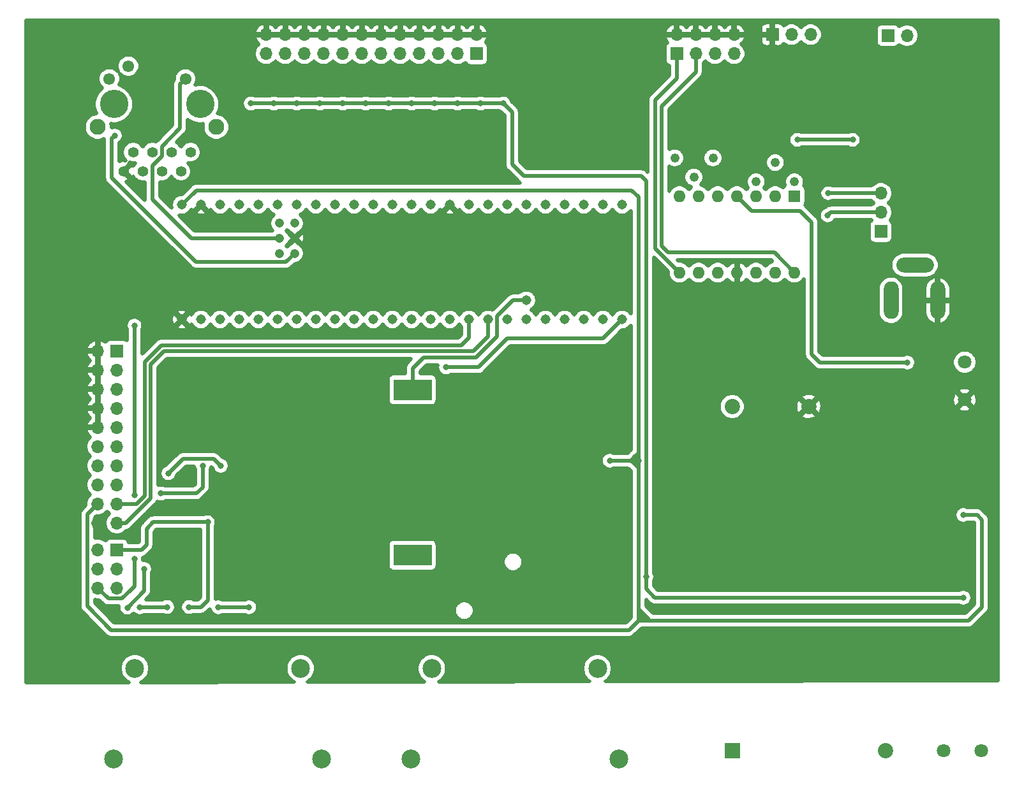
<source format=gbl>
%TF.GenerationSoftware,KiCad,Pcbnew,(5.1.8)-1*%
%TF.CreationDate,2022-02-24T01:16:36-05:00*%
%TF.ProjectId,OCE_L,4f43455f-4c2e-46b6-9963-61645f706362,rev?*%
%TF.SameCoordinates,Original*%
%TF.FileFunction,Copper,L2,Bot*%
%TF.FilePolarity,Positive*%
%FSLAX46Y46*%
G04 Gerber Fmt 4.6, Leading zero omitted, Abs format (unit mm)*
G04 Created by KiCad (PCBNEW (5.1.8)-1) date 2022-02-24 01:16:36*
%MOMM*%
%LPD*%
G01*
G04 APERTURE LIST*
%TA.AperFunction,ComponentPad*%
%ADD10C,1.308000*%
%TD*%
%TA.AperFunction,ComponentPad*%
%ADD11C,1.208000*%
%TD*%
%TA.AperFunction,ComponentPad*%
%ADD12O,2.000000X5.000000*%
%TD*%
%TA.AperFunction,ComponentPad*%
%ADD13O,1.700000X1.700000*%
%TD*%
%TA.AperFunction,ComponentPad*%
%ADD14R,1.700000X1.700000*%
%TD*%
%TA.AperFunction,ComponentPad*%
%ADD15C,1.397000*%
%TD*%
%TA.AperFunction,ComponentPad*%
%ADD16C,1.549400*%
%TD*%
%TA.AperFunction,ComponentPad*%
%ADD17C,3.759200*%
%TD*%
%TA.AperFunction,ComponentPad*%
%ADD18C,2.108200*%
%TD*%
%TA.AperFunction,ComponentPad*%
%ADD19O,1.600000X1.600000*%
%TD*%
%TA.AperFunction,ComponentPad*%
%ADD20R,1.600000X1.600000*%
%TD*%
%TA.AperFunction,ComponentPad*%
%ADD21C,1.219200*%
%TD*%
%TA.AperFunction,SMDPad,CuDef*%
%ADD22C,17.780001*%
%TD*%
%TA.AperFunction,SMDPad,CuDef*%
%ADD23R,5.080000X2.794000*%
%TD*%
%TA.AperFunction,ComponentPad*%
%ADD24C,1.803400*%
%TD*%
%TA.AperFunction,ComponentPad*%
%ADD25C,2.500000*%
%TD*%
%TA.AperFunction,ComponentPad*%
%ADD26C,2.030000*%
%TD*%
%TA.AperFunction,ComponentPad*%
%ADD27R,2.030000X2.030000*%
%TD*%
%TA.AperFunction,ViaPad*%
%ADD28C,3.500000*%
%TD*%
%TA.AperFunction,ViaPad*%
%ADD29C,0.800000*%
%TD*%
%TA.AperFunction,ViaPad*%
%ADD30C,1.500000*%
%TD*%
%TA.AperFunction,Conductor*%
%ADD31C,0.500000*%
%TD*%
%TA.AperFunction,Conductor*%
%ADD32C,0.508000*%
%TD*%
%TA.AperFunction,Conductor*%
%ADD33C,0.100000*%
%TD*%
G04 APERTURE END LIST*
D10*
%TO.P,IC1,GND1*%
%TO.N,GND*%
X51435000Y-78613000D03*
%TO.P,IC1,0*%
%TO.N,Net-(IC1-Pad0)*%
X53975000Y-78613000D03*
%TO.P,IC1,VBAT*%
%TO.N,VBAT*%
X97155000Y-76073000D03*
%TO.P,IC1,GND2*%
%TO.N,GND*%
X86995000Y-63373000D03*
D11*
%TO.P,IC1,R-*%
%TO.N,ETH_RX-*%
X66405000Y-65823000D03*
%TO.P,IC1,R+*%
%TO.N,ETH_RX+*%
X64405000Y-65823000D03*
%TO.P,IC1,GND5*%
%TO.N,GND*%
X66405000Y-67823000D03*
%TO.P,IC1,T+*%
%TO.N,ETH_TX+*%
X66405000Y-69823000D03*
%TO.P,IC1,LED*%
%TO.N,ETH_LED*%
X64405000Y-67823000D03*
%TO.P,IC1,T-*%
%TO.N,ETH_TX-*%
X64405000Y-69823000D03*
D10*
%TO.P,IC1,1*%
%TO.N,SEN_IL*%
X56515000Y-78613000D03*
%TO.P,IC1,2*%
%TO.N,CAN_TX2*%
X59055000Y-78613000D03*
%TO.P,IC1,3*%
%TO.N,SW1*%
X61595000Y-78613000D03*
%TO.P,IC1,4*%
%TO.N,SW2*%
X64135000Y-78613000D03*
%TO.P,IC1,5*%
%TO.N,SW3*%
X66675000Y-78613000D03*
%TO.P,IC1,6*%
%TO.N,SW4*%
X69215000Y-78613000D03*
%TO.P,IC1,7*%
%TO.N,SW5*%
X71755000Y-78613000D03*
%TO.P,IC1,8*%
%TO.N,LED1*%
X74295000Y-78613000D03*
%TO.P,IC1,9*%
%TO.N,LED2*%
X76835000Y-78613000D03*
%TO.P,IC1,10*%
%TO.N,LED3*%
X79375000Y-78613000D03*
%TO.P,IC1,11*%
%TO.N,IRO1_EN*%
X81915000Y-78613000D03*
%TO.P,IC1,12*%
%TO.N,HTR1_EN*%
X84455000Y-78613000D03*
%TO.P,IC1,3.3V_1*%
%TO.N,N/C*%
X86995000Y-78613000D03*
%TO.P,IC1,13*%
%TO.N,BLW1_EN*%
X84455000Y-63373000D03*
%TO.P,IC1,14*%
%TO.N,TH03_IN*%
X81915000Y-63373000D03*
%TO.P,IC1,15*%
%TO.N,TH04_IN*%
X79375000Y-63373000D03*
%TO.P,IC1,16*%
%TO.N,TH05_IN*%
X76835000Y-63373000D03*
%TO.P,IC1,17*%
%TO.N,TH06_IN*%
X74295000Y-63373000D03*
%TO.P,IC1,18*%
%TO.N,TH07_IN*%
X71755000Y-63373000D03*
%TO.P,IC1,19*%
%TO.N,TH08_IN*%
X69215000Y-63373000D03*
%TO.P,IC1,20*%
%TO.N,TH09_IN*%
X66675000Y-63373000D03*
%TO.P,IC1,21*%
%TO.N,TH10_IN*%
X64135000Y-63373000D03*
%TO.P,IC1,22*%
%TO.N,TH11_IN*%
X61595000Y-63373000D03*
%TO.P,IC1,23*%
%TO.N,TH12_IN*%
X59055000Y-63373000D03*
%TO.P,IC1,3.3V_2*%
%TO.N,N/C*%
X56515000Y-63373000D03*
%TO.P,IC1,GND3*%
%TO.N,GND*%
X53975000Y-63373000D03*
%TO.P,IC1,VIN*%
%TO.N,N/C*%
X51435000Y-63373000D03*
%TO.P,IC1,24*%
%TO.N,SCL2*%
X89535000Y-78613000D03*
%TO.P,IC1,25*%
%TO.N,SDA2*%
X92075000Y-78613000D03*
%TO.P,IC1,26*%
%TO.N,PIT1*%
X94615000Y-78613000D03*
%TO.P,IC1,27*%
%TO.N,VS1*%
X97155000Y-78613000D03*
%TO.P,IC1,28*%
%TO.N,UA4_OUT*%
X99695000Y-78613000D03*
%TO.P,IC1,29*%
%TO.N,UA3_OUT*%
X102235000Y-78613000D03*
%TO.P,IC1,30*%
%TO.N,CAN_RX*%
X104775000Y-78613000D03*
%TO.P,IC1,31*%
%TO.N,CAN_TX*%
X107315000Y-78613000D03*
%TO.P,IC1,32*%
%TO.N,AUX1_EN*%
X109855000Y-78613000D03*
%TO.P,IC1,33*%
%TO.N,Net-(IC1-Pad33)*%
X109855000Y-63373000D03*
%TO.P,IC1,34*%
%TO.N,Net-(IC1-Pad34)*%
X107315000Y-63373000D03*
%TO.P,IC1,35*%
%TO.N,Net-(IC1-Pad35)*%
X104775000Y-63373000D03*
%TO.P,IC1,36*%
%TO.N,Net-(IC1-Pad36)*%
X102235000Y-63373000D03*
%TO.P,IC1,37*%
%TO.N,Net-(IC1-Pad37)*%
X99695000Y-63373000D03*
%TO.P,IC1,38*%
%TO.N,UA1*%
X97155000Y-63373000D03*
%TO.P,IC1,39*%
%TO.N,UA2*%
X94615000Y-63373000D03*
%TO.P,IC1,40*%
%TO.N,TH01_IN*%
X92075000Y-63373000D03*
%TO.P,IC1,41*%
%TO.N,TH02_IN*%
X89535000Y-63373000D03*
%TD*%
D12*
%TO.P,J2,1*%
%TO.N,12V*%
X145542000Y-76073000D03*
%TO.P,J2,2*%
%TO.N,GND*%
X151742000Y-76073000D03*
%TO.P,J2,3*%
%TO.N,N/C*%
%TA.AperFunction,ComponentPad*%
G36*
G01*
X150242000Y-72373000D02*
X147242000Y-72373000D01*
G75*
G02*
X146242000Y-71373000I0J1000000D01*
G01*
X146242000Y-71373000D01*
G75*
G02*
X147242000Y-70373000I1000000J0D01*
G01*
X150242000Y-70373000D01*
G75*
G02*
X151242000Y-71373000I0J-1000000D01*
G01*
X151242000Y-71373000D01*
G75*
G02*
X150242000Y-72373000I-1000000J0D01*
G01*
G37*
%TD.AperFunction*%
%TD*%
D13*
%TO.P,J6,3*%
%TO.N,Net-(J6-Pad3)*%
X134874000Y-40767000D03*
%TO.P,J6,2*%
%TO.N,Net-(J6-Pad2)*%
X132334000Y-40767000D03*
D14*
%TO.P,J6,1*%
%TO.N,GND*%
X129794000Y-40767000D03*
%TD*%
D13*
%TO.P,J4,24*%
%TO.N,GND*%
X62611000Y-40767000D03*
%TO.P,J4,23*%
%TO.N,Net-(J4-Pad23)*%
X62611000Y-43307000D03*
%TO.P,J4,22*%
%TO.N,GND*%
X65151000Y-40767000D03*
%TO.P,J4,21*%
%TO.N,Net-(J4-Pad21)*%
X65151000Y-43307000D03*
%TO.P,J4,20*%
%TO.N,GND*%
X67691000Y-40767000D03*
%TO.P,J4,19*%
%TO.N,Net-(J4-Pad19)*%
X67691000Y-43307000D03*
%TO.P,J4,18*%
%TO.N,GND*%
X70231000Y-40767000D03*
%TO.P,J4,17*%
%TO.N,Net-(J4-Pad17)*%
X70231000Y-43307000D03*
%TO.P,J4,16*%
%TO.N,GND*%
X72771000Y-40767000D03*
%TO.P,J4,15*%
%TO.N,Net-(J4-Pad15)*%
X72771000Y-43307000D03*
%TO.P,J4,14*%
%TO.N,GND*%
X75311000Y-40767000D03*
%TO.P,J4,13*%
%TO.N,Net-(J4-Pad13)*%
X75311000Y-43307000D03*
%TO.P,J4,12*%
%TO.N,GND*%
X77851000Y-40767000D03*
%TO.P,J4,11*%
%TO.N,Net-(J4-Pad11)*%
X77851000Y-43307000D03*
%TO.P,J4,10*%
%TO.N,GND*%
X80391000Y-40767000D03*
%TO.P,J4,9*%
%TO.N,Net-(J4-Pad9)*%
X80391000Y-43307000D03*
%TO.P,J4,8*%
%TO.N,GND*%
X82931000Y-40767000D03*
%TO.P,J4,7*%
%TO.N,Net-(J4-Pad7)*%
X82931000Y-43307000D03*
%TO.P,J4,6*%
%TO.N,GND*%
X85471000Y-40767000D03*
%TO.P,J4,5*%
%TO.N,Net-(J4-Pad5)*%
X85471000Y-43307000D03*
%TO.P,J4,4*%
%TO.N,GND*%
X88011000Y-40767000D03*
%TO.P,J4,3*%
%TO.N,Net-(J4-Pad3)*%
X88011000Y-43307000D03*
%TO.P,J4,2*%
%TO.N,GND*%
X90551000Y-40767000D03*
D14*
%TO.P,J4,1*%
%TO.N,Net-(J4-Pad1)*%
X90551000Y-43307000D03*
%TD*%
D13*
%TO.P,J3,8*%
%TO.N,GND*%
X124714000Y-40767000D03*
%TO.P,J3,7*%
X122174000Y-40767000D03*
%TO.P,J3,6*%
X119634000Y-40767000D03*
%TO.P,J3,5*%
X117094000Y-40767000D03*
%TO.P,J3,4*%
%TO.N,Net-(J3-Pad4)*%
X124714000Y-43307000D03*
%TO.P,J3,3*%
%TO.N,Net-(J3-Pad3)*%
X122174000Y-43307000D03*
%TO.P,J3,2*%
%TO.N,Net-(J3-Pad2)*%
X119634000Y-43307000D03*
D14*
%TO.P,J3,1*%
%TO.N,Net-(J3-Pad1)*%
X117094000Y-43307000D03*
%TD*%
D15*
%TO.P,J9,2*%
%TO.N,Net-(C22-Pad2)*%
X51308000Y-58908010D03*
%TO.P,J9,4*%
%TO.N,ETH_RX+*%
X48768000Y-58908010D03*
%TO.P,J9,6*%
%TO.N,ETH_RX-*%
X46228000Y-58908010D03*
%TO.P,J9,8*%
%TO.N,GND*%
X43688000Y-58908010D03*
%TO.P,J9,1*%
%TO.N,ETH_TX+*%
X52578000Y-56368010D03*
%TO.P,J9,3*%
%TO.N,ETH_TX-*%
X50038000Y-56368010D03*
%TO.P,J9,5*%
%TO.N,Net-(C22-Pad2)*%
X47498000Y-56368010D03*
%TO.P,J9,7*%
%TO.N,Net-(J9-Pad7)*%
X44958000Y-56368010D03*
D16*
%TO.P,J9,9*%
%TO.N,GND*%
X54458000Y-44918010D03*
%TO.P,J9,10*%
%TO.N,ETH_LED*%
X51918000Y-46638010D03*
%TO.P,J9,11*%
%TO.N,Net-(J9-Pad11)*%
X44348000Y-44938010D03*
%TO.P,J9,12*%
%TO.N,Net-(J9-Pad12)*%
X41808000Y-46638010D03*
D17*
%TO.P,J9,14*%
%TO.N,N/C*%
X53848000Y-49998010D03*
%TO.P,J9,15*%
X42418000Y-49998010D03*
D18*
%TO.P,J9,13*%
X56007998Y-53048010D03*
%TO.P,J9,16*%
X40258002Y-53048010D03*
%TD*%
D19*
%TO.P,U3,14*%
%TO.N,Net-(J3-Pad2)*%
X132715000Y-72390000D03*
%TO.P,U3,7*%
%TO.N,Net-(R45-Pad1)*%
X117475000Y-62230000D03*
%TO.P,U3,13*%
%TO.N,Net-(R10-Pad1)*%
X130175000Y-72390000D03*
%TO.P,U3,6*%
%TO.N,Net-(R5-Pad1)*%
X120015000Y-62230000D03*
%TO.P,U3,12*%
%TO.N,Net-(C6-Pad1)*%
X127635000Y-72390000D03*
%TO.P,U3,5*%
%TO.N,Net-(R47-Pad1)*%
X122555000Y-62230000D03*
%TO.P,U3,11*%
%TO.N,GND*%
X125095000Y-72390000D03*
%TO.P,U3,4*%
%TO.N,12V_F*%
X125095000Y-62230000D03*
%TO.P,U3,10*%
%TO.N,Net-(C5-Pad1)*%
X122555000Y-72390000D03*
%TO.P,U3,3*%
%TO.N,Net-(R46-Pad1)*%
X127635000Y-62230000D03*
%TO.P,U3,9*%
%TO.N,Net-(R7-Pad1)*%
X120015000Y-72390000D03*
%TO.P,U3,2*%
%TO.N,Net-(R2-Pad1)*%
X130175000Y-62230000D03*
%TO.P,U3,8*%
%TO.N,Net-(J3-Pad1)*%
X117475000Y-72390000D03*
D20*
%TO.P,U3,1*%
%TO.N,Net-(R44-Pad1)*%
X132715000Y-62230000D03*
%TD*%
D21*
%TO.P,RV1,1*%
%TO.N,Net-(RV1-Pad1)*%
X127635000Y-60299600D03*
%TO.P,RV1,2*%
%TO.N,Net-(R2-Pad1)*%
X130175000Y-57759600D03*
%TO.P,RV1,3*%
%TO.N,Net-(R44-Pad1)*%
X132715000Y-60299600D03*
%TD*%
%TO.P,RV2,1*%
%TO.N,Net-(RV2-Pad1)*%
X121920000Y-57150000D03*
%TO.P,RV2,2*%
%TO.N,Net-(R5-Pad1)*%
X119380000Y-59690000D03*
%TO.P,RV2,3*%
%TO.N,Net-(R45-Pad1)*%
X116840000Y-57150000D03*
%TD*%
D13*
%TO.P,J5,20*%
%TO.N,GND*%
X40259000Y-105664000D03*
%TO.P,J5,19*%
%TO.N,SDA2*%
X42799000Y-105664000D03*
%TO.P,J5,18*%
%TO.N,5V*%
X40259000Y-103124000D03*
%TO.P,J5,17*%
%TO.N,SCL2*%
X42799000Y-103124000D03*
%TO.P,J5,16*%
%TO.N,12V_F*%
X40259000Y-100584000D03*
%TO.P,J5,15*%
%TO.N,LED3_DR*%
X42799000Y-100584000D03*
%TO.P,J5,14*%
%TO.N,12V_F*%
X40259000Y-98044000D03*
%TO.P,J5,13*%
%TO.N,LED2_DR*%
X42799000Y-98044000D03*
%TO.P,J5,12*%
%TO.N,12V_F*%
X40259000Y-95504000D03*
%TO.P,J5,11*%
%TO.N,LED1_DR*%
X42799000Y-95504000D03*
%TO.P,J5,10*%
%TO.N,GND*%
X40259000Y-92964000D03*
%TO.P,J5,9*%
%TO.N,SW5*%
X42799000Y-92964000D03*
%TO.P,J5,8*%
%TO.N,GND*%
X40259000Y-90424000D03*
%TO.P,J5,7*%
%TO.N,SW4*%
X42799000Y-90424000D03*
%TO.P,J5,6*%
%TO.N,GND*%
X40259000Y-87884000D03*
%TO.P,J5,5*%
%TO.N,SW3*%
X42799000Y-87884000D03*
%TO.P,J5,4*%
%TO.N,GND*%
X40259000Y-85344000D03*
%TO.P,J5,3*%
%TO.N,SW2*%
X42799000Y-85344000D03*
%TO.P,J5,2*%
%TO.N,GND*%
X40259000Y-82804000D03*
D14*
%TO.P,J5,1*%
%TO.N,SW1*%
X42799000Y-82804000D03*
%TD*%
D13*
%TO.P,J10,6*%
%TO.N,Net-(J10-Pad2)*%
X40259000Y-114300000D03*
%TO.P,J10,5*%
%TO.N,HTR1*%
X42799000Y-114300000D03*
%TO.P,J10,4*%
%TO.N,Net-(J10-Pad2)*%
X40259000Y-111760000D03*
%TO.P,J10,3*%
%TO.N,IRO1*%
X42799000Y-111760000D03*
%TO.P,J10,2*%
%TO.N,Net-(J10-Pad2)*%
X40259000Y-109220000D03*
D14*
%TO.P,J10,1*%
%TO.N,12V_F*%
X42799000Y-109220000D03*
%TD*%
D13*
%TO.P,J11,2*%
%TO.N,Net-(J11-Pad2)*%
X147675600Y-40894000D03*
D14*
%TO.P,J11,1*%
%TO.N,Net-(J11-Pad1)*%
X145135600Y-40894000D03*
%TD*%
D22*
%TO.P,B1,3*%
%TO.N,GND*%
X82043001Y-98933000D03*
D23*
%TO.P,B1,2*%
%TO.N,VBAT*%
X82043001Y-87948000D03*
%TO.P,B1,1*%
X82043001Y-109918000D03*
%TD*%
D24*
%TO.P,J1,2*%
%TO.N,12V*%
X155321000Y-84281000D03*
%TO.P,J1,1*%
%TO.N,GND*%
X155321000Y-89281000D03*
%TD*%
D14*
%TO.P,J7,1*%
%TO.N,Net-(J7-Pad1)*%
X144208500Y-66929000D03*
D13*
%TO.P,J7,2*%
%TO.N,UA1*%
X144208500Y-64389000D03*
%TO.P,J7,3*%
%TO.N,Net-(C3-Pad1)*%
X144208500Y-61849000D03*
%TD*%
D25*
%TO.P,K1,2*%
%TO.N,AUX1*%
X84588000Y-124982200D03*
%TO.P,K1,1*%
%TO.N,Net-(J10-Pad2)*%
X106588000Y-124982200D03*
%TO.P,K1,3*%
%TO.N,Net-(K1-Pad3)*%
X81788000Y-136982200D03*
%TO.P,K1,4*%
%TO.N,AUX_L_L*%
X109388000Y-136982200D03*
%TD*%
%TO.P,K2,4*%
%TO.N,Net-(K2-Pad4)*%
X70002400Y-136956800D03*
%TO.P,K2,3*%
%TO.N,Net-(K2-Pad3)*%
X42402400Y-136956800D03*
%TO.P,K2,1*%
%TO.N,Net-(J10-Pad2)*%
X67202400Y-124956800D03*
%TO.P,K2,2*%
%TO.N,BLW1*%
X45202400Y-124956800D03*
%TD*%
D26*
%TO.P,PS1,5*%
%TO.N,12V*%
X124460000Y-90170000D03*
%TO.P,PS1,4*%
%TO.N,GND*%
X134620000Y-90170000D03*
%TO.P,PS1,2*%
%TO.N,Net-(J8-Pad2)*%
X144780000Y-135890000D03*
D27*
%TO.P,PS1,1*%
%TO.N,Net-(J8-Pad1)*%
X124460000Y-135890000D03*
%TD*%
D24*
%TO.P,J8,2*%
%TO.N,Net-(J8-Pad2)*%
X152480000Y-135890000D03*
%TO.P,J8,1*%
%TO.N,Net-(J8-Pad1)*%
X157480000Y-135890000D03*
%TD*%
D28*
%TO.N,GND*%
X34100000Y-42100000D03*
X156200000Y-122000000D03*
X34100000Y-122000000D03*
X156400000Y-42100000D03*
X98806000Y-102153200D03*
X98806000Y-86153200D03*
D29*
X154051000Y-106807000D03*
D30*
X108559600Y-107543600D03*
X116128800Y-107670600D03*
X110210600Y-106527600D03*
X114731800Y-106527600D03*
D29*
X60325000Y-56261000D03*
X64008000Y-55118000D03*
X67564000Y-54991000D03*
X70866000Y-54991000D03*
X74041000Y-54991000D03*
X76835000Y-54991000D03*
X79883000Y-55118000D03*
X83439000Y-55118000D03*
X86487000Y-55118000D03*
X89281000Y-54991000D03*
X92329000Y-54991000D03*
X58293000Y-54737000D03*
X55372000Y-59309000D03*
X53340000Y-59309000D03*
X72390000Y-85725000D03*
X71247000Y-85725000D03*
X70104000Y-85725000D03*
X68961000Y-85725000D03*
X67818000Y-85725000D03*
X86487000Y-59563000D03*
X87757000Y-59563000D03*
X87122000Y-58674000D03*
X122529600Y-52933600D03*
X122529600Y-54356000D03*
X127914400Y-47929800D03*
X127863600Y-51485800D03*
X124891800Y-76809600D03*
X124815600Y-79857600D03*
X109956600Y-75539600D03*
X109956600Y-71678800D03*
X121234200Y-76631800D03*
X137160000Y-63220600D03*
D30*
X90551000Y-74853800D03*
X110032800Y-94919800D03*
X109943900Y-83756500D03*
D29*
X108458000Y-112191800D03*
X103708200Y-115011200D03*
X84582000Y-118059200D03*
%TO.N,5V*%
X155130500Y-104584500D03*
X108204000Y-97358200D03*
X133096000Y-54737000D03*
X140462000Y-54737000D03*
X112014000Y-97345500D03*
%TO.N,UA1*%
X137141989Y-64788011D03*
%TO.N,AUX1_EN*%
X86487000Y-84963000D03*
%TO.N,LED2_DR*%
X56591200Y-98044000D03*
X49644300Y-99047300D03*
%TO.N,LED3_DR*%
X54203600Y-98044000D03*
X48641000Y-101727000D03*
%TO.N,IRO1*%
X46431200Y-111760000D03*
X44196000Y-116890800D03*
%TO.N,AUX1*%
X56286400Y-116840000D03*
X60350400Y-116840000D03*
%TO.N,3V3*%
X155130500Y-115570000D03*
X94107000Y-49911000D03*
X91059000Y-49911000D03*
X81915000Y-49911000D03*
X72771000Y-49911000D03*
X69723000Y-49911000D03*
X66675000Y-49911000D03*
X63627000Y-49911000D03*
X60579000Y-49911000D03*
X75819000Y-49911000D03*
X88011000Y-49911000D03*
X84963000Y-49911000D03*
X78867000Y-49911000D03*
X113055400Y-112801400D03*
%TO.N,ETH_TX+*%
X42545000Y-54169509D03*
%TO.N,Net-(J10-Pad2)*%
X45135800Y-101904800D03*
X45135800Y-79400400D03*
X45135800Y-110439200D03*
%TO.N,Net-(C3-Pad1)*%
X137212501Y-61838001D03*
%TO.N,12V_F*%
X45872400Y-116840000D03*
X54864000Y-105537000D03*
X147701000Y-84328000D03*
X52374800Y-116815600D03*
X49479200Y-116815600D03*
%TD*%
D31*
%TO.N,5V*%
X133096000Y-54737000D02*
X140462000Y-54737000D01*
X38858999Y-116709999D02*
X38858999Y-104524001D01*
X42037000Y-119888000D02*
X38858999Y-116709999D01*
X110744000Y-119888000D02*
X42037000Y-119888000D01*
X38858999Y-104524001D02*
X40259000Y-103124000D01*
X112014000Y-118618000D02*
X110744000Y-119888000D01*
X111125000Y-61468000D02*
X112014000Y-62357000D01*
X53340000Y-61468000D02*
X111125000Y-61468000D01*
X51435000Y-63373000D02*
X53340000Y-61468000D01*
X108216700Y-97345500D02*
X108204000Y-97358200D01*
X110934500Y-97345500D02*
X110998000Y-97345500D01*
X112014000Y-96329500D02*
X112014000Y-97282000D01*
X112014000Y-62357000D02*
X112014000Y-96329500D01*
X112014000Y-97345500D02*
X110934500Y-97345500D01*
X110934500Y-97345500D02*
X108216700Y-97345500D01*
X111569500Y-96901000D02*
X111569500Y-96774000D01*
X112014000Y-97345500D02*
X111569500Y-96901000D01*
X111569500Y-96774000D02*
X112014000Y-96329500D01*
X110998000Y-97345500D02*
X111569500Y-96774000D01*
X110998000Y-97345500D02*
X111061500Y-97345500D01*
X112014000Y-97282000D02*
X112014000Y-98298000D01*
X111601250Y-97758250D02*
X111601250Y-97885250D01*
X112014000Y-97345500D02*
X111601250Y-97758250D01*
X111601250Y-97885250D02*
X112014000Y-98298000D01*
X111061500Y-97345500D02*
X111601250Y-97885250D01*
X156972000Y-104584500D02*
X157607000Y-105219500D01*
X155130500Y-104584500D02*
X156972000Y-104584500D01*
X157607000Y-116840000D02*
X155829000Y-118618000D01*
X157607000Y-116840000D02*
X157607000Y-105219500D01*
X155829000Y-118618000D02*
X113792000Y-118618000D01*
X112014000Y-98298000D02*
X112014000Y-116713000D01*
X113411000Y-118491000D02*
X112014000Y-117094000D01*
X113411000Y-118618000D02*
X113411000Y-118491000D01*
X112014000Y-117094000D02*
X112014000Y-117475000D01*
X112014000Y-116713000D02*
X112014000Y-117094000D01*
X113792000Y-118618000D02*
X113411000Y-118618000D01*
X112649000Y-118618000D02*
X112014000Y-117983000D01*
X112014000Y-117983000D02*
X112014000Y-118618000D01*
X112839500Y-118618000D02*
X112649000Y-118618000D01*
X112014000Y-117475000D02*
X112014000Y-117983000D01*
X113411000Y-118618000D02*
X112839500Y-118618000D01*
X112839500Y-118618000D02*
X112014000Y-118618000D01*
X112839500Y-118300500D02*
X112014000Y-117475000D01*
X112839500Y-118618000D02*
X112839500Y-118300500D01*
%TO.N,UA1*%
X137541000Y-64389000D02*
X137141989Y-64788011D01*
X144208500Y-64389000D02*
X137541000Y-64389000D01*
%TO.N,AUX1_EN*%
X107310243Y-81157757D02*
X94610243Y-81157757D01*
X109855000Y-78613000D02*
X107310243Y-81157757D01*
X94610243Y-81157757D02*
X90805000Y-84963000D01*
X90805000Y-84963000D02*
X86487000Y-84963000D01*
%TO.N,SCL2*%
X89535000Y-81026000D02*
X89535000Y-78613000D01*
X88519000Y-82042000D02*
X89535000Y-81026000D01*
X48728636Y-82042000D02*
X88519000Y-82042000D01*
X46494790Y-84275846D02*
X48728636Y-82042000D01*
X46494790Y-102019010D02*
X46494790Y-84275846D01*
X45389800Y-103124000D02*
X46494790Y-102019010D01*
X42799000Y-103124000D02*
X45389800Y-103124000D01*
%TO.N,SDA2*%
X44001081Y-105664000D02*
X46012010Y-103653071D01*
X42799000Y-105664000D02*
X44001081Y-105664000D01*
X92075000Y-80899000D02*
X92075000Y-78613000D01*
X90131990Y-82842010D02*
X92075000Y-80899000D01*
X46012010Y-103653071D02*
X46029129Y-103653071D01*
X46029129Y-103653071D02*
X47294800Y-102387400D01*
X47294800Y-84607220D02*
X49060010Y-82842010D01*
X47294800Y-102387400D02*
X47294800Y-84607220D01*
X49060010Y-82842010D02*
X90131990Y-82842010D01*
%TO.N,LED2_DR*%
X51597601Y-97093999D02*
X49644300Y-99047300D01*
X55641199Y-97093999D02*
X51597601Y-97093999D01*
X56591200Y-98044000D02*
X55641199Y-97093999D01*
%TO.N,LED3_DR*%
X54203600Y-98044000D02*
X54203600Y-100888800D01*
X53365400Y-101727000D02*
X48641000Y-101727000D01*
X54203600Y-100888800D02*
X53365400Y-101727000D01*
%TO.N,IRO1*%
X46431200Y-111760000D02*
X46431200Y-114655600D01*
X46431200Y-114655600D02*
X44196000Y-116890800D01*
X44196000Y-116890800D02*
X44196000Y-116890800D01*
%TO.N,AUX1*%
X56286400Y-116840000D02*
X60350400Y-116840000D01*
%TO.N,3V3*%
X60579000Y-49911000D02*
X63627000Y-49911000D01*
X63627000Y-49911000D02*
X66675000Y-49911000D01*
X66675000Y-49911000D02*
X69723000Y-49911000D01*
X69723000Y-49911000D02*
X72771000Y-49911000D01*
X72771000Y-49911000D02*
X75819000Y-49911000D01*
X75819000Y-49911000D02*
X78867000Y-49911000D01*
X78867000Y-49911000D02*
X81915000Y-49911000D01*
X81915000Y-49911000D02*
X84963000Y-49911000D01*
X84963000Y-49911000D02*
X88011000Y-49911000D01*
X88011000Y-49911000D02*
X91059000Y-49911000D01*
X91059000Y-49911000D02*
X94107000Y-49911000D01*
X113030000Y-63838011D02*
X113030000Y-60198000D01*
X113030000Y-60198000D02*
X112395000Y-59563000D01*
X112395000Y-59563000D02*
X96774000Y-59563000D01*
X96774000Y-59563000D02*
X95250000Y-58039000D01*
X95250000Y-51054000D02*
X94107000Y-49911000D01*
X95250000Y-58039000D02*
X95250000Y-51054000D01*
X155130500Y-115570000D02*
X114173000Y-115570000D01*
X114173000Y-115570000D02*
X113030000Y-114427000D01*
X113030000Y-63838011D02*
X113030000Y-112903000D01*
X113030000Y-112903000D02*
X113030000Y-114427000D01*
%TO.N,ETH_TX+*%
X42145001Y-54569508D02*
X42545000Y-54169509D01*
X42145001Y-59798001D02*
X42145001Y-54569508D01*
X53324001Y-70977001D02*
X52768500Y-70421500D01*
X65250999Y-70977001D02*
X53324001Y-70977001D01*
X66405000Y-69823000D02*
X65250999Y-70977001D01*
X52768500Y-70421500D02*
X42145001Y-59798001D01*
%TO.N,ETH_LED*%
X51181000Y-47375010D02*
X51918000Y-46638010D01*
X48789499Y-55604501D02*
X51181000Y-53213000D01*
X48789499Y-56924293D02*
X48789499Y-55604501D01*
X51181000Y-53213000D02*
X51181000Y-47375010D01*
X64405000Y-67823000D02*
X52707514Y-67823000D01*
X47519499Y-58194293D02*
X48789499Y-56924293D01*
X47519499Y-58194293D02*
X47519499Y-62634985D01*
X47519499Y-62634985D02*
X47877757Y-62993243D01*
X52707514Y-67823000D02*
X47877757Y-62993243D01*
%TO.N,Net-(J3-Pad1)*%
X114261990Y-69176990D02*
X114261990Y-49441010D01*
X117094000Y-46609000D02*
X117094000Y-43307000D01*
X114261990Y-49441010D02*
X117094000Y-46609000D01*
X114261990Y-69176990D02*
X117475000Y-72390000D01*
%TO.N,Net-(J3-Pad2)*%
X115062000Y-68834000D02*
X115951000Y-69723000D01*
X115062000Y-50292000D02*
X115062000Y-68834000D01*
X119634000Y-45720000D02*
X115062000Y-50292000D01*
X119634000Y-43307000D02*
X119634000Y-45720000D01*
X130048000Y-69723000D02*
X132715000Y-72390000D01*
X115951000Y-69723000D02*
X130048000Y-69723000D01*
%TO.N,Net-(J10-Pad2)*%
X45135800Y-101904800D02*
X45135800Y-83286600D01*
X45135800Y-83286600D02*
X45135800Y-79400400D01*
X41659001Y-115700001D02*
X43471001Y-115700001D01*
X40259000Y-114300000D02*
X41659001Y-115700001D01*
X45135800Y-110439200D02*
X45135800Y-114035202D01*
X45135800Y-114035202D02*
X44622401Y-114548601D01*
X43471001Y-115700001D02*
X44622401Y-114548601D01*
%TO.N,Net-(C3-Pad1)*%
X137223500Y-61849000D02*
X137212501Y-61838001D01*
X144208500Y-61849000D02*
X137223500Y-61849000D01*
%TO.N,VBAT*%
X97155000Y-76073000D02*
X95373078Y-76073000D01*
X90463364Y-83642020D02*
X83489980Y-83642020D01*
X82043001Y-85088999D02*
X82043001Y-87948000D01*
X83489980Y-83642020D02*
X82043001Y-85088999D01*
X93279001Y-80826383D02*
X90463364Y-83642020D01*
X93279001Y-78167077D02*
X95373078Y-76073000D01*
X93279001Y-80826383D02*
X93279001Y-78167077D01*
%TO.N,12V_F*%
X44704000Y-109220000D02*
X42799000Y-109220000D01*
X46101000Y-109220000D02*
X44704000Y-109220000D01*
X46736000Y-108585000D02*
X46101000Y-109220000D01*
X46736000Y-106426000D02*
X46736000Y-108585000D01*
X47625000Y-105537000D02*
X46736000Y-106426000D01*
X54864000Y-105537000D02*
X47625000Y-105537000D01*
X136080500Y-84328000D02*
X147701000Y-84328000D01*
X135026400Y-83273900D02*
X136080500Y-84328000D01*
X135026400Y-65684400D02*
X135026400Y-83273900D01*
X133502400Y-64160400D02*
X135026400Y-65684400D01*
X127025400Y-64160400D02*
X133502400Y-64160400D01*
X125095000Y-62230000D02*
X127025400Y-64160400D01*
X54864000Y-115925600D02*
X54864000Y-105537000D01*
X53974000Y-116815600D02*
X54864000Y-115925600D01*
X52374800Y-116815600D02*
X53974000Y-116815600D01*
X49454800Y-116840000D02*
X49479200Y-116815600D01*
X45872400Y-116840000D02*
X49454800Y-116840000D01*
%TD*%
D32*
%TO.N,GND*%
X159713001Y-126620229D02*
X107636669Y-126701313D01*
X107870575Y-126545022D01*
X108150822Y-126264775D01*
X108371011Y-125935239D01*
X108522680Y-125569079D01*
X108600000Y-125180365D01*
X108600000Y-124784035D01*
X108522680Y-124395321D01*
X108371011Y-124029161D01*
X108150822Y-123699625D01*
X107870575Y-123419378D01*
X107541039Y-123199189D01*
X107174879Y-123047520D01*
X106786165Y-122970200D01*
X106389835Y-122970200D01*
X106001121Y-123047520D01*
X105634961Y-123199189D01*
X105305425Y-123419378D01*
X105025178Y-123699625D01*
X104804989Y-124029161D01*
X104653320Y-124395321D01*
X104576000Y-124784035D01*
X104576000Y-125180365D01*
X104653320Y-125569079D01*
X104804989Y-125935239D01*
X105025178Y-126264775D01*
X105305425Y-126545022D01*
X105544207Y-126704571D01*
X85585284Y-126735648D01*
X85870575Y-126545022D01*
X86150822Y-126264775D01*
X86371011Y-125935239D01*
X86522680Y-125569079D01*
X86600000Y-125180365D01*
X86600000Y-124784035D01*
X86522680Y-124395321D01*
X86371011Y-124029161D01*
X86150822Y-123699625D01*
X85870575Y-123419378D01*
X85541039Y-123199189D01*
X85174879Y-123047520D01*
X84786165Y-122970200D01*
X84389835Y-122970200D01*
X84001121Y-123047520D01*
X83634961Y-123199189D01*
X83305425Y-123419378D01*
X83025178Y-123699625D01*
X82804989Y-124029161D01*
X82653320Y-124395321D01*
X82576000Y-124784035D01*
X82576000Y-125180365D01*
X82653320Y-125569079D01*
X82804989Y-125935239D01*
X83025178Y-126264775D01*
X83305425Y-126545022D01*
X83595353Y-126738746D01*
X68099763Y-126762873D01*
X68155439Y-126739811D01*
X68484975Y-126519622D01*
X68765222Y-126239375D01*
X68985411Y-125909839D01*
X69137080Y-125543679D01*
X69214400Y-125154965D01*
X69214400Y-124758635D01*
X69137080Y-124369921D01*
X68985411Y-124003761D01*
X68765222Y-123674225D01*
X68484975Y-123393978D01*
X68155439Y-123173789D01*
X67789279Y-123022120D01*
X67400565Y-122944800D01*
X67004235Y-122944800D01*
X66615521Y-123022120D01*
X66249361Y-123173789D01*
X65919825Y-123393978D01*
X65639578Y-123674225D01*
X65419389Y-124003761D01*
X65267720Y-124369921D01*
X65190400Y-124758635D01*
X65190400Y-125154965D01*
X65267720Y-125543679D01*
X65419389Y-125909839D01*
X65639578Y-126239375D01*
X65919825Y-126519622D01*
X66249361Y-126739811D01*
X66311758Y-126765657D01*
X46016753Y-126797257D01*
X46155439Y-126739811D01*
X46484975Y-126519622D01*
X46765222Y-126239375D01*
X46985411Y-125909839D01*
X47137080Y-125543679D01*
X47214400Y-125154965D01*
X47214400Y-124758635D01*
X47137080Y-124369921D01*
X46985411Y-124003761D01*
X46765222Y-123674225D01*
X46484975Y-123393978D01*
X46155439Y-123173789D01*
X45789279Y-123022120D01*
X45400565Y-122944800D01*
X45004235Y-122944800D01*
X44615521Y-123022120D01*
X44249361Y-123173789D01*
X43919825Y-123393978D01*
X43639578Y-123674225D01*
X43419389Y-124003761D01*
X43267720Y-124369921D01*
X43190400Y-124758635D01*
X43190400Y-125154965D01*
X43267720Y-125543679D01*
X43419389Y-125909839D01*
X43639578Y-126239375D01*
X43919825Y-126519622D01*
X44249361Y-126739811D01*
X44394146Y-126799783D01*
X30787000Y-126820970D01*
X30787000Y-104524001D01*
X37842104Y-104524001D01*
X37847000Y-104573712D01*
X37846999Y-116660298D01*
X37842104Y-116709999D01*
X37846999Y-116759700D01*
X37846999Y-116759709D01*
X37861642Y-116908385D01*
X37919510Y-117099147D01*
X37975955Y-117204749D01*
X38013481Y-117274956D01*
X38100145Y-117380556D01*
X38139945Y-117429053D01*
X38178557Y-117460741D01*
X41286258Y-120568442D01*
X41317946Y-120607054D01*
X41356558Y-120638742D01*
X41472042Y-120733518D01*
X41566013Y-120783746D01*
X41647851Y-120827489D01*
X41838613Y-120885357D01*
X41987289Y-120900000D01*
X41987298Y-120900000D01*
X42036999Y-120904895D01*
X42086700Y-120900000D01*
X110694299Y-120900000D01*
X110744000Y-120904895D01*
X110793701Y-120900000D01*
X110793711Y-120900000D01*
X110942387Y-120885357D01*
X111133149Y-120827489D01*
X111308957Y-120733518D01*
X111463054Y-120607054D01*
X111494742Y-120568442D01*
X112433184Y-119630000D01*
X112599292Y-119630000D01*
X112649000Y-119634896D01*
X112698708Y-119630000D01*
X112789789Y-119630000D01*
X112839500Y-119634896D01*
X112889211Y-119630000D01*
X113361289Y-119630000D01*
X113411000Y-119634896D01*
X113460711Y-119630000D01*
X155779299Y-119630000D01*
X155829000Y-119634895D01*
X155878701Y-119630000D01*
X155878711Y-119630000D01*
X156027387Y-119615357D01*
X156218149Y-119557489D01*
X156393957Y-119463518D01*
X156548054Y-119337054D01*
X156579742Y-119298442D01*
X158287442Y-117590742D01*
X158326054Y-117559054D01*
X158452518Y-117404957D01*
X158546489Y-117229149D01*
X158604357Y-117038387D01*
X158619000Y-116889711D01*
X158619000Y-116889708D01*
X158623896Y-116840000D01*
X158619000Y-116790292D01*
X158619000Y-105269208D01*
X158623896Y-105219500D01*
X158619000Y-105169789D01*
X158604357Y-105021113D01*
X158546489Y-104830351D01*
X158452518Y-104654543D01*
X158326054Y-104500446D01*
X158287437Y-104468754D01*
X157722743Y-103904059D01*
X157691054Y-103865446D01*
X157536957Y-103738982D01*
X157361149Y-103645011D01*
X157170387Y-103587143D01*
X157021711Y-103572500D01*
X157021701Y-103572500D01*
X156972000Y-103567605D01*
X156922299Y-103572500D01*
X155707479Y-103572500D01*
X155680913Y-103554749D01*
X155469443Y-103467155D01*
X155244947Y-103422500D01*
X155016053Y-103422500D01*
X154791557Y-103467155D01*
X154580087Y-103554749D01*
X154389768Y-103681916D01*
X154227916Y-103843768D01*
X154100749Y-104034087D01*
X154013155Y-104245557D01*
X153968500Y-104470053D01*
X153968500Y-104698947D01*
X154013155Y-104923443D01*
X154100749Y-105134913D01*
X154227916Y-105325232D01*
X154389768Y-105487084D01*
X154580087Y-105614251D01*
X154791557Y-105701845D01*
X155016053Y-105746500D01*
X155244947Y-105746500D01*
X155469443Y-105701845D01*
X155680913Y-105614251D01*
X155707479Y-105596500D01*
X156552816Y-105596500D01*
X156595001Y-105638684D01*
X156595000Y-116420816D01*
X155409816Y-117606000D01*
X113957184Y-117606000D01*
X113026000Y-116674816D01*
X113026000Y-115854184D01*
X113422258Y-116250442D01*
X113453946Y-116289054D01*
X113492558Y-116320742D01*
X113608042Y-116415518D01*
X113687716Y-116458104D01*
X113783851Y-116509489D01*
X113974613Y-116567357D01*
X114123289Y-116582000D01*
X114123298Y-116582000D01*
X114172999Y-116586895D01*
X114222700Y-116582000D01*
X154553521Y-116582000D01*
X154580087Y-116599751D01*
X154791557Y-116687345D01*
X155016053Y-116732000D01*
X155244947Y-116732000D01*
X155469443Y-116687345D01*
X155680913Y-116599751D01*
X155871232Y-116472584D01*
X156033084Y-116310732D01*
X156160251Y-116120413D01*
X156247845Y-115908943D01*
X156292500Y-115684447D01*
X156292500Y-115455553D01*
X156247845Y-115231057D01*
X156160251Y-115019587D01*
X156033084Y-114829268D01*
X155871232Y-114667416D01*
X155680913Y-114540249D01*
X155469443Y-114452655D01*
X155244947Y-114408000D01*
X155016053Y-114408000D01*
X154791557Y-114452655D01*
X154580087Y-114540249D01*
X154553521Y-114558000D01*
X114592184Y-114558000D01*
X114042000Y-114007816D01*
X114042000Y-113416393D01*
X114085151Y-113351813D01*
X114172745Y-113140343D01*
X114217400Y-112915847D01*
X114217400Y-112686953D01*
X114172745Y-112462457D01*
X114085151Y-112250987D01*
X114042000Y-112186407D01*
X114042000Y-89994981D01*
X122683000Y-89994981D01*
X122683000Y-90345019D01*
X122751289Y-90688332D01*
X122885243Y-91011725D01*
X123079714Y-91302771D01*
X123327229Y-91550286D01*
X123618275Y-91744757D01*
X123941668Y-91878711D01*
X124284981Y-91947000D01*
X124635019Y-91947000D01*
X124978332Y-91878711D01*
X125301725Y-91744757D01*
X125592771Y-91550286D01*
X125758931Y-91384126D01*
X133585479Y-91384126D01*
X133675855Y-91685570D01*
X133989669Y-91840642D01*
X134327708Y-91931512D01*
X134676978Y-91954689D01*
X135024059Y-91909280D01*
X135355612Y-91797032D01*
X135564145Y-91685570D01*
X135654521Y-91384126D01*
X134620000Y-90349605D01*
X133585479Y-91384126D01*
X125758931Y-91384126D01*
X125840286Y-91302771D01*
X126034757Y-91011725D01*
X126168711Y-90688332D01*
X126237000Y-90345019D01*
X126237000Y-90226978D01*
X132835311Y-90226978D01*
X132880720Y-90574059D01*
X132992968Y-90905612D01*
X133104430Y-91114145D01*
X133405874Y-91204521D01*
X134440395Y-90170000D01*
X134799605Y-90170000D01*
X135834126Y-91204521D01*
X136135570Y-91114145D01*
X136290642Y-90800331D01*
X136381512Y-90462292D01*
X136384693Y-90414348D01*
X154367257Y-90414348D01*
X154443955Y-90704214D01*
X154738462Y-90847971D01*
X155055356Y-90931510D01*
X155382459Y-90951620D01*
X155707200Y-90907530D01*
X156017100Y-90800933D01*
X156198045Y-90704214D01*
X156274743Y-90414348D01*
X155321000Y-89460605D01*
X154367257Y-90414348D01*
X136384693Y-90414348D01*
X136404689Y-90113022D01*
X136359280Y-89765941D01*
X136247032Y-89434388D01*
X136197896Y-89342459D01*
X153650380Y-89342459D01*
X153694470Y-89667200D01*
X153801067Y-89977100D01*
X153897786Y-90158045D01*
X154187652Y-90234743D01*
X155141395Y-89281000D01*
X155500605Y-89281000D01*
X156454348Y-90234743D01*
X156744214Y-90158045D01*
X156887971Y-89863538D01*
X156971510Y-89546644D01*
X156991620Y-89219541D01*
X156947530Y-88894800D01*
X156840933Y-88584900D01*
X156744214Y-88403955D01*
X156454348Y-88327257D01*
X155500605Y-89281000D01*
X155141395Y-89281000D01*
X154187652Y-88327257D01*
X153897786Y-88403955D01*
X153754029Y-88698462D01*
X153670490Y-89015356D01*
X153650380Y-89342459D01*
X136197896Y-89342459D01*
X136135570Y-89225855D01*
X135834126Y-89135479D01*
X134799605Y-90170000D01*
X134440395Y-90170000D01*
X133405874Y-89135479D01*
X133104430Y-89225855D01*
X132949358Y-89539669D01*
X132858488Y-89877708D01*
X132835311Y-90226978D01*
X126237000Y-90226978D01*
X126237000Y-89994981D01*
X126168711Y-89651668D01*
X126034757Y-89328275D01*
X125840286Y-89037229D01*
X125758931Y-88955874D01*
X133585479Y-88955874D01*
X134620000Y-89990395D01*
X135654521Y-88955874D01*
X135564145Y-88654430D01*
X135250331Y-88499358D01*
X134912292Y-88408488D01*
X134563022Y-88385311D01*
X134215941Y-88430720D01*
X133884388Y-88542968D01*
X133675855Y-88654430D01*
X133585479Y-88955874D01*
X125758931Y-88955874D01*
X125592771Y-88789714D01*
X125301725Y-88595243D01*
X124978332Y-88461289D01*
X124635019Y-88393000D01*
X124284981Y-88393000D01*
X123941668Y-88461289D01*
X123618275Y-88595243D01*
X123327229Y-88789714D01*
X123079714Y-89037229D01*
X122885243Y-89328275D01*
X122751289Y-89651668D01*
X122683000Y-89994981D01*
X114042000Y-89994981D01*
X114042000Y-88147652D01*
X154367257Y-88147652D01*
X155321000Y-89101395D01*
X156274743Y-88147652D01*
X156198045Y-87857786D01*
X155903538Y-87714029D01*
X155586644Y-87630490D01*
X155259541Y-87610380D01*
X154934800Y-87654470D01*
X154624900Y-87761067D01*
X154443955Y-87857786D01*
X154367257Y-88147652D01*
X114042000Y-88147652D01*
X114042000Y-70388184D01*
X115913000Y-72259184D01*
X115913000Y-72543844D01*
X115973027Y-72845619D01*
X116090773Y-73129885D01*
X116261715Y-73385717D01*
X116479283Y-73603285D01*
X116735115Y-73774227D01*
X117019381Y-73891973D01*
X117321156Y-73952000D01*
X117628844Y-73952000D01*
X117930619Y-73891973D01*
X118214885Y-73774227D01*
X118470717Y-73603285D01*
X118688285Y-73385717D01*
X118745000Y-73300837D01*
X118801715Y-73385717D01*
X119019283Y-73603285D01*
X119275115Y-73774227D01*
X119559381Y-73891973D01*
X119861156Y-73952000D01*
X120168844Y-73952000D01*
X120470619Y-73891973D01*
X120754885Y-73774227D01*
X121010717Y-73603285D01*
X121228285Y-73385717D01*
X121285000Y-73300837D01*
X121341715Y-73385717D01*
X121559283Y-73603285D01*
X121815115Y-73774227D01*
X122099381Y-73891973D01*
X122401156Y-73952000D01*
X122708844Y-73952000D01*
X123010619Y-73891973D01*
X123294885Y-73774227D01*
X123550717Y-73603285D01*
X123768285Y-73385717D01*
X123826334Y-73298840D01*
X123833938Y-73311729D01*
X124037989Y-73540039D01*
X124282661Y-73724154D01*
X124558550Y-73856998D01*
X124726022Y-73907795D01*
X124968000Y-73755607D01*
X124968000Y-72517000D01*
X124948000Y-72517000D01*
X124948000Y-72263000D01*
X124968000Y-72263000D01*
X124968000Y-71024393D01*
X124726022Y-70872205D01*
X124558550Y-70923002D01*
X124282661Y-71055846D01*
X124037989Y-71239961D01*
X123833938Y-71468271D01*
X123826334Y-71481160D01*
X123768285Y-71394283D01*
X123550717Y-71176715D01*
X123294885Y-71005773D01*
X123010619Y-70888027D01*
X122708844Y-70828000D01*
X122401156Y-70828000D01*
X122099381Y-70888027D01*
X121815115Y-71005773D01*
X121559283Y-71176715D01*
X121341715Y-71394283D01*
X121285000Y-71479163D01*
X121228285Y-71394283D01*
X121010717Y-71176715D01*
X120754885Y-71005773D01*
X120470619Y-70888027D01*
X120168844Y-70828000D01*
X119861156Y-70828000D01*
X119559381Y-70888027D01*
X119275115Y-71005773D01*
X119019283Y-71176715D01*
X118801715Y-71394283D01*
X118745000Y-71479163D01*
X118688285Y-71394283D01*
X118470717Y-71176715D01*
X118214885Y-71005773D01*
X117930619Y-70888027D01*
X117628844Y-70828000D01*
X117344184Y-70828000D01*
X117251184Y-70735000D01*
X129628816Y-70735000D01*
X129771480Y-70877664D01*
X129719381Y-70888027D01*
X129435115Y-71005773D01*
X129179283Y-71176715D01*
X128961715Y-71394283D01*
X128905000Y-71479163D01*
X128848285Y-71394283D01*
X128630717Y-71176715D01*
X128374885Y-71005773D01*
X128090619Y-70888027D01*
X127788844Y-70828000D01*
X127481156Y-70828000D01*
X127179381Y-70888027D01*
X126895115Y-71005773D01*
X126639283Y-71176715D01*
X126421715Y-71394283D01*
X126363666Y-71481160D01*
X126356062Y-71468271D01*
X126152011Y-71239961D01*
X125907339Y-71055846D01*
X125631450Y-70923002D01*
X125463978Y-70872205D01*
X125222000Y-71024393D01*
X125222000Y-72263000D01*
X125242000Y-72263000D01*
X125242000Y-72517000D01*
X125222000Y-72517000D01*
X125222000Y-73755607D01*
X125463978Y-73907795D01*
X125631450Y-73856998D01*
X125907339Y-73724154D01*
X126152011Y-73540039D01*
X126356062Y-73311729D01*
X126363666Y-73298840D01*
X126421715Y-73385717D01*
X126639283Y-73603285D01*
X126895115Y-73774227D01*
X127179381Y-73891973D01*
X127481156Y-73952000D01*
X127788844Y-73952000D01*
X128090619Y-73891973D01*
X128374885Y-73774227D01*
X128630717Y-73603285D01*
X128848285Y-73385717D01*
X128905000Y-73300837D01*
X128961715Y-73385717D01*
X129179283Y-73603285D01*
X129435115Y-73774227D01*
X129719381Y-73891973D01*
X130021156Y-73952000D01*
X130328844Y-73952000D01*
X130630619Y-73891973D01*
X130914885Y-73774227D01*
X131170717Y-73603285D01*
X131388285Y-73385717D01*
X131445000Y-73300837D01*
X131501715Y-73385717D01*
X131719283Y-73603285D01*
X131975115Y-73774227D01*
X132259381Y-73891973D01*
X132561156Y-73952000D01*
X132868844Y-73952000D01*
X133170619Y-73891973D01*
X133454885Y-73774227D01*
X133710717Y-73603285D01*
X133928285Y-73385717D01*
X134014400Y-73256837D01*
X134014401Y-83224189D01*
X134009505Y-83273900D01*
X134014401Y-83323611D01*
X134029044Y-83472287D01*
X134032897Y-83484987D01*
X134086912Y-83663049D01*
X134180882Y-83838857D01*
X134275657Y-83954341D01*
X134275663Y-83954347D01*
X134307347Y-83992954D01*
X134345954Y-84024638D01*
X135329758Y-85008442D01*
X135361446Y-85047054D01*
X135400058Y-85078742D01*
X135400059Y-85078743D01*
X135515543Y-85173519D01*
X135622306Y-85230584D01*
X135691351Y-85267489D01*
X135882113Y-85325357D01*
X136030789Y-85340000D01*
X136030792Y-85340000D01*
X136080500Y-85344896D01*
X136130208Y-85340000D01*
X147124021Y-85340000D01*
X147150587Y-85357751D01*
X147362057Y-85445345D01*
X147586553Y-85490000D01*
X147815447Y-85490000D01*
X148039943Y-85445345D01*
X148251413Y-85357751D01*
X148441732Y-85230584D01*
X148603584Y-85068732D01*
X148730751Y-84878413D01*
X148818345Y-84666943D01*
X148863000Y-84442447D01*
X148863000Y-84213553D01*
X148843823Y-84117140D01*
X153657300Y-84117140D01*
X153657300Y-84444860D01*
X153721235Y-84766283D01*
X153846648Y-85069057D01*
X154028720Y-85341547D01*
X154260453Y-85573280D01*
X154532943Y-85755352D01*
X154835717Y-85880765D01*
X155157140Y-85944700D01*
X155484860Y-85944700D01*
X155806283Y-85880765D01*
X156109057Y-85755352D01*
X156381547Y-85573280D01*
X156613280Y-85341547D01*
X156795352Y-85069057D01*
X156920765Y-84766283D01*
X156984700Y-84444860D01*
X156984700Y-84117140D01*
X156920765Y-83795717D01*
X156795352Y-83492943D01*
X156613280Y-83220453D01*
X156381547Y-82988720D01*
X156109057Y-82806648D01*
X155806283Y-82681235D01*
X155484860Y-82617300D01*
X155157140Y-82617300D01*
X154835717Y-82681235D01*
X154532943Y-82806648D01*
X154260453Y-82988720D01*
X154028720Y-83220453D01*
X153846648Y-83492943D01*
X153721235Y-83795717D01*
X153657300Y-84117140D01*
X148843823Y-84117140D01*
X148818345Y-83989057D01*
X148730751Y-83777587D01*
X148603584Y-83587268D01*
X148441732Y-83425416D01*
X148251413Y-83298249D01*
X148039943Y-83210655D01*
X147815447Y-83166000D01*
X147586553Y-83166000D01*
X147362057Y-83210655D01*
X147150587Y-83298249D01*
X147124021Y-83316000D01*
X136499684Y-83316000D01*
X136038400Y-82854716D01*
X136038400Y-77659555D01*
X143780000Y-77659555D01*
X143805495Y-77918411D01*
X143906248Y-78250550D01*
X144069862Y-78556650D01*
X144290050Y-78824950D01*
X144558349Y-79045138D01*
X144864449Y-79208752D01*
X145196588Y-79309505D01*
X145542000Y-79343525D01*
X145887411Y-79309505D01*
X146219550Y-79208752D01*
X146525650Y-79045138D01*
X146793950Y-78824950D01*
X147014138Y-78556651D01*
X147177752Y-78250551D01*
X147278505Y-77918412D01*
X147304000Y-77659556D01*
X147304000Y-76200000D01*
X149980000Y-76200000D01*
X149980000Y-77700000D01*
X150038633Y-78041309D01*
X150162725Y-78364621D01*
X150347508Y-78657511D01*
X150585880Y-78908724D01*
X150868681Y-79108606D01*
X151185043Y-79249476D01*
X151341643Y-79288913D01*
X151615000Y-79139360D01*
X151615000Y-76200000D01*
X151869000Y-76200000D01*
X151869000Y-79139360D01*
X152142357Y-79288913D01*
X152298957Y-79249476D01*
X152615319Y-79108606D01*
X152898120Y-78908724D01*
X153136492Y-78657511D01*
X153321275Y-78364621D01*
X153445367Y-78041309D01*
X153504000Y-77700000D01*
X153504000Y-76200000D01*
X151869000Y-76200000D01*
X151615000Y-76200000D01*
X149980000Y-76200000D01*
X147304000Y-76200000D01*
X147304000Y-74486444D01*
X147300017Y-74446000D01*
X149980000Y-74446000D01*
X149980000Y-75946000D01*
X151615000Y-75946000D01*
X151615000Y-73006640D01*
X151869000Y-73006640D01*
X151869000Y-75946000D01*
X153504000Y-75946000D01*
X153504000Y-74446000D01*
X153445367Y-74104691D01*
X153321275Y-73781379D01*
X153136492Y-73488489D01*
X152898120Y-73237276D01*
X152615319Y-73037394D01*
X152298957Y-72896524D01*
X152142357Y-72857087D01*
X151869000Y-73006640D01*
X151615000Y-73006640D01*
X151341643Y-72857087D01*
X151185043Y-72896524D01*
X150868681Y-73037394D01*
X150585880Y-73237276D01*
X150347508Y-73488489D01*
X150162725Y-73781379D01*
X150038633Y-74104691D01*
X149980000Y-74446000D01*
X147300017Y-74446000D01*
X147278505Y-74227588D01*
X147177752Y-73895449D01*
X147014138Y-73589349D01*
X146793950Y-73321050D01*
X146525651Y-73100862D01*
X146219551Y-72937248D01*
X145887412Y-72836495D01*
X145542000Y-72802475D01*
X145196589Y-72836495D01*
X144864450Y-72937248D01*
X144558350Y-73100862D01*
X144290051Y-73321050D01*
X144069863Y-73589349D01*
X143906249Y-73895449D01*
X143805496Y-74227588D01*
X143780001Y-74486444D01*
X143780000Y-77659555D01*
X136038400Y-77659555D01*
X136038400Y-71372999D01*
X145476314Y-71372999D01*
X145476314Y-71373001D01*
X145510241Y-71717469D01*
X145610719Y-72048700D01*
X145773886Y-72353964D01*
X145993471Y-72621530D01*
X146261037Y-72841115D01*
X146566301Y-73004282D01*
X146897532Y-73104760D01*
X147242000Y-73138687D01*
X150242000Y-73138687D01*
X150586468Y-73104760D01*
X150917699Y-73004282D01*
X151222963Y-72841115D01*
X151490529Y-72621530D01*
X151710114Y-72353964D01*
X151873281Y-72048700D01*
X151973759Y-71717469D01*
X152007686Y-71373001D01*
X152007686Y-71372999D01*
X151973759Y-71028531D01*
X151873281Y-70697300D01*
X151710114Y-70392036D01*
X151490529Y-70124470D01*
X151222963Y-69904885D01*
X150917699Y-69741718D01*
X150586468Y-69641240D01*
X150242000Y-69607313D01*
X147242000Y-69607313D01*
X146897532Y-69641240D01*
X146566301Y-69741718D01*
X146261037Y-69904885D01*
X145993471Y-70124470D01*
X145773886Y-70392036D01*
X145610719Y-70697300D01*
X145510241Y-71028531D01*
X145476314Y-71372999D01*
X136038400Y-71372999D01*
X136038400Y-65734100D01*
X136043295Y-65684399D01*
X136038400Y-65634698D01*
X136038400Y-65634689D01*
X136023757Y-65486013D01*
X135965889Y-65295251D01*
X135900224Y-65172400D01*
X135871918Y-65119442D01*
X135777142Y-65003958D01*
X135745454Y-64965346D01*
X135706842Y-64933658D01*
X135446748Y-64673564D01*
X135979989Y-64673564D01*
X135979989Y-64902458D01*
X136024644Y-65126954D01*
X136112238Y-65338424D01*
X136239405Y-65528743D01*
X136401257Y-65690595D01*
X136591576Y-65817762D01*
X136803046Y-65905356D01*
X137027542Y-65950011D01*
X137256436Y-65950011D01*
X137480932Y-65905356D01*
X137692402Y-65817762D01*
X137882721Y-65690595D01*
X138044573Y-65528743D01*
X138129928Y-65401000D01*
X142945961Y-65401000D01*
X142956378Y-65416590D01*
X142965063Y-65425275D01*
X142933108Y-65442355D01*
X142817078Y-65537578D01*
X142721855Y-65653608D01*
X142651098Y-65785985D01*
X142607526Y-65929622D01*
X142592814Y-66079000D01*
X142592814Y-67779000D01*
X142607526Y-67928378D01*
X142651098Y-68072015D01*
X142721855Y-68204392D01*
X142817078Y-68320422D01*
X142933108Y-68415645D01*
X143065485Y-68486402D01*
X143209122Y-68529974D01*
X143358500Y-68544686D01*
X145058500Y-68544686D01*
X145207878Y-68529974D01*
X145351515Y-68486402D01*
X145483892Y-68415645D01*
X145599922Y-68320422D01*
X145695145Y-68204392D01*
X145765902Y-68072015D01*
X145809474Y-67928378D01*
X145824186Y-67779000D01*
X145824186Y-66079000D01*
X145809474Y-65929622D01*
X145765902Y-65785985D01*
X145695145Y-65653608D01*
X145599922Y-65537578D01*
X145483892Y-65442355D01*
X145451937Y-65425275D01*
X145460622Y-65416590D01*
X145637036Y-65152568D01*
X145758552Y-64859203D01*
X145820500Y-64547768D01*
X145820500Y-64230232D01*
X145758552Y-63918797D01*
X145637036Y-63625432D01*
X145460622Y-63361410D01*
X145236090Y-63136878D01*
X145209334Y-63119000D01*
X145236090Y-63101122D01*
X145460622Y-62876590D01*
X145637036Y-62612568D01*
X145758552Y-62319203D01*
X145820500Y-62007768D01*
X145820500Y-61690232D01*
X145758552Y-61378797D01*
X145637036Y-61085432D01*
X145460622Y-60821410D01*
X145236090Y-60596878D01*
X144972068Y-60420464D01*
X144678703Y-60298948D01*
X144367268Y-60237000D01*
X144049732Y-60237000D01*
X143738297Y-60298948D01*
X143444932Y-60420464D01*
X143180910Y-60596878D01*
X142956378Y-60821410D01*
X142945961Y-60837000D01*
X137805941Y-60837000D01*
X137762914Y-60808250D01*
X137551444Y-60720656D01*
X137326948Y-60676001D01*
X137098054Y-60676001D01*
X136873558Y-60720656D01*
X136662088Y-60808250D01*
X136471769Y-60935417D01*
X136309917Y-61097269D01*
X136182750Y-61287588D01*
X136095156Y-61499058D01*
X136050501Y-61723554D01*
X136050501Y-61952448D01*
X136095156Y-62176944D01*
X136182750Y-62388414D01*
X136309917Y-62578733D01*
X136471769Y-62740585D01*
X136662088Y-62867752D01*
X136873558Y-62955346D01*
X137098054Y-63000001D01*
X137326948Y-63000001D01*
X137551444Y-62955346D01*
X137762914Y-62867752D01*
X137773019Y-62861000D01*
X142945961Y-62861000D01*
X142956378Y-62876590D01*
X143180910Y-63101122D01*
X143207666Y-63119000D01*
X143180910Y-63136878D01*
X142956378Y-63361410D01*
X142945961Y-63377000D01*
X137590708Y-63377000D01*
X137541000Y-63372104D01*
X137491292Y-63377000D01*
X137491289Y-63377000D01*
X137342613Y-63391643D01*
X137151851Y-63449511D01*
X136976043Y-63543482D01*
X136826834Y-63665934D01*
X136803046Y-63670666D01*
X136591576Y-63758260D01*
X136401257Y-63885427D01*
X136239405Y-64047279D01*
X136112238Y-64237598D01*
X136024644Y-64449068D01*
X135979989Y-64673564D01*
X135446748Y-64673564D01*
X134253142Y-63479958D01*
X134221454Y-63441346D01*
X134178149Y-63405807D01*
X134222402Y-63323015D01*
X134265974Y-63179378D01*
X134280686Y-63030000D01*
X134280686Y-61430000D01*
X134265974Y-61280622D01*
X134222402Y-61136985D01*
X134151645Y-61004608D01*
X134056422Y-60888578D01*
X133981213Y-60826856D01*
X134033891Y-60699681D01*
X134086600Y-60434691D01*
X134086600Y-60164509D01*
X134033891Y-59899519D01*
X133930497Y-59649904D01*
X133780392Y-59425256D01*
X133589344Y-59234208D01*
X133364696Y-59084103D01*
X133115081Y-58980709D01*
X132850091Y-58928000D01*
X132579909Y-58928000D01*
X132314919Y-58980709D01*
X132065304Y-59084103D01*
X131840656Y-59234208D01*
X131649608Y-59425256D01*
X131499503Y-59649904D01*
X131396109Y-59899519D01*
X131343400Y-60164509D01*
X131343400Y-60434691D01*
X131396109Y-60699681D01*
X131448787Y-60826856D01*
X131373578Y-60888578D01*
X131278355Y-61004608D01*
X131236645Y-61082643D01*
X131170717Y-61016715D01*
X130914885Y-60845773D01*
X130630619Y-60728027D01*
X130328844Y-60668000D01*
X130021156Y-60668000D01*
X129719381Y-60728027D01*
X129435115Y-60845773D01*
X129179283Y-61016715D01*
X128961715Y-61234283D01*
X128905000Y-61319163D01*
X128848285Y-61234283D01*
X128735461Y-61121459D01*
X128850497Y-60949296D01*
X128953891Y-60699681D01*
X129006600Y-60434691D01*
X129006600Y-60164509D01*
X128953891Y-59899519D01*
X128850497Y-59649904D01*
X128700392Y-59425256D01*
X128509344Y-59234208D01*
X128284696Y-59084103D01*
X128035081Y-58980709D01*
X127770091Y-58928000D01*
X127499909Y-58928000D01*
X127234919Y-58980709D01*
X126985304Y-59084103D01*
X126760656Y-59234208D01*
X126569608Y-59425256D01*
X126419503Y-59649904D01*
X126316109Y-59899519D01*
X126263400Y-60164509D01*
X126263400Y-60434691D01*
X126316109Y-60699681D01*
X126419503Y-60949296D01*
X126534539Y-61121459D01*
X126421715Y-61234283D01*
X126365000Y-61319163D01*
X126308285Y-61234283D01*
X126090717Y-61016715D01*
X125834885Y-60845773D01*
X125550619Y-60728027D01*
X125248844Y-60668000D01*
X124941156Y-60668000D01*
X124639381Y-60728027D01*
X124355115Y-60845773D01*
X124099283Y-61016715D01*
X123881715Y-61234283D01*
X123825000Y-61319163D01*
X123768285Y-61234283D01*
X123550717Y-61016715D01*
X123294885Y-60845773D01*
X123010619Y-60728027D01*
X122708844Y-60668000D01*
X122401156Y-60668000D01*
X122099381Y-60728027D01*
X121815115Y-60845773D01*
X121559283Y-61016715D01*
X121341715Y-61234283D01*
X121285000Y-61319163D01*
X121228285Y-61234283D01*
X121010717Y-61016715D01*
X120754885Y-60845773D01*
X120470619Y-60728027D01*
X120313051Y-60696685D01*
X120445392Y-60564344D01*
X120595497Y-60339696D01*
X120698891Y-60090081D01*
X120751600Y-59825091D01*
X120751600Y-59554909D01*
X120698891Y-59289919D01*
X120595497Y-59040304D01*
X120445392Y-58815656D01*
X120254344Y-58624608D01*
X120029696Y-58474503D01*
X119780081Y-58371109D01*
X119515091Y-58318400D01*
X119244909Y-58318400D01*
X118979919Y-58371109D01*
X118730304Y-58474503D01*
X118505656Y-58624608D01*
X118314608Y-58815656D01*
X118164503Y-59040304D01*
X118061109Y-59289919D01*
X118008400Y-59554909D01*
X118008400Y-59825091D01*
X118061109Y-60090081D01*
X118164503Y-60339696D01*
X118314608Y-60564344D01*
X118505656Y-60755392D01*
X118730304Y-60905497D01*
X118979919Y-61008891D01*
X119019278Y-61016720D01*
X118801715Y-61234283D01*
X118745000Y-61319163D01*
X118688285Y-61234283D01*
X118470717Y-61016715D01*
X118214885Y-60845773D01*
X117930619Y-60728027D01*
X117628844Y-60668000D01*
X117321156Y-60668000D01*
X117019381Y-60728027D01*
X116735115Y-60845773D01*
X116479283Y-61016715D01*
X116261715Y-61234283D01*
X116090773Y-61490115D01*
X116074000Y-61530609D01*
X116074000Y-58287785D01*
X116190304Y-58365497D01*
X116439919Y-58468891D01*
X116704909Y-58521600D01*
X116975091Y-58521600D01*
X117240081Y-58468891D01*
X117489696Y-58365497D01*
X117714344Y-58215392D01*
X117905392Y-58024344D01*
X118055497Y-57799696D01*
X118158891Y-57550081D01*
X118211600Y-57285091D01*
X118211600Y-57014909D01*
X120548400Y-57014909D01*
X120548400Y-57285091D01*
X120601109Y-57550081D01*
X120704503Y-57799696D01*
X120854608Y-58024344D01*
X121045656Y-58215392D01*
X121270304Y-58365497D01*
X121519919Y-58468891D01*
X121784909Y-58521600D01*
X122055091Y-58521600D01*
X122320081Y-58468891D01*
X122569696Y-58365497D01*
X122794344Y-58215392D01*
X122985392Y-58024344D01*
X123135497Y-57799696D01*
X123208061Y-57624509D01*
X128803400Y-57624509D01*
X128803400Y-57894691D01*
X128856109Y-58159681D01*
X128959503Y-58409296D01*
X129109608Y-58633944D01*
X129300656Y-58824992D01*
X129525304Y-58975097D01*
X129774919Y-59078491D01*
X130039909Y-59131200D01*
X130310091Y-59131200D01*
X130575081Y-59078491D01*
X130824696Y-58975097D01*
X131049344Y-58824992D01*
X131240392Y-58633944D01*
X131390497Y-58409296D01*
X131493891Y-58159681D01*
X131546600Y-57894691D01*
X131546600Y-57624509D01*
X131493891Y-57359519D01*
X131390497Y-57109904D01*
X131240392Y-56885256D01*
X131049344Y-56694208D01*
X130824696Y-56544103D01*
X130575081Y-56440709D01*
X130310091Y-56388000D01*
X130039909Y-56388000D01*
X129774919Y-56440709D01*
X129525304Y-56544103D01*
X129300656Y-56694208D01*
X129109608Y-56885256D01*
X128959503Y-57109904D01*
X128856109Y-57359519D01*
X128803400Y-57624509D01*
X123208061Y-57624509D01*
X123238891Y-57550081D01*
X123291600Y-57285091D01*
X123291600Y-57014909D01*
X123238891Y-56749919D01*
X123135497Y-56500304D01*
X122985392Y-56275656D01*
X122794344Y-56084608D01*
X122569696Y-55934503D01*
X122320081Y-55831109D01*
X122055091Y-55778400D01*
X121784909Y-55778400D01*
X121519919Y-55831109D01*
X121270304Y-55934503D01*
X121045656Y-56084608D01*
X120854608Y-56275656D01*
X120704503Y-56500304D01*
X120601109Y-56749919D01*
X120548400Y-57014909D01*
X118211600Y-57014909D01*
X118158891Y-56749919D01*
X118055497Y-56500304D01*
X117905392Y-56275656D01*
X117714344Y-56084608D01*
X117489696Y-55934503D01*
X117240081Y-55831109D01*
X116975091Y-55778400D01*
X116704909Y-55778400D01*
X116439919Y-55831109D01*
X116190304Y-55934503D01*
X116074000Y-56012215D01*
X116074000Y-54622553D01*
X131934000Y-54622553D01*
X131934000Y-54851447D01*
X131978655Y-55075943D01*
X132066249Y-55287413D01*
X132193416Y-55477732D01*
X132355268Y-55639584D01*
X132545587Y-55766751D01*
X132757057Y-55854345D01*
X132981553Y-55899000D01*
X133210447Y-55899000D01*
X133434943Y-55854345D01*
X133646413Y-55766751D01*
X133672979Y-55749000D01*
X139885021Y-55749000D01*
X139911587Y-55766751D01*
X140123057Y-55854345D01*
X140347553Y-55899000D01*
X140576447Y-55899000D01*
X140800943Y-55854345D01*
X141012413Y-55766751D01*
X141202732Y-55639584D01*
X141364584Y-55477732D01*
X141491751Y-55287413D01*
X141579345Y-55075943D01*
X141624000Y-54851447D01*
X141624000Y-54622553D01*
X141579345Y-54398057D01*
X141491751Y-54186587D01*
X141364584Y-53996268D01*
X141202732Y-53834416D01*
X141012413Y-53707249D01*
X140800943Y-53619655D01*
X140576447Y-53575000D01*
X140347553Y-53575000D01*
X140123057Y-53619655D01*
X139911587Y-53707249D01*
X139885021Y-53725000D01*
X133672979Y-53725000D01*
X133646413Y-53707249D01*
X133434943Y-53619655D01*
X133210447Y-53575000D01*
X132981553Y-53575000D01*
X132757057Y-53619655D01*
X132545587Y-53707249D01*
X132355268Y-53834416D01*
X132193416Y-53996268D01*
X132066249Y-54186587D01*
X131978655Y-54398057D01*
X131934000Y-54622553D01*
X116074000Y-54622553D01*
X116074000Y-50711184D01*
X120314442Y-46470742D01*
X120353054Y-46439054D01*
X120386386Y-46398439D01*
X120479518Y-46284958D01*
X120573488Y-46109150D01*
X120573489Y-46109149D01*
X120631357Y-45918387D01*
X120646000Y-45769711D01*
X120646000Y-45769702D01*
X120650895Y-45720001D01*
X120646000Y-45670300D01*
X120646000Y-44569539D01*
X120661590Y-44559122D01*
X120886122Y-44334590D01*
X120904000Y-44307834D01*
X120921878Y-44334590D01*
X121146410Y-44559122D01*
X121410432Y-44735536D01*
X121703797Y-44857052D01*
X122015232Y-44919000D01*
X122332768Y-44919000D01*
X122644203Y-44857052D01*
X122937568Y-44735536D01*
X123201590Y-44559122D01*
X123426122Y-44334590D01*
X123444000Y-44307834D01*
X123461878Y-44334590D01*
X123686410Y-44559122D01*
X123950432Y-44735536D01*
X124243797Y-44857052D01*
X124555232Y-44919000D01*
X124872768Y-44919000D01*
X125184203Y-44857052D01*
X125477568Y-44735536D01*
X125741590Y-44559122D01*
X125966122Y-44334590D01*
X126142536Y-44070568D01*
X126264052Y-43777203D01*
X126326000Y-43465768D01*
X126326000Y-43148232D01*
X126264052Y-42836797D01*
X126142536Y-42543432D01*
X125966122Y-42279410D01*
X125741590Y-42054878D01*
X125703917Y-42029705D01*
X125807844Y-41951088D01*
X126017830Y-41714938D01*
X126075275Y-41617000D01*
X128178313Y-41617000D01*
X128193025Y-41766378D01*
X128236597Y-41910016D01*
X128307355Y-42042393D01*
X128402578Y-42158422D01*
X128518607Y-42253645D01*
X128650984Y-42324403D01*
X128794622Y-42367975D01*
X128944000Y-42382687D01*
X129476500Y-42379000D01*
X129667000Y-42188500D01*
X129667000Y-40894000D01*
X128372500Y-40894000D01*
X128182000Y-41084500D01*
X128178313Y-41617000D01*
X126075275Y-41617000D01*
X126177711Y-41442359D01*
X126281342Y-41143826D01*
X126130494Y-40894000D01*
X124841000Y-40894000D01*
X124841000Y-40914000D01*
X124587000Y-40914000D01*
X124587000Y-40894000D01*
X122301000Y-40894000D01*
X122301000Y-40914000D01*
X122047000Y-40914000D01*
X122047000Y-40894000D01*
X119761000Y-40894000D01*
X119761000Y-40914000D01*
X119507000Y-40914000D01*
X119507000Y-40894000D01*
X117221000Y-40894000D01*
X117221000Y-40914000D01*
X116967000Y-40914000D01*
X116967000Y-40894000D01*
X115677506Y-40894000D01*
X115526658Y-41143826D01*
X115630289Y-41442359D01*
X115790170Y-41714938D01*
X115862870Y-41796696D01*
X115818608Y-41820355D01*
X115702578Y-41915578D01*
X115607355Y-42031608D01*
X115536598Y-42163985D01*
X115493026Y-42307622D01*
X115478314Y-42457000D01*
X115478314Y-44157000D01*
X115493026Y-44306378D01*
X115536598Y-44450015D01*
X115607355Y-44582392D01*
X115702578Y-44698422D01*
X115818608Y-44793645D01*
X115950985Y-44864402D01*
X116082001Y-44904145D01*
X116082000Y-46189815D01*
X113581543Y-48690273D01*
X113542937Y-48721956D01*
X113511253Y-48760563D01*
X113511247Y-48760569D01*
X113416472Y-48876053D01*
X113365449Y-48971512D01*
X113322502Y-49051861D01*
X113269227Y-49227484D01*
X113264634Y-49242624D01*
X113245095Y-49441010D01*
X113249991Y-49490721D01*
X113249991Y-58986807D01*
X113145742Y-58882558D01*
X113114054Y-58843946D01*
X112959957Y-58717482D01*
X112784149Y-58623511D01*
X112593387Y-58565643D01*
X112444711Y-58551000D01*
X112444701Y-58551000D01*
X112395000Y-58546105D01*
X112345299Y-58551000D01*
X97193184Y-58551000D01*
X96262000Y-57619816D01*
X96262000Y-51103700D01*
X96266895Y-51053999D01*
X96262000Y-51004298D01*
X96262000Y-51004289D01*
X96247357Y-50855613D01*
X96189489Y-50664851D01*
X96096236Y-50490386D01*
X96095518Y-50489042D01*
X96000742Y-50373558D01*
X95969054Y-50334946D01*
X95930442Y-50303258D01*
X95230578Y-49603394D01*
X95224345Y-49572057D01*
X95136751Y-49360587D01*
X95009584Y-49170268D01*
X94847732Y-49008416D01*
X94657413Y-48881249D01*
X94445943Y-48793655D01*
X94221447Y-48749000D01*
X93992553Y-48749000D01*
X93768057Y-48793655D01*
X93556587Y-48881249D01*
X93530021Y-48899000D01*
X91635979Y-48899000D01*
X91609413Y-48881249D01*
X91397943Y-48793655D01*
X91173447Y-48749000D01*
X90944553Y-48749000D01*
X90720057Y-48793655D01*
X90508587Y-48881249D01*
X90482021Y-48899000D01*
X88587979Y-48899000D01*
X88561413Y-48881249D01*
X88349943Y-48793655D01*
X88125447Y-48749000D01*
X87896553Y-48749000D01*
X87672057Y-48793655D01*
X87460587Y-48881249D01*
X87434021Y-48899000D01*
X85539979Y-48899000D01*
X85513413Y-48881249D01*
X85301943Y-48793655D01*
X85077447Y-48749000D01*
X84848553Y-48749000D01*
X84624057Y-48793655D01*
X84412587Y-48881249D01*
X84386021Y-48899000D01*
X82491979Y-48899000D01*
X82465413Y-48881249D01*
X82253943Y-48793655D01*
X82029447Y-48749000D01*
X81800553Y-48749000D01*
X81576057Y-48793655D01*
X81364587Y-48881249D01*
X81338021Y-48899000D01*
X79443979Y-48899000D01*
X79417413Y-48881249D01*
X79205943Y-48793655D01*
X78981447Y-48749000D01*
X78752553Y-48749000D01*
X78528057Y-48793655D01*
X78316587Y-48881249D01*
X78290021Y-48899000D01*
X76395979Y-48899000D01*
X76369413Y-48881249D01*
X76157943Y-48793655D01*
X75933447Y-48749000D01*
X75704553Y-48749000D01*
X75480057Y-48793655D01*
X75268587Y-48881249D01*
X75242021Y-48899000D01*
X73347979Y-48899000D01*
X73321413Y-48881249D01*
X73109943Y-48793655D01*
X72885447Y-48749000D01*
X72656553Y-48749000D01*
X72432057Y-48793655D01*
X72220587Y-48881249D01*
X72194021Y-48899000D01*
X70299979Y-48899000D01*
X70273413Y-48881249D01*
X70061943Y-48793655D01*
X69837447Y-48749000D01*
X69608553Y-48749000D01*
X69384057Y-48793655D01*
X69172587Y-48881249D01*
X69146021Y-48899000D01*
X67251979Y-48899000D01*
X67225413Y-48881249D01*
X67013943Y-48793655D01*
X66789447Y-48749000D01*
X66560553Y-48749000D01*
X66336057Y-48793655D01*
X66124587Y-48881249D01*
X66098021Y-48899000D01*
X64203979Y-48899000D01*
X64177413Y-48881249D01*
X63965943Y-48793655D01*
X63741447Y-48749000D01*
X63512553Y-48749000D01*
X63288057Y-48793655D01*
X63076587Y-48881249D01*
X63050021Y-48899000D01*
X61155979Y-48899000D01*
X61129413Y-48881249D01*
X60917943Y-48793655D01*
X60693447Y-48749000D01*
X60464553Y-48749000D01*
X60240057Y-48793655D01*
X60028587Y-48881249D01*
X59838268Y-49008416D01*
X59676416Y-49170268D01*
X59549249Y-49360587D01*
X59461655Y-49572057D01*
X59417000Y-49796553D01*
X59417000Y-50025447D01*
X59461655Y-50249943D01*
X59549249Y-50461413D01*
X59676416Y-50651732D01*
X59838268Y-50813584D01*
X60028587Y-50940751D01*
X60240057Y-51028345D01*
X60464553Y-51073000D01*
X60693447Y-51073000D01*
X60917943Y-51028345D01*
X61129413Y-50940751D01*
X61155979Y-50923000D01*
X63050021Y-50923000D01*
X63076587Y-50940751D01*
X63288057Y-51028345D01*
X63512553Y-51073000D01*
X63741447Y-51073000D01*
X63965943Y-51028345D01*
X64177413Y-50940751D01*
X64203979Y-50923000D01*
X66098021Y-50923000D01*
X66124587Y-50940751D01*
X66336057Y-51028345D01*
X66560553Y-51073000D01*
X66789447Y-51073000D01*
X67013943Y-51028345D01*
X67225413Y-50940751D01*
X67251979Y-50923000D01*
X69146021Y-50923000D01*
X69172587Y-50940751D01*
X69384057Y-51028345D01*
X69608553Y-51073000D01*
X69837447Y-51073000D01*
X70061943Y-51028345D01*
X70273413Y-50940751D01*
X70299979Y-50923000D01*
X72194021Y-50923000D01*
X72220587Y-50940751D01*
X72432057Y-51028345D01*
X72656553Y-51073000D01*
X72885447Y-51073000D01*
X73109943Y-51028345D01*
X73321413Y-50940751D01*
X73347979Y-50923000D01*
X75242021Y-50923000D01*
X75268587Y-50940751D01*
X75480057Y-51028345D01*
X75704553Y-51073000D01*
X75933447Y-51073000D01*
X76157943Y-51028345D01*
X76369413Y-50940751D01*
X76395979Y-50923000D01*
X78290021Y-50923000D01*
X78316587Y-50940751D01*
X78528057Y-51028345D01*
X78752553Y-51073000D01*
X78981447Y-51073000D01*
X79205943Y-51028345D01*
X79417413Y-50940751D01*
X79443979Y-50923000D01*
X81338021Y-50923000D01*
X81364587Y-50940751D01*
X81576057Y-51028345D01*
X81800553Y-51073000D01*
X82029447Y-51073000D01*
X82253943Y-51028345D01*
X82465413Y-50940751D01*
X82491979Y-50923000D01*
X84386021Y-50923000D01*
X84412587Y-50940751D01*
X84624057Y-51028345D01*
X84848553Y-51073000D01*
X85077447Y-51073000D01*
X85301943Y-51028345D01*
X85513413Y-50940751D01*
X85539979Y-50923000D01*
X87434021Y-50923000D01*
X87460587Y-50940751D01*
X87672057Y-51028345D01*
X87896553Y-51073000D01*
X88125447Y-51073000D01*
X88349943Y-51028345D01*
X88561413Y-50940751D01*
X88587979Y-50923000D01*
X90482021Y-50923000D01*
X90508587Y-50940751D01*
X90720057Y-51028345D01*
X90944553Y-51073000D01*
X91173447Y-51073000D01*
X91397943Y-51028345D01*
X91609413Y-50940751D01*
X91635979Y-50923000D01*
X93530021Y-50923000D01*
X93556587Y-50940751D01*
X93768057Y-51028345D01*
X93799394Y-51034578D01*
X94238001Y-51473185D01*
X94238000Y-57989299D01*
X94233105Y-58039000D01*
X94238000Y-58088701D01*
X94238000Y-58088710D01*
X94252643Y-58237386D01*
X94310511Y-58428148D01*
X94393517Y-58583442D01*
X94404482Y-58603957D01*
X94475252Y-58690190D01*
X94530946Y-58758054D01*
X94569558Y-58789742D01*
X96023257Y-60243441D01*
X96054946Y-60282054D01*
X96093558Y-60313742D01*
X96209042Y-60408518D01*
X96231392Y-60420464D01*
X96297876Y-60456000D01*
X53389708Y-60456000D01*
X53340000Y-60451104D01*
X53290292Y-60456000D01*
X53290289Y-60456000D01*
X53141613Y-60470643D01*
X52995250Y-60515043D01*
X52950850Y-60528511D01*
X52775043Y-60622482D01*
X52680976Y-60699681D01*
X52620946Y-60748946D01*
X52589258Y-60787558D01*
X51419816Y-61957000D01*
X51295536Y-61957000D01*
X51021968Y-62011416D01*
X50764273Y-62118157D01*
X50532353Y-62273121D01*
X50335121Y-62470353D01*
X50180157Y-62702273D01*
X50073416Y-62959968D01*
X50019000Y-63233536D01*
X50019000Y-63512464D01*
X50066386Y-63750688D01*
X48558198Y-62242500D01*
X48558193Y-62242496D01*
X48531499Y-62215802D01*
X48531499Y-60350080D01*
X48624153Y-60368510D01*
X48911847Y-60368510D01*
X49194012Y-60312384D01*
X49459806Y-60202289D01*
X49699015Y-60042455D01*
X49902445Y-59839025D01*
X50038000Y-59636152D01*
X50173555Y-59839025D01*
X50376985Y-60042455D01*
X50616194Y-60202289D01*
X50881988Y-60312384D01*
X51164153Y-60368510D01*
X51451847Y-60368510D01*
X51734012Y-60312384D01*
X51999806Y-60202289D01*
X52239015Y-60042455D01*
X52442445Y-59839025D01*
X52602279Y-59599816D01*
X52712374Y-59334022D01*
X52768500Y-59051857D01*
X52768500Y-58764163D01*
X52712374Y-58481998D01*
X52602279Y-58216204D01*
X52442445Y-57976995D01*
X52259150Y-57793700D01*
X52434153Y-57828510D01*
X52721847Y-57828510D01*
X53004012Y-57772384D01*
X53269806Y-57662289D01*
X53509015Y-57502455D01*
X53712445Y-57299025D01*
X53872279Y-57059816D01*
X53982374Y-56794022D01*
X54038500Y-56511857D01*
X54038500Y-56224163D01*
X53982374Y-55941998D01*
X53872279Y-55676204D01*
X53712445Y-55436995D01*
X53509015Y-55233565D01*
X53269806Y-55073731D01*
X53004012Y-54963636D01*
X52721847Y-54907510D01*
X52434153Y-54907510D01*
X52151988Y-54963636D01*
X51886194Y-55073731D01*
X51646985Y-55233565D01*
X51443555Y-55436995D01*
X51308000Y-55639868D01*
X51172445Y-55436995D01*
X50969015Y-55233565D01*
X50742782Y-55082402D01*
X51861442Y-53963742D01*
X51900054Y-53932054D01*
X51935332Y-53889067D01*
X52026518Y-53777958D01*
X52111132Y-53619655D01*
X52120489Y-53602149D01*
X52178357Y-53411387D01*
X52193000Y-53262711D01*
X52193000Y-53262702D01*
X52197895Y-53213001D01*
X52193000Y-53163300D01*
X52193000Y-52069200D01*
X52596733Y-52338966D01*
X53077474Y-52538095D01*
X53587825Y-52639610D01*
X54108175Y-52639610D01*
X54242884Y-52612815D01*
X54191898Y-52869140D01*
X54191898Y-53226880D01*
X54261690Y-53577747D01*
X54398591Y-53908256D01*
X54597341Y-54205706D01*
X54850302Y-54458667D01*
X55147752Y-54657417D01*
X55478261Y-54794318D01*
X55829128Y-54864110D01*
X56186868Y-54864110D01*
X56537735Y-54794318D01*
X56868244Y-54657417D01*
X57165694Y-54458667D01*
X57418655Y-54205706D01*
X57617405Y-53908256D01*
X57754306Y-53577747D01*
X57824098Y-53226880D01*
X57824098Y-52869140D01*
X57754306Y-52518273D01*
X57617405Y-52187764D01*
X57418655Y-51890314D01*
X57165694Y-51637353D01*
X56868244Y-51438603D01*
X56537735Y-51301702D01*
X56195443Y-51233616D01*
X56388085Y-50768536D01*
X56489600Y-50258185D01*
X56489600Y-49737835D01*
X56388085Y-49227484D01*
X56188956Y-48746743D01*
X55899865Y-48314088D01*
X55531922Y-47946145D01*
X55099267Y-47657054D01*
X54618526Y-47457925D01*
X54108175Y-47356410D01*
X53587825Y-47356410D01*
X53239912Y-47425614D01*
X53279805Y-47365910D01*
X53395645Y-47086249D01*
X53454700Y-46789362D01*
X53454700Y-46486658D01*
X53395645Y-46189771D01*
X53279805Y-45910110D01*
X53111632Y-45658421D01*
X52897589Y-45444378D01*
X52645900Y-45276205D01*
X52366239Y-45160365D01*
X52069352Y-45101310D01*
X51766648Y-45101310D01*
X51469761Y-45160365D01*
X51190100Y-45276205D01*
X50938411Y-45444378D01*
X50724368Y-45658421D01*
X50556195Y-45910110D01*
X50440355Y-46189771D01*
X50381300Y-46486658D01*
X50381300Y-46754223D01*
X50335482Y-46810053D01*
X50241512Y-46985861D01*
X50184453Y-47173958D01*
X50183644Y-47176624D01*
X50164105Y-47375010D01*
X50169001Y-47424721D01*
X50169000Y-52793816D01*
X48109053Y-54853763D01*
X48070446Y-54885447D01*
X48038762Y-54924054D01*
X48038756Y-54924060D01*
X47985407Y-54989066D01*
X47924012Y-54963636D01*
X47641847Y-54907510D01*
X47354153Y-54907510D01*
X47071988Y-54963636D01*
X46806194Y-55073731D01*
X46566985Y-55233565D01*
X46363555Y-55436995D01*
X46228000Y-55639868D01*
X46092445Y-55436995D01*
X45889015Y-55233565D01*
X45649806Y-55073731D01*
X45384012Y-54963636D01*
X45101847Y-54907510D01*
X44814153Y-54907510D01*
X44531988Y-54963636D01*
X44266194Y-55073731D01*
X44026985Y-55233565D01*
X43823555Y-55436995D01*
X43663721Y-55676204D01*
X43553626Y-55941998D01*
X43497500Y-56224163D01*
X43497500Y-56511857D01*
X43553626Y-56794022D01*
X43663721Y-57059816D01*
X43823555Y-57299025D01*
X44006673Y-57482143D01*
X43905820Y-57456697D01*
X43618498Y-57442089D01*
X43333846Y-57483816D01*
X43157001Y-57546751D01*
X43157001Y-55158108D01*
X43285732Y-55072093D01*
X43447584Y-54910241D01*
X43574751Y-54719922D01*
X43662345Y-54508452D01*
X43707000Y-54283956D01*
X43707000Y-54055062D01*
X43662345Y-53830566D01*
X43574751Y-53619096D01*
X43447584Y-53428777D01*
X43285732Y-53266925D01*
X43095413Y-53139758D01*
X42883943Y-53052164D01*
X42659447Y-53007509D01*
X42430553Y-53007509D01*
X42206057Y-53052164D01*
X42074102Y-53106822D01*
X42074102Y-52869140D01*
X42023116Y-52612815D01*
X42157825Y-52639610D01*
X42678175Y-52639610D01*
X43188526Y-52538095D01*
X43669267Y-52338966D01*
X44101922Y-52049875D01*
X44469865Y-51681932D01*
X44758956Y-51249277D01*
X44958085Y-50768536D01*
X45059600Y-50258185D01*
X45059600Y-49737835D01*
X44958085Y-49227484D01*
X44758956Y-48746743D01*
X44469865Y-48314088D01*
X44101922Y-47946145D01*
X43669267Y-47657054D01*
X43188526Y-47457925D01*
X43117732Y-47443843D01*
X43169805Y-47365910D01*
X43285645Y-47086249D01*
X43344700Y-46789362D01*
X43344700Y-46486658D01*
X43285645Y-46189771D01*
X43186016Y-45949247D01*
X43368411Y-46131642D01*
X43620100Y-46299815D01*
X43899761Y-46415655D01*
X44196648Y-46474710D01*
X44499352Y-46474710D01*
X44796239Y-46415655D01*
X45075900Y-46299815D01*
X45327589Y-46131642D01*
X45541632Y-45917599D01*
X45709805Y-45665910D01*
X45825645Y-45386249D01*
X45884700Y-45089362D01*
X45884700Y-44786658D01*
X45825645Y-44489771D01*
X45709805Y-44210110D01*
X45541632Y-43958421D01*
X45327589Y-43744378D01*
X45075900Y-43576205D01*
X44796239Y-43460365D01*
X44499352Y-43401310D01*
X44196648Y-43401310D01*
X43899761Y-43460365D01*
X43620100Y-43576205D01*
X43368411Y-43744378D01*
X43154368Y-43958421D01*
X42986195Y-44210110D01*
X42870355Y-44489771D01*
X42811300Y-44786658D01*
X42811300Y-45089362D01*
X42870355Y-45386249D01*
X42969984Y-45626773D01*
X42787589Y-45444378D01*
X42535900Y-45276205D01*
X42256239Y-45160365D01*
X41959352Y-45101310D01*
X41656648Y-45101310D01*
X41359761Y-45160365D01*
X41080100Y-45276205D01*
X40828411Y-45444378D01*
X40614368Y-45658421D01*
X40446195Y-45910110D01*
X40330355Y-46189771D01*
X40271300Y-46486658D01*
X40271300Y-46789362D01*
X40330355Y-47086249D01*
X40446195Y-47365910D01*
X40614368Y-47617599D01*
X40828411Y-47831642D01*
X40866927Y-47857378D01*
X40734078Y-47946145D01*
X40366135Y-48314088D01*
X40077044Y-48746743D01*
X39877915Y-49227484D01*
X39776400Y-49737835D01*
X39776400Y-50258185D01*
X39877915Y-50768536D01*
X40070557Y-51233616D01*
X39728265Y-51301702D01*
X39397756Y-51438603D01*
X39100306Y-51637353D01*
X38847345Y-51890314D01*
X38648595Y-52187764D01*
X38511694Y-52518273D01*
X38441902Y-52869140D01*
X38441902Y-53226880D01*
X38511694Y-53577747D01*
X38648595Y-53908256D01*
X38847345Y-54205706D01*
X39100306Y-54458667D01*
X39397756Y-54657417D01*
X39728265Y-54794318D01*
X40079132Y-54864110D01*
X40436872Y-54864110D01*
X40787739Y-54794318D01*
X41118248Y-54657417D01*
X41133002Y-54647559D01*
X41133001Y-59748300D01*
X41128106Y-59798001D01*
X41133001Y-59847702D01*
X41133001Y-59847711D01*
X41147644Y-59996387D01*
X41205512Y-60187149D01*
X41265269Y-60298948D01*
X41299483Y-60362958D01*
X41387859Y-60470644D01*
X41425947Y-60517055D01*
X41464559Y-60548743D01*
X52573259Y-71657443D01*
X52604947Y-71696055D01*
X52759044Y-71822519D01*
X52934852Y-71916490D01*
X53125614Y-71974358D01*
X53274290Y-71989001D01*
X53274299Y-71989001D01*
X53324000Y-71993896D01*
X53373701Y-71989001D01*
X65201298Y-71989001D01*
X65250999Y-71993896D01*
X65300700Y-71989001D01*
X65300710Y-71989001D01*
X65449386Y-71974358D01*
X65640148Y-71916490D01*
X65815956Y-71822519D01*
X65970053Y-71696055D01*
X66001741Y-71657443D01*
X66470184Y-71189000D01*
X66539539Y-71189000D01*
X66803447Y-71136505D01*
X67052043Y-71033533D01*
X67275774Y-70884041D01*
X67466041Y-70693774D01*
X67615533Y-70470043D01*
X67718505Y-70221447D01*
X67771000Y-69957539D01*
X67771000Y-69688461D01*
X67718505Y-69424553D01*
X67615533Y-69175957D01*
X67466041Y-68952226D01*
X67275774Y-68761959D01*
X67052043Y-68612467D01*
X66988571Y-68586176D01*
X66405000Y-68002605D01*
X65821429Y-68586176D01*
X65757957Y-68612467D01*
X65534226Y-68761959D01*
X65405000Y-68891185D01*
X65336815Y-68823000D01*
X65466041Y-68693774D01*
X65615533Y-68470043D01*
X65641824Y-68406571D01*
X66225395Y-67823000D01*
X66584605Y-67823000D01*
X67325842Y-68564237D01*
X67585349Y-68523593D01*
X67699348Y-68279857D01*
X67763606Y-68018564D01*
X67775653Y-67749755D01*
X67735027Y-67483761D01*
X67643289Y-67230804D01*
X67585349Y-67122407D01*
X67325842Y-67081763D01*
X66584605Y-67823000D01*
X66225395Y-67823000D01*
X65641824Y-67239429D01*
X65615533Y-67175957D01*
X65466041Y-66952226D01*
X65336815Y-66823000D01*
X65405000Y-66754815D01*
X65534226Y-66884041D01*
X65757957Y-67033533D01*
X65821429Y-67059824D01*
X66405000Y-67643395D01*
X66988571Y-67059824D01*
X67052043Y-67033533D01*
X67275774Y-66884041D01*
X67466041Y-66693774D01*
X67615533Y-66470043D01*
X67718505Y-66221447D01*
X67771000Y-65957539D01*
X67771000Y-65688461D01*
X67718505Y-65424553D01*
X67615533Y-65175957D01*
X67466041Y-64952226D01*
X67275774Y-64761959D01*
X67178637Y-64697054D01*
X67345727Y-64627843D01*
X67577647Y-64472879D01*
X67774879Y-64275647D01*
X67929843Y-64043727D01*
X67945000Y-64007135D01*
X67960157Y-64043727D01*
X68115121Y-64275647D01*
X68312353Y-64472879D01*
X68544273Y-64627843D01*
X68801968Y-64734584D01*
X69075536Y-64789000D01*
X69354464Y-64789000D01*
X69628032Y-64734584D01*
X69885727Y-64627843D01*
X70117647Y-64472879D01*
X70314879Y-64275647D01*
X70469843Y-64043727D01*
X70485000Y-64007135D01*
X70500157Y-64043727D01*
X70655121Y-64275647D01*
X70852353Y-64472879D01*
X71084273Y-64627843D01*
X71341968Y-64734584D01*
X71615536Y-64789000D01*
X71894464Y-64789000D01*
X72168032Y-64734584D01*
X72425727Y-64627843D01*
X72657647Y-64472879D01*
X72854879Y-64275647D01*
X73009843Y-64043727D01*
X73025000Y-64007135D01*
X73040157Y-64043727D01*
X73195121Y-64275647D01*
X73392353Y-64472879D01*
X73624273Y-64627843D01*
X73881968Y-64734584D01*
X74155536Y-64789000D01*
X74434464Y-64789000D01*
X74708032Y-64734584D01*
X74965727Y-64627843D01*
X75197647Y-64472879D01*
X75394879Y-64275647D01*
X75549843Y-64043727D01*
X75565000Y-64007135D01*
X75580157Y-64043727D01*
X75735121Y-64275647D01*
X75932353Y-64472879D01*
X76164273Y-64627843D01*
X76421968Y-64734584D01*
X76695536Y-64789000D01*
X76974464Y-64789000D01*
X77248032Y-64734584D01*
X77505727Y-64627843D01*
X77737647Y-64472879D01*
X77934879Y-64275647D01*
X78089843Y-64043727D01*
X78105000Y-64007135D01*
X78120157Y-64043727D01*
X78275121Y-64275647D01*
X78472353Y-64472879D01*
X78704273Y-64627843D01*
X78961968Y-64734584D01*
X79235536Y-64789000D01*
X79514464Y-64789000D01*
X79788032Y-64734584D01*
X80045727Y-64627843D01*
X80277647Y-64472879D01*
X80474879Y-64275647D01*
X80629843Y-64043727D01*
X80645000Y-64007135D01*
X80660157Y-64043727D01*
X80815121Y-64275647D01*
X81012353Y-64472879D01*
X81244273Y-64627843D01*
X81501968Y-64734584D01*
X81775536Y-64789000D01*
X82054464Y-64789000D01*
X82328032Y-64734584D01*
X82585727Y-64627843D01*
X82817647Y-64472879D01*
X83014879Y-64275647D01*
X83169843Y-64043727D01*
X83185000Y-64007135D01*
X83200157Y-64043727D01*
X83355121Y-64275647D01*
X83552353Y-64472879D01*
X83784273Y-64627843D01*
X84041968Y-64734584D01*
X84315536Y-64789000D01*
X84594464Y-64789000D01*
X84868032Y-64734584D01*
X85125727Y-64627843D01*
X85357647Y-64472879D01*
X85500959Y-64329567D01*
X86218038Y-64329567D01*
X86264752Y-64594165D01*
X86517021Y-64713165D01*
X86787659Y-64780664D01*
X87066264Y-64794066D01*
X87342131Y-64752858D01*
X87604658Y-64658623D01*
X87725248Y-64594165D01*
X87771962Y-64329567D01*
X86995000Y-63552605D01*
X86218038Y-64329567D01*
X85500959Y-64329567D01*
X85554879Y-64275647D01*
X85709843Y-64043727D01*
X85723891Y-64009812D01*
X85773835Y-64103248D01*
X86038433Y-64149962D01*
X86815395Y-63373000D01*
X86801253Y-63358858D01*
X86980858Y-63179253D01*
X86995000Y-63193395D01*
X87009143Y-63179253D01*
X87188748Y-63358858D01*
X87174605Y-63373000D01*
X87951567Y-64149962D01*
X88216165Y-64103248D01*
X88263365Y-64003188D01*
X88280157Y-64043727D01*
X88435121Y-64275647D01*
X88632353Y-64472879D01*
X88864273Y-64627843D01*
X89121968Y-64734584D01*
X89395536Y-64789000D01*
X89674464Y-64789000D01*
X89948032Y-64734584D01*
X90205727Y-64627843D01*
X90437647Y-64472879D01*
X90634879Y-64275647D01*
X90789843Y-64043727D01*
X90805000Y-64007135D01*
X90820157Y-64043727D01*
X90975121Y-64275647D01*
X91172353Y-64472879D01*
X91404273Y-64627843D01*
X91661968Y-64734584D01*
X91935536Y-64789000D01*
X92214464Y-64789000D01*
X92488032Y-64734584D01*
X92745727Y-64627843D01*
X92977647Y-64472879D01*
X93174879Y-64275647D01*
X93329843Y-64043727D01*
X93345000Y-64007135D01*
X93360157Y-64043727D01*
X93515121Y-64275647D01*
X93712353Y-64472879D01*
X93944273Y-64627843D01*
X94201968Y-64734584D01*
X94475536Y-64789000D01*
X94754464Y-64789000D01*
X95028032Y-64734584D01*
X95285727Y-64627843D01*
X95517647Y-64472879D01*
X95714879Y-64275647D01*
X95869843Y-64043727D01*
X95885000Y-64007135D01*
X95900157Y-64043727D01*
X96055121Y-64275647D01*
X96252353Y-64472879D01*
X96484273Y-64627843D01*
X96741968Y-64734584D01*
X97015536Y-64789000D01*
X97294464Y-64789000D01*
X97568032Y-64734584D01*
X97825727Y-64627843D01*
X98057647Y-64472879D01*
X98254879Y-64275647D01*
X98409843Y-64043727D01*
X98425000Y-64007135D01*
X98440157Y-64043727D01*
X98595121Y-64275647D01*
X98792353Y-64472879D01*
X99024273Y-64627843D01*
X99281968Y-64734584D01*
X99555536Y-64789000D01*
X99834464Y-64789000D01*
X100108032Y-64734584D01*
X100365727Y-64627843D01*
X100597647Y-64472879D01*
X100794879Y-64275647D01*
X100949843Y-64043727D01*
X100965000Y-64007135D01*
X100980157Y-64043727D01*
X101135121Y-64275647D01*
X101332353Y-64472879D01*
X101564273Y-64627843D01*
X101821968Y-64734584D01*
X102095536Y-64789000D01*
X102374464Y-64789000D01*
X102648032Y-64734584D01*
X102905727Y-64627843D01*
X103137647Y-64472879D01*
X103334879Y-64275647D01*
X103489843Y-64043727D01*
X103505000Y-64007135D01*
X103520157Y-64043727D01*
X103675121Y-64275647D01*
X103872353Y-64472879D01*
X104104273Y-64627843D01*
X104361968Y-64734584D01*
X104635536Y-64789000D01*
X104914464Y-64789000D01*
X105188032Y-64734584D01*
X105445727Y-64627843D01*
X105677647Y-64472879D01*
X105874879Y-64275647D01*
X106029843Y-64043727D01*
X106045000Y-64007135D01*
X106060157Y-64043727D01*
X106215121Y-64275647D01*
X106412353Y-64472879D01*
X106644273Y-64627843D01*
X106901968Y-64734584D01*
X107175536Y-64789000D01*
X107454464Y-64789000D01*
X107728032Y-64734584D01*
X107985727Y-64627843D01*
X108217647Y-64472879D01*
X108414879Y-64275647D01*
X108569843Y-64043727D01*
X108585000Y-64007135D01*
X108600157Y-64043727D01*
X108755121Y-64275647D01*
X108952353Y-64472879D01*
X109184273Y-64627843D01*
X109441968Y-64734584D01*
X109715536Y-64789000D01*
X109994464Y-64789000D01*
X110268032Y-64734584D01*
X110525727Y-64627843D01*
X110757647Y-64472879D01*
X110954879Y-64275647D01*
X111002000Y-64205125D01*
X111002000Y-77780875D01*
X110954879Y-77710353D01*
X110757647Y-77513121D01*
X110525727Y-77358157D01*
X110268032Y-77251416D01*
X109994464Y-77197000D01*
X109715536Y-77197000D01*
X109441968Y-77251416D01*
X109184273Y-77358157D01*
X108952353Y-77513121D01*
X108755121Y-77710353D01*
X108600157Y-77942273D01*
X108585000Y-77978865D01*
X108569843Y-77942273D01*
X108414879Y-77710353D01*
X108217647Y-77513121D01*
X107985727Y-77358157D01*
X107728032Y-77251416D01*
X107454464Y-77197000D01*
X107175536Y-77197000D01*
X106901968Y-77251416D01*
X106644273Y-77358157D01*
X106412353Y-77513121D01*
X106215121Y-77710353D01*
X106060157Y-77942273D01*
X106045000Y-77978865D01*
X106029843Y-77942273D01*
X105874879Y-77710353D01*
X105677647Y-77513121D01*
X105445727Y-77358157D01*
X105188032Y-77251416D01*
X104914464Y-77197000D01*
X104635536Y-77197000D01*
X104361968Y-77251416D01*
X104104273Y-77358157D01*
X103872353Y-77513121D01*
X103675121Y-77710353D01*
X103520157Y-77942273D01*
X103505000Y-77978865D01*
X103489843Y-77942273D01*
X103334879Y-77710353D01*
X103137647Y-77513121D01*
X102905727Y-77358157D01*
X102648032Y-77251416D01*
X102374464Y-77197000D01*
X102095536Y-77197000D01*
X101821968Y-77251416D01*
X101564273Y-77358157D01*
X101332353Y-77513121D01*
X101135121Y-77710353D01*
X100980157Y-77942273D01*
X100965000Y-77978865D01*
X100949843Y-77942273D01*
X100794879Y-77710353D01*
X100597647Y-77513121D01*
X100365727Y-77358157D01*
X100108032Y-77251416D01*
X99834464Y-77197000D01*
X99555536Y-77197000D01*
X99281968Y-77251416D01*
X99024273Y-77358157D01*
X98792353Y-77513121D01*
X98595121Y-77710353D01*
X98440157Y-77942273D01*
X98425000Y-77978865D01*
X98409843Y-77942273D01*
X98254879Y-77710353D01*
X98057647Y-77513121D01*
X97825727Y-77358157D01*
X97789135Y-77343000D01*
X97825727Y-77327843D01*
X98057647Y-77172879D01*
X98254879Y-76975647D01*
X98409843Y-76743727D01*
X98516584Y-76486032D01*
X98571000Y-76212464D01*
X98571000Y-75933536D01*
X98516584Y-75659968D01*
X98409843Y-75402273D01*
X98254879Y-75170353D01*
X98057647Y-74973121D01*
X97825727Y-74818157D01*
X97568032Y-74711416D01*
X97294464Y-74657000D01*
X97015536Y-74657000D01*
X96741968Y-74711416D01*
X96484273Y-74818157D01*
X96252353Y-74973121D01*
X96164474Y-75061000D01*
X95422778Y-75061000D01*
X95373077Y-75056105D01*
X95323376Y-75061000D01*
X95323367Y-75061000D01*
X95174691Y-75075643D01*
X94983929Y-75133511D01*
X94915002Y-75170353D01*
X94808120Y-75227482D01*
X94694639Y-75320614D01*
X94654024Y-75353946D01*
X94622336Y-75392558D01*
X92682802Y-77332092D01*
X92488032Y-77251416D01*
X92214464Y-77197000D01*
X91935536Y-77197000D01*
X91661968Y-77251416D01*
X91404273Y-77358157D01*
X91172353Y-77513121D01*
X90975121Y-77710353D01*
X90820157Y-77942273D01*
X90805000Y-77978865D01*
X90789843Y-77942273D01*
X90634879Y-77710353D01*
X90437647Y-77513121D01*
X90205727Y-77358157D01*
X89948032Y-77251416D01*
X89674464Y-77197000D01*
X89395536Y-77197000D01*
X89121968Y-77251416D01*
X88864273Y-77358157D01*
X88632353Y-77513121D01*
X88435121Y-77710353D01*
X88280157Y-77942273D01*
X88265000Y-77978865D01*
X88249843Y-77942273D01*
X88094879Y-77710353D01*
X87897647Y-77513121D01*
X87665727Y-77358157D01*
X87408032Y-77251416D01*
X87134464Y-77197000D01*
X86855536Y-77197000D01*
X86581968Y-77251416D01*
X86324273Y-77358157D01*
X86092353Y-77513121D01*
X85895121Y-77710353D01*
X85740157Y-77942273D01*
X85725000Y-77978865D01*
X85709843Y-77942273D01*
X85554879Y-77710353D01*
X85357647Y-77513121D01*
X85125727Y-77358157D01*
X84868032Y-77251416D01*
X84594464Y-77197000D01*
X84315536Y-77197000D01*
X84041968Y-77251416D01*
X83784273Y-77358157D01*
X83552353Y-77513121D01*
X83355121Y-77710353D01*
X83200157Y-77942273D01*
X83185000Y-77978865D01*
X83169843Y-77942273D01*
X83014879Y-77710353D01*
X82817647Y-77513121D01*
X82585727Y-77358157D01*
X82328032Y-77251416D01*
X82054464Y-77197000D01*
X81775536Y-77197000D01*
X81501968Y-77251416D01*
X81244273Y-77358157D01*
X81012353Y-77513121D01*
X80815121Y-77710353D01*
X80660157Y-77942273D01*
X80645000Y-77978865D01*
X80629843Y-77942273D01*
X80474879Y-77710353D01*
X80277647Y-77513121D01*
X80045727Y-77358157D01*
X79788032Y-77251416D01*
X79514464Y-77197000D01*
X79235536Y-77197000D01*
X78961968Y-77251416D01*
X78704273Y-77358157D01*
X78472353Y-77513121D01*
X78275121Y-77710353D01*
X78120157Y-77942273D01*
X78105000Y-77978865D01*
X78089843Y-77942273D01*
X77934879Y-77710353D01*
X77737647Y-77513121D01*
X77505727Y-77358157D01*
X77248032Y-77251416D01*
X76974464Y-77197000D01*
X76695536Y-77197000D01*
X76421968Y-77251416D01*
X76164273Y-77358157D01*
X75932353Y-77513121D01*
X75735121Y-77710353D01*
X75580157Y-77942273D01*
X75565000Y-77978865D01*
X75549843Y-77942273D01*
X75394879Y-77710353D01*
X75197647Y-77513121D01*
X74965727Y-77358157D01*
X74708032Y-77251416D01*
X74434464Y-77197000D01*
X74155536Y-77197000D01*
X73881968Y-77251416D01*
X73624273Y-77358157D01*
X73392353Y-77513121D01*
X73195121Y-77710353D01*
X73040157Y-77942273D01*
X73025000Y-77978865D01*
X73009843Y-77942273D01*
X72854879Y-77710353D01*
X72657647Y-77513121D01*
X72425727Y-77358157D01*
X72168032Y-77251416D01*
X71894464Y-77197000D01*
X71615536Y-77197000D01*
X71341968Y-77251416D01*
X71084273Y-77358157D01*
X70852353Y-77513121D01*
X70655121Y-77710353D01*
X70500157Y-77942273D01*
X70485000Y-77978865D01*
X70469843Y-77942273D01*
X70314879Y-77710353D01*
X70117647Y-77513121D01*
X69885727Y-77358157D01*
X69628032Y-77251416D01*
X69354464Y-77197000D01*
X69075536Y-77197000D01*
X68801968Y-77251416D01*
X68544273Y-77358157D01*
X68312353Y-77513121D01*
X68115121Y-77710353D01*
X67960157Y-77942273D01*
X67945000Y-77978865D01*
X67929843Y-77942273D01*
X67774879Y-77710353D01*
X67577647Y-77513121D01*
X67345727Y-77358157D01*
X67088032Y-77251416D01*
X66814464Y-77197000D01*
X66535536Y-77197000D01*
X66261968Y-77251416D01*
X66004273Y-77358157D01*
X65772353Y-77513121D01*
X65575121Y-77710353D01*
X65420157Y-77942273D01*
X65405000Y-77978865D01*
X65389843Y-77942273D01*
X65234879Y-77710353D01*
X65037647Y-77513121D01*
X64805727Y-77358157D01*
X64548032Y-77251416D01*
X64274464Y-77197000D01*
X63995536Y-77197000D01*
X63721968Y-77251416D01*
X63464273Y-77358157D01*
X63232353Y-77513121D01*
X63035121Y-77710353D01*
X62880157Y-77942273D01*
X62865000Y-77978865D01*
X62849843Y-77942273D01*
X62694879Y-77710353D01*
X62497647Y-77513121D01*
X62265727Y-77358157D01*
X62008032Y-77251416D01*
X61734464Y-77197000D01*
X61455536Y-77197000D01*
X61181968Y-77251416D01*
X60924273Y-77358157D01*
X60692353Y-77513121D01*
X60495121Y-77710353D01*
X60340157Y-77942273D01*
X60325000Y-77978865D01*
X60309843Y-77942273D01*
X60154879Y-77710353D01*
X59957647Y-77513121D01*
X59725727Y-77358157D01*
X59468032Y-77251416D01*
X59194464Y-77197000D01*
X58915536Y-77197000D01*
X58641968Y-77251416D01*
X58384273Y-77358157D01*
X58152353Y-77513121D01*
X57955121Y-77710353D01*
X57800157Y-77942273D01*
X57785000Y-77978865D01*
X57769843Y-77942273D01*
X57614879Y-77710353D01*
X57417647Y-77513121D01*
X57185727Y-77358157D01*
X56928032Y-77251416D01*
X56654464Y-77197000D01*
X56375536Y-77197000D01*
X56101968Y-77251416D01*
X55844273Y-77358157D01*
X55612353Y-77513121D01*
X55415121Y-77710353D01*
X55260157Y-77942273D01*
X55245000Y-77978865D01*
X55229843Y-77942273D01*
X55074879Y-77710353D01*
X54877647Y-77513121D01*
X54645727Y-77358157D01*
X54388032Y-77251416D01*
X54114464Y-77197000D01*
X53835536Y-77197000D01*
X53561968Y-77251416D01*
X53304273Y-77358157D01*
X53072353Y-77513121D01*
X52875121Y-77710353D01*
X52720157Y-77942273D01*
X52706109Y-77976188D01*
X52656165Y-77882752D01*
X52391567Y-77836038D01*
X51614605Y-78613000D01*
X52391567Y-79389962D01*
X52656165Y-79343248D01*
X52703365Y-79243188D01*
X52720157Y-79283727D01*
X52875121Y-79515647D01*
X53072353Y-79712879D01*
X53304273Y-79867843D01*
X53561968Y-79974584D01*
X53835536Y-80029000D01*
X54114464Y-80029000D01*
X54388032Y-79974584D01*
X54645727Y-79867843D01*
X54877647Y-79712879D01*
X55074879Y-79515647D01*
X55229843Y-79283727D01*
X55245000Y-79247135D01*
X55260157Y-79283727D01*
X55415121Y-79515647D01*
X55612353Y-79712879D01*
X55844273Y-79867843D01*
X56101968Y-79974584D01*
X56375536Y-80029000D01*
X56654464Y-80029000D01*
X56928032Y-79974584D01*
X57185727Y-79867843D01*
X57417647Y-79712879D01*
X57614879Y-79515647D01*
X57769843Y-79283727D01*
X57785000Y-79247135D01*
X57800157Y-79283727D01*
X57955121Y-79515647D01*
X58152353Y-79712879D01*
X58384273Y-79867843D01*
X58641968Y-79974584D01*
X58915536Y-80029000D01*
X59194464Y-80029000D01*
X59468032Y-79974584D01*
X59725727Y-79867843D01*
X59957647Y-79712879D01*
X60154879Y-79515647D01*
X60309843Y-79283727D01*
X60325000Y-79247135D01*
X60340157Y-79283727D01*
X60495121Y-79515647D01*
X60692353Y-79712879D01*
X60924273Y-79867843D01*
X61181968Y-79974584D01*
X61455536Y-80029000D01*
X61734464Y-80029000D01*
X62008032Y-79974584D01*
X62265727Y-79867843D01*
X62497647Y-79712879D01*
X62694879Y-79515647D01*
X62849843Y-79283727D01*
X62865000Y-79247135D01*
X62880157Y-79283727D01*
X63035121Y-79515647D01*
X63232353Y-79712879D01*
X63464273Y-79867843D01*
X63721968Y-79974584D01*
X63995536Y-80029000D01*
X64274464Y-80029000D01*
X64548032Y-79974584D01*
X64805727Y-79867843D01*
X65037647Y-79712879D01*
X65234879Y-79515647D01*
X65389843Y-79283727D01*
X65405000Y-79247135D01*
X65420157Y-79283727D01*
X65575121Y-79515647D01*
X65772353Y-79712879D01*
X66004273Y-79867843D01*
X66261968Y-79974584D01*
X66535536Y-80029000D01*
X66814464Y-80029000D01*
X67088032Y-79974584D01*
X67345727Y-79867843D01*
X67577647Y-79712879D01*
X67774879Y-79515647D01*
X67929843Y-79283727D01*
X67945000Y-79247135D01*
X67960157Y-79283727D01*
X68115121Y-79515647D01*
X68312353Y-79712879D01*
X68544273Y-79867843D01*
X68801968Y-79974584D01*
X69075536Y-80029000D01*
X69354464Y-80029000D01*
X69628032Y-79974584D01*
X69885727Y-79867843D01*
X70117647Y-79712879D01*
X70314879Y-79515647D01*
X70469843Y-79283727D01*
X70485000Y-79247135D01*
X70500157Y-79283727D01*
X70655121Y-79515647D01*
X70852353Y-79712879D01*
X71084273Y-79867843D01*
X71341968Y-79974584D01*
X71615536Y-80029000D01*
X71894464Y-80029000D01*
X72168032Y-79974584D01*
X72425727Y-79867843D01*
X72657647Y-79712879D01*
X72854879Y-79515647D01*
X73009843Y-79283727D01*
X73025000Y-79247135D01*
X73040157Y-79283727D01*
X73195121Y-79515647D01*
X73392353Y-79712879D01*
X73624273Y-79867843D01*
X73881968Y-79974584D01*
X74155536Y-80029000D01*
X74434464Y-80029000D01*
X74708032Y-79974584D01*
X74965727Y-79867843D01*
X75197647Y-79712879D01*
X75394879Y-79515647D01*
X75549843Y-79283727D01*
X75565000Y-79247135D01*
X75580157Y-79283727D01*
X75735121Y-79515647D01*
X75932353Y-79712879D01*
X76164273Y-79867843D01*
X76421968Y-79974584D01*
X76695536Y-80029000D01*
X76974464Y-80029000D01*
X77248032Y-79974584D01*
X77505727Y-79867843D01*
X77737647Y-79712879D01*
X77934879Y-79515647D01*
X78089843Y-79283727D01*
X78105000Y-79247135D01*
X78120157Y-79283727D01*
X78275121Y-79515647D01*
X78472353Y-79712879D01*
X78704273Y-79867843D01*
X78961968Y-79974584D01*
X79235536Y-80029000D01*
X79514464Y-80029000D01*
X79788032Y-79974584D01*
X80045727Y-79867843D01*
X80277647Y-79712879D01*
X80474879Y-79515647D01*
X80629843Y-79283727D01*
X80645000Y-79247135D01*
X80660157Y-79283727D01*
X80815121Y-79515647D01*
X81012353Y-79712879D01*
X81244273Y-79867843D01*
X81501968Y-79974584D01*
X81775536Y-80029000D01*
X82054464Y-80029000D01*
X82328032Y-79974584D01*
X82585727Y-79867843D01*
X82817647Y-79712879D01*
X83014879Y-79515647D01*
X83169843Y-79283727D01*
X83185000Y-79247135D01*
X83200157Y-79283727D01*
X83355121Y-79515647D01*
X83552353Y-79712879D01*
X83784273Y-79867843D01*
X84041968Y-79974584D01*
X84315536Y-80029000D01*
X84594464Y-80029000D01*
X84868032Y-79974584D01*
X85125727Y-79867843D01*
X85357647Y-79712879D01*
X85554879Y-79515647D01*
X85709843Y-79283727D01*
X85725000Y-79247135D01*
X85740157Y-79283727D01*
X85895121Y-79515647D01*
X86092353Y-79712879D01*
X86324273Y-79867843D01*
X86581968Y-79974584D01*
X86855536Y-80029000D01*
X87134464Y-80029000D01*
X87408032Y-79974584D01*
X87665727Y-79867843D01*
X87897647Y-79712879D01*
X88094879Y-79515647D01*
X88249843Y-79283727D01*
X88265000Y-79247135D01*
X88280157Y-79283727D01*
X88435121Y-79515647D01*
X88523001Y-79603527D01*
X88523000Y-80606815D01*
X88099816Y-81030000D01*
X48778336Y-81030000D01*
X48728635Y-81025105D01*
X48678934Y-81030000D01*
X48678925Y-81030000D01*
X48530249Y-81044643D01*
X48339487Y-81102511D01*
X48257649Y-81146254D01*
X48163678Y-81196482D01*
X48114724Y-81236658D01*
X48009582Y-81322946D01*
X47977894Y-81361558D01*
X46147800Y-83191652D01*
X46147800Y-79977379D01*
X46165551Y-79950813D01*
X46253145Y-79739343D01*
X46286915Y-79569567D01*
X50658038Y-79569567D01*
X50704752Y-79834165D01*
X50957021Y-79953165D01*
X51227659Y-80020664D01*
X51506264Y-80034066D01*
X51782131Y-79992858D01*
X52044658Y-79898623D01*
X52165248Y-79834165D01*
X52211962Y-79569567D01*
X51435000Y-78792605D01*
X50658038Y-79569567D01*
X46286915Y-79569567D01*
X46297800Y-79514847D01*
X46297800Y-79285953D01*
X46253145Y-79061457D01*
X46165551Y-78849987D01*
X46054819Y-78684264D01*
X50013934Y-78684264D01*
X50055142Y-78960131D01*
X50149377Y-79222658D01*
X50213835Y-79343248D01*
X50478433Y-79389962D01*
X51255395Y-78613000D01*
X50478433Y-77836038D01*
X50213835Y-77882752D01*
X50094835Y-78135021D01*
X50027336Y-78405659D01*
X50013934Y-78684264D01*
X46054819Y-78684264D01*
X46038384Y-78659668D01*
X45876532Y-78497816D01*
X45686213Y-78370649D01*
X45474743Y-78283055D01*
X45250247Y-78238400D01*
X45021353Y-78238400D01*
X44796857Y-78283055D01*
X44585387Y-78370649D01*
X44395068Y-78497816D01*
X44233216Y-78659668D01*
X44106049Y-78849987D01*
X44018455Y-79061457D01*
X43973800Y-79285953D01*
X43973800Y-79514847D01*
X44018455Y-79739343D01*
X44106049Y-79950813D01*
X44123801Y-79977381D01*
X44123800Y-81357903D01*
X44074392Y-81317355D01*
X43942015Y-81246598D01*
X43798378Y-81203026D01*
X43649000Y-81188314D01*
X41949000Y-81188314D01*
X41799622Y-81203026D01*
X41655985Y-81246598D01*
X41523608Y-81317355D01*
X41407578Y-81412578D01*
X41312355Y-81528608D01*
X41288696Y-81572870D01*
X41206938Y-81500170D01*
X40934359Y-81340289D01*
X40635826Y-81236658D01*
X40386000Y-81387506D01*
X40386000Y-82677000D01*
X40406000Y-82677000D01*
X40406000Y-82931000D01*
X40386000Y-82931000D01*
X40386000Y-85217000D01*
X40406000Y-85217000D01*
X40406000Y-85471000D01*
X40386000Y-85471000D01*
X40386000Y-87757000D01*
X40406000Y-87757000D01*
X40406000Y-88011000D01*
X40386000Y-88011000D01*
X40386000Y-90297000D01*
X40406000Y-90297000D01*
X40406000Y-90551000D01*
X40386000Y-90551000D01*
X40386000Y-92837000D01*
X40406000Y-92837000D01*
X40406000Y-93091000D01*
X40386000Y-93091000D01*
X40386000Y-93111000D01*
X40132000Y-93111000D01*
X40132000Y-93091000D01*
X38843185Y-93091000D01*
X38691663Y-93340825D01*
X38746450Y-93521449D01*
X38884266Y-93805822D01*
X39074912Y-94057844D01*
X39266645Y-94228334D01*
X39231410Y-94251878D01*
X39006878Y-94476410D01*
X38830464Y-94740432D01*
X38708948Y-95033797D01*
X38647000Y-95345232D01*
X38647000Y-95662768D01*
X38708948Y-95974203D01*
X38830464Y-96267568D01*
X39006878Y-96531590D01*
X39231410Y-96756122D01*
X39258166Y-96774000D01*
X39231410Y-96791878D01*
X39006878Y-97016410D01*
X38830464Y-97280432D01*
X38708948Y-97573797D01*
X38647000Y-97885232D01*
X38647000Y-98202768D01*
X38708948Y-98514203D01*
X38830464Y-98807568D01*
X39006878Y-99071590D01*
X39231410Y-99296122D01*
X39258166Y-99314000D01*
X39231410Y-99331878D01*
X39006878Y-99556410D01*
X38830464Y-99820432D01*
X38708948Y-100113797D01*
X38647000Y-100425232D01*
X38647000Y-100742768D01*
X38708948Y-101054203D01*
X38830464Y-101347568D01*
X39006878Y-101611590D01*
X39231410Y-101836122D01*
X39258166Y-101854000D01*
X39231410Y-101871878D01*
X39006878Y-102096410D01*
X38830464Y-102360432D01*
X38708948Y-102653797D01*
X38647000Y-102965232D01*
X38647000Y-103282768D01*
X38650658Y-103301158D01*
X38178553Y-103773263D01*
X38139946Y-103804947D01*
X38108262Y-103843554D01*
X38108256Y-103843560D01*
X38013481Y-103959044D01*
X37957655Y-104063489D01*
X37919511Y-104134852D01*
X37861643Y-104325614D01*
X37855684Y-104386114D01*
X37842104Y-104524001D01*
X30787000Y-104524001D01*
X30787000Y-90800825D01*
X38691663Y-90800825D01*
X38746450Y-90981449D01*
X38884266Y-91265822D01*
X39074912Y-91517844D01*
X39273017Y-91694000D01*
X39074912Y-91870156D01*
X38884266Y-92122178D01*
X38746450Y-92406551D01*
X38691663Y-92587175D01*
X38843185Y-92837000D01*
X40132000Y-92837000D01*
X40132000Y-90551000D01*
X38843185Y-90551000D01*
X38691663Y-90800825D01*
X30787000Y-90800825D01*
X30787000Y-88260825D01*
X38691663Y-88260825D01*
X38746450Y-88441449D01*
X38884266Y-88725822D01*
X39074912Y-88977844D01*
X39273017Y-89154000D01*
X39074912Y-89330156D01*
X38884266Y-89582178D01*
X38746450Y-89866551D01*
X38691663Y-90047175D01*
X38843185Y-90297000D01*
X40132000Y-90297000D01*
X40132000Y-88011000D01*
X38843185Y-88011000D01*
X38691663Y-88260825D01*
X30787000Y-88260825D01*
X30787000Y-85720825D01*
X38691663Y-85720825D01*
X38746450Y-85901449D01*
X38884266Y-86185822D01*
X39074912Y-86437844D01*
X39273017Y-86614000D01*
X39074912Y-86790156D01*
X38884266Y-87042178D01*
X38746450Y-87326551D01*
X38691663Y-87507175D01*
X38843185Y-87757000D01*
X40132000Y-87757000D01*
X40132000Y-85471000D01*
X38843185Y-85471000D01*
X38691663Y-85720825D01*
X30787000Y-85720825D01*
X30787000Y-83180825D01*
X38691663Y-83180825D01*
X38746450Y-83361449D01*
X38884266Y-83645822D01*
X39074912Y-83897844D01*
X39273017Y-84074000D01*
X39074912Y-84250156D01*
X38884266Y-84502178D01*
X38746450Y-84786551D01*
X38691663Y-84967175D01*
X38843185Y-85217000D01*
X40132000Y-85217000D01*
X40132000Y-82931000D01*
X38843185Y-82931000D01*
X38691663Y-83180825D01*
X30787000Y-83180825D01*
X30787000Y-82427175D01*
X38691663Y-82427175D01*
X38843185Y-82677000D01*
X40132000Y-82677000D01*
X40132000Y-81387506D01*
X39882174Y-81236658D01*
X39583641Y-81340289D01*
X39311062Y-81500170D01*
X39074912Y-81710156D01*
X38884266Y-81962178D01*
X38746450Y-82246551D01*
X38691663Y-82427175D01*
X30787000Y-82427175D01*
X30787000Y-77656433D01*
X50658038Y-77656433D01*
X51435000Y-78433395D01*
X52211962Y-77656433D01*
X52165248Y-77391835D01*
X51912979Y-77272835D01*
X51642341Y-77205336D01*
X51363736Y-77191934D01*
X51087869Y-77233142D01*
X50825342Y-77327377D01*
X50704752Y-77391835D01*
X50658038Y-77656433D01*
X30787000Y-77656433D01*
X30787000Y-43148232D01*
X60999000Y-43148232D01*
X60999000Y-43465768D01*
X61060948Y-43777203D01*
X61182464Y-44070568D01*
X61358878Y-44334590D01*
X61583410Y-44559122D01*
X61847432Y-44735536D01*
X62140797Y-44857052D01*
X62452232Y-44919000D01*
X62769768Y-44919000D01*
X63081203Y-44857052D01*
X63374568Y-44735536D01*
X63638590Y-44559122D01*
X63863122Y-44334590D01*
X63881000Y-44307834D01*
X63898878Y-44334590D01*
X64123410Y-44559122D01*
X64387432Y-44735536D01*
X64680797Y-44857052D01*
X64992232Y-44919000D01*
X65309768Y-44919000D01*
X65621203Y-44857052D01*
X65914568Y-44735536D01*
X66178590Y-44559122D01*
X66403122Y-44334590D01*
X66421000Y-44307834D01*
X66438878Y-44334590D01*
X66663410Y-44559122D01*
X66927432Y-44735536D01*
X67220797Y-44857052D01*
X67532232Y-44919000D01*
X67849768Y-44919000D01*
X68161203Y-44857052D01*
X68454568Y-44735536D01*
X68718590Y-44559122D01*
X68943122Y-44334590D01*
X68961000Y-44307834D01*
X68978878Y-44334590D01*
X69203410Y-44559122D01*
X69467432Y-44735536D01*
X69760797Y-44857052D01*
X70072232Y-44919000D01*
X70389768Y-44919000D01*
X70701203Y-44857052D01*
X70994568Y-44735536D01*
X71258590Y-44559122D01*
X71483122Y-44334590D01*
X71501000Y-44307834D01*
X71518878Y-44334590D01*
X71743410Y-44559122D01*
X72007432Y-44735536D01*
X72300797Y-44857052D01*
X72612232Y-44919000D01*
X72929768Y-44919000D01*
X73241203Y-44857052D01*
X73534568Y-44735536D01*
X73798590Y-44559122D01*
X74023122Y-44334590D01*
X74041000Y-44307834D01*
X74058878Y-44334590D01*
X74283410Y-44559122D01*
X74547432Y-44735536D01*
X74840797Y-44857052D01*
X75152232Y-44919000D01*
X75469768Y-44919000D01*
X75781203Y-44857052D01*
X76074568Y-44735536D01*
X76338590Y-44559122D01*
X76563122Y-44334590D01*
X76581000Y-44307834D01*
X76598878Y-44334590D01*
X76823410Y-44559122D01*
X77087432Y-44735536D01*
X77380797Y-44857052D01*
X77692232Y-44919000D01*
X78009768Y-44919000D01*
X78321203Y-44857052D01*
X78614568Y-44735536D01*
X78878590Y-44559122D01*
X79103122Y-44334590D01*
X79121000Y-44307834D01*
X79138878Y-44334590D01*
X79363410Y-44559122D01*
X79627432Y-44735536D01*
X79920797Y-44857052D01*
X80232232Y-44919000D01*
X80549768Y-44919000D01*
X80861203Y-44857052D01*
X81154568Y-44735536D01*
X81418590Y-44559122D01*
X81643122Y-44334590D01*
X81661000Y-44307834D01*
X81678878Y-44334590D01*
X81903410Y-44559122D01*
X82167432Y-44735536D01*
X82460797Y-44857052D01*
X82772232Y-44919000D01*
X83089768Y-44919000D01*
X83401203Y-44857052D01*
X83694568Y-44735536D01*
X83958590Y-44559122D01*
X84183122Y-44334590D01*
X84201000Y-44307834D01*
X84218878Y-44334590D01*
X84443410Y-44559122D01*
X84707432Y-44735536D01*
X85000797Y-44857052D01*
X85312232Y-44919000D01*
X85629768Y-44919000D01*
X85941203Y-44857052D01*
X86234568Y-44735536D01*
X86498590Y-44559122D01*
X86723122Y-44334590D01*
X86741000Y-44307834D01*
X86758878Y-44334590D01*
X86983410Y-44559122D01*
X87247432Y-44735536D01*
X87540797Y-44857052D01*
X87852232Y-44919000D01*
X88169768Y-44919000D01*
X88481203Y-44857052D01*
X88774568Y-44735536D01*
X89038590Y-44559122D01*
X89047275Y-44550437D01*
X89064355Y-44582392D01*
X89159578Y-44698422D01*
X89275608Y-44793645D01*
X89407985Y-44864402D01*
X89551622Y-44907974D01*
X89701000Y-44922686D01*
X91401000Y-44922686D01*
X91550378Y-44907974D01*
X91694015Y-44864402D01*
X91826392Y-44793645D01*
X91942422Y-44698422D01*
X92037645Y-44582392D01*
X92108402Y-44450015D01*
X92151974Y-44306378D01*
X92166686Y-44157000D01*
X92166686Y-42457000D01*
X92151974Y-42307622D01*
X92108402Y-42163985D01*
X92037645Y-42031608D01*
X91942422Y-41915578D01*
X91826392Y-41820355D01*
X91782130Y-41796696D01*
X91854830Y-41714938D01*
X92014711Y-41442359D01*
X92118342Y-41143826D01*
X91967494Y-40894000D01*
X90678000Y-40894000D01*
X90678000Y-40914000D01*
X90424000Y-40914000D01*
X90424000Y-40894000D01*
X88138000Y-40894000D01*
X88138000Y-40914000D01*
X87884000Y-40914000D01*
X87884000Y-40894000D01*
X85598000Y-40894000D01*
X85598000Y-40914000D01*
X85344000Y-40914000D01*
X85344000Y-40894000D01*
X83058000Y-40894000D01*
X83058000Y-40914000D01*
X82804000Y-40914000D01*
X82804000Y-40894000D01*
X80518000Y-40894000D01*
X80518000Y-40914000D01*
X80264000Y-40914000D01*
X80264000Y-40894000D01*
X77978000Y-40894000D01*
X77978000Y-40914000D01*
X77724000Y-40914000D01*
X77724000Y-40894000D01*
X75438000Y-40894000D01*
X75438000Y-40914000D01*
X75184000Y-40914000D01*
X75184000Y-40894000D01*
X72898000Y-40894000D01*
X72898000Y-40914000D01*
X72644000Y-40914000D01*
X72644000Y-40894000D01*
X70358000Y-40894000D01*
X70358000Y-40914000D01*
X70104000Y-40914000D01*
X70104000Y-40894000D01*
X67818000Y-40894000D01*
X67818000Y-40914000D01*
X67564000Y-40914000D01*
X67564000Y-40894000D01*
X65278000Y-40894000D01*
X65278000Y-40914000D01*
X65024000Y-40914000D01*
X65024000Y-40894000D01*
X62738000Y-40894000D01*
X62738000Y-40914000D01*
X62484000Y-40914000D01*
X62484000Y-40894000D01*
X61194506Y-40894000D01*
X61043658Y-41143826D01*
X61147289Y-41442359D01*
X61307170Y-41714938D01*
X61517156Y-41951088D01*
X61621083Y-42029705D01*
X61583410Y-42054878D01*
X61358878Y-42279410D01*
X61182464Y-42543432D01*
X61060948Y-42836797D01*
X60999000Y-43148232D01*
X30787000Y-43148232D01*
X30787000Y-40390174D01*
X61043658Y-40390174D01*
X61194506Y-40640000D01*
X62484000Y-40640000D01*
X62484000Y-39351185D01*
X62738000Y-39351185D01*
X62738000Y-40640000D01*
X65024000Y-40640000D01*
X65024000Y-39351185D01*
X65278000Y-39351185D01*
X65278000Y-40640000D01*
X67564000Y-40640000D01*
X67564000Y-39351185D01*
X67818000Y-39351185D01*
X67818000Y-40640000D01*
X70104000Y-40640000D01*
X70104000Y-39351185D01*
X70358000Y-39351185D01*
X70358000Y-40640000D01*
X72644000Y-40640000D01*
X72644000Y-39351185D01*
X72898000Y-39351185D01*
X72898000Y-40640000D01*
X75184000Y-40640000D01*
X75184000Y-39351185D01*
X75438000Y-39351185D01*
X75438000Y-40640000D01*
X77724000Y-40640000D01*
X77724000Y-39351185D01*
X77978000Y-39351185D01*
X77978000Y-40640000D01*
X80264000Y-40640000D01*
X80264000Y-39351185D01*
X80518000Y-39351185D01*
X80518000Y-40640000D01*
X82804000Y-40640000D01*
X82804000Y-39351185D01*
X83058000Y-39351185D01*
X83058000Y-40640000D01*
X85344000Y-40640000D01*
X85344000Y-39351185D01*
X85598000Y-39351185D01*
X85598000Y-40640000D01*
X87884000Y-40640000D01*
X87884000Y-39351185D01*
X88138000Y-39351185D01*
X88138000Y-40640000D01*
X90424000Y-40640000D01*
X90424000Y-39351185D01*
X90678000Y-39351185D01*
X90678000Y-40640000D01*
X91967494Y-40640000D01*
X92118342Y-40390174D01*
X115526658Y-40390174D01*
X115677506Y-40640000D01*
X116967000Y-40640000D01*
X116967000Y-39351185D01*
X117221000Y-39351185D01*
X117221000Y-40640000D01*
X119507000Y-40640000D01*
X119507000Y-39351185D01*
X119761000Y-39351185D01*
X119761000Y-40640000D01*
X122047000Y-40640000D01*
X122047000Y-39351185D01*
X122301000Y-39351185D01*
X122301000Y-40640000D01*
X124587000Y-40640000D01*
X124587000Y-39351185D01*
X124841000Y-39351185D01*
X124841000Y-40640000D01*
X126130494Y-40640000D01*
X126281342Y-40390174D01*
X126177711Y-40091641D01*
X126075276Y-39917000D01*
X128178313Y-39917000D01*
X128182000Y-40449500D01*
X128372500Y-40640000D01*
X129667000Y-40640000D01*
X129667000Y-39345500D01*
X129921000Y-39345500D01*
X129921000Y-40640000D01*
X129941000Y-40640000D01*
X129941000Y-40894000D01*
X129921000Y-40894000D01*
X129921000Y-42188500D01*
X130111500Y-42379000D01*
X130644000Y-42382687D01*
X130793378Y-42367975D01*
X130937016Y-42324403D01*
X131069393Y-42253645D01*
X131185422Y-42158422D01*
X131280645Y-42042393D01*
X131297726Y-42010438D01*
X131306410Y-42019122D01*
X131570432Y-42195536D01*
X131863797Y-42317052D01*
X132175232Y-42379000D01*
X132492768Y-42379000D01*
X132804203Y-42317052D01*
X133097568Y-42195536D01*
X133361590Y-42019122D01*
X133586122Y-41794590D01*
X133604000Y-41767834D01*
X133621878Y-41794590D01*
X133846410Y-42019122D01*
X134110432Y-42195536D01*
X134403797Y-42317052D01*
X134715232Y-42379000D01*
X135032768Y-42379000D01*
X135344203Y-42317052D01*
X135637568Y-42195536D01*
X135901590Y-42019122D01*
X136126122Y-41794590D01*
X136302536Y-41530568D01*
X136424052Y-41237203D01*
X136486000Y-40925768D01*
X136486000Y-40608232D01*
X136424052Y-40296797D01*
X136319340Y-40044000D01*
X143519914Y-40044000D01*
X143519914Y-41744000D01*
X143534626Y-41893378D01*
X143578198Y-42037015D01*
X143648955Y-42169392D01*
X143744178Y-42285422D01*
X143860208Y-42380645D01*
X143992585Y-42451402D01*
X144136222Y-42494974D01*
X144285600Y-42509686D01*
X145985600Y-42509686D01*
X146134978Y-42494974D01*
X146278615Y-42451402D01*
X146410992Y-42380645D01*
X146527022Y-42285422D01*
X146622245Y-42169392D01*
X146639325Y-42137437D01*
X146648010Y-42146122D01*
X146912032Y-42322536D01*
X147205397Y-42444052D01*
X147516832Y-42506000D01*
X147834368Y-42506000D01*
X148145803Y-42444052D01*
X148439168Y-42322536D01*
X148703190Y-42146122D01*
X148927722Y-41921590D01*
X149104136Y-41657568D01*
X149225652Y-41364203D01*
X149287600Y-41052768D01*
X149287600Y-40735232D01*
X149225652Y-40423797D01*
X149104136Y-40130432D01*
X148927722Y-39866410D01*
X148703190Y-39641878D01*
X148439168Y-39465464D01*
X148145803Y-39343948D01*
X147834368Y-39282000D01*
X147516832Y-39282000D01*
X147205397Y-39343948D01*
X146912032Y-39465464D01*
X146648010Y-39641878D01*
X146639325Y-39650563D01*
X146622245Y-39618608D01*
X146527022Y-39502578D01*
X146410992Y-39407355D01*
X146278615Y-39336598D01*
X146134978Y-39293026D01*
X145985600Y-39278314D01*
X144285600Y-39278314D01*
X144136222Y-39293026D01*
X143992585Y-39336598D01*
X143860208Y-39407355D01*
X143744178Y-39502578D01*
X143648955Y-39618608D01*
X143578198Y-39750985D01*
X143534626Y-39894622D01*
X143519914Y-40044000D01*
X136319340Y-40044000D01*
X136302536Y-40003432D01*
X136126122Y-39739410D01*
X135901590Y-39514878D01*
X135637568Y-39338464D01*
X135344203Y-39216948D01*
X135032768Y-39155000D01*
X134715232Y-39155000D01*
X134403797Y-39216948D01*
X134110432Y-39338464D01*
X133846410Y-39514878D01*
X133621878Y-39739410D01*
X133604000Y-39766166D01*
X133586122Y-39739410D01*
X133361590Y-39514878D01*
X133097568Y-39338464D01*
X132804203Y-39216948D01*
X132492768Y-39155000D01*
X132175232Y-39155000D01*
X131863797Y-39216948D01*
X131570432Y-39338464D01*
X131306410Y-39514878D01*
X131297726Y-39523562D01*
X131280645Y-39491607D01*
X131185422Y-39375578D01*
X131069393Y-39280355D01*
X130937016Y-39209597D01*
X130793378Y-39166025D01*
X130644000Y-39151313D01*
X130111500Y-39155000D01*
X129921000Y-39345500D01*
X129667000Y-39345500D01*
X129476500Y-39155000D01*
X128944000Y-39151313D01*
X128794622Y-39166025D01*
X128650984Y-39209597D01*
X128518607Y-39280355D01*
X128402578Y-39375578D01*
X128307355Y-39491607D01*
X128236597Y-39623984D01*
X128193025Y-39767622D01*
X128178313Y-39917000D01*
X126075276Y-39917000D01*
X126017830Y-39819062D01*
X125807844Y-39582912D01*
X125555822Y-39392266D01*
X125271449Y-39254450D01*
X125090825Y-39199663D01*
X124841000Y-39351185D01*
X124587000Y-39351185D01*
X124337175Y-39199663D01*
X124156551Y-39254450D01*
X123872178Y-39392266D01*
X123620156Y-39582912D01*
X123444000Y-39781017D01*
X123267844Y-39582912D01*
X123015822Y-39392266D01*
X122731449Y-39254450D01*
X122550825Y-39199663D01*
X122301000Y-39351185D01*
X122047000Y-39351185D01*
X121797175Y-39199663D01*
X121616551Y-39254450D01*
X121332178Y-39392266D01*
X121080156Y-39582912D01*
X120904000Y-39781017D01*
X120727844Y-39582912D01*
X120475822Y-39392266D01*
X120191449Y-39254450D01*
X120010825Y-39199663D01*
X119761000Y-39351185D01*
X119507000Y-39351185D01*
X119257175Y-39199663D01*
X119076551Y-39254450D01*
X118792178Y-39392266D01*
X118540156Y-39582912D01*
X118364000Y-39781017D01*
X118187844Y-39582912D01*
X117935822Y-39392266D01*
X117651449Y-39254450D01*
X117470825Y-39199663D01*
X117221000Y-39351185D01*
X116967000Y-39351185D01*
X116717175Y-39199663D01*
X116536551Y-39254450D01*
X116252178Y-39392266D01*
X116000156Y-39582912D01*
X115790170Y-39819062D01*
X115630289Y-40091641D01*
X115526658Y-40390174D01*
X92118342Y-40390174D01*
X92014711Y-40091641D01*
X91854830Y-39819062D01*
X91644844Y-39582912D01*
X91392822Y-39392266D01*
X91108449Y-39254450D01*
X90927825Y-39199663D01*
X90678000Y-39351185D01*
X90424000Y-39351185D01*
X90174175Y-39199663D01*
X89993551Y-39254450D01*
X89709178Y-39392266D01*
X89457156Y-39582912D01*
X89281000Y-39781017D01*
X89104844Y-39582912D01*
X88852822Y-39392266D01*
X88568449Y-39254450D01*
X88387825Y-39199663D01*
X88138000Y-39351185D01*
X87884000Y-39351185D01*
X87634175Y-39199663D01*
X87453551Y-39254450D01*
X87169178Y-39392266D01*
X86917156Y-39582912D01*
X86741000Y-39781017D01*
X86564844Y-39582912D01*
X86312822Y-39392266D01*
X86028449Y-39254450D01*
X85847825Y-39199663D01*
X85598000Y-39351185D01*
X85344000Y-39351185D01*
X85094175Y-39199663D01*
X84913551Y-39254450D01*
X84629178Y-39392266D01*
X84377156Y-39582912D01*
X84201000Y-39781017D01*
X84024844Y-39582912D01*
X83772822Y-39392266D01*
X83488449Y-39254450D01*
X83307825Y-39199663D01*
X83058000Y-39351185D01*
X82804000Y-39351185D01*
X82554175Y-39199663D01*
X82373551Y-39254450D01*
X82089178Y-39392266D01*
X81837156Y-39582912D01*
X81661000Y-39781017D01*
X81484844Y-39582912D01*
X81232822Y-39392266D01*
X80948449Y-39254450D01*
X80767825Y-39199663D01*
X80518000Y-39351185D01*
X80264000Y-39351185D01*
X80014175Y-39199663D01*
X79833551Y-39254450D01*
X79549178Y-39392266D01*
X79297156Y-39582912D01*
X79121000Y-39781017D01*
X78944844Y-39582912D01*
X78692822Y-39392266D01*
X78408449Y-39254450D01*
X78227825Y-39199663D01*
X77978000Y-39351185D01*
X77724000Y-39351185D01*
X77474175Y-39199663D01*
X77293551Y-39254450D01*
X77009178Y-39392266D01*
X76757156Y-39582912D01*
X76581000Y-39781017D01*
X76404844Y-39582912D01*
X76152822Y-39392266D01*
X75868449Y-39254450D01*
X75687825Y-39199663D01*
X75438000Y-39351185D01*
X75184000Y-39351185D01*
X74934175Y-39199663D01*
X74753551Y-39254450D01*
X74469178Y-39392266D01*
X74217156Y-39582912D01*
X74041000Y-39781017D01*
X73864844Y-39582912D01*
X73612822Y-39392266D01*
X73328449Y-39254450D01*
X73147825Y-39199663D01*
X72898000Y-39351185D01*
X72644000Y-39351185D01*
X72394175Y-39199663D01*
X72213551Y-39254450D01*
X71929178Y-39392266D01*
X71677156Y-39582912D01*
X71501000Y-39781017D01*
X71324844Y-39582912D01*
X71072822Y-39392266D01*
X70788449Y-39254450D01*
X70607825Y-39199663D01*
X70358000Y-39351185D01*
X70104000Y-39351185D01*
X69854175Y-39199663D01*
X69673551Y-39254450D01*
X69389178Y-39392266D01*
X69137156Y-39582912D01*
X68961000Y-39781017D01*
X68784844Y-39582912D01*
X68532822Y-39392266D01*
X68248449Y-39254450D01*
X68067825Y-39199663D01*
X67818000Y-39351185D01*
X67564000Y-39351185D01*
X67314175Y-39199663D01*
X67133551Y-39254450D01*
X66849178Y-39392266D01*
X66597156Y-39582912D01*
X66421000Y-39781017D01*
X66244844Y-39582912D01*
X65992822Y-39392266D01*
X65708449Y-39254450D01*
X65527825Y-39199663D01*
X65278000Y-39351185D01*
X65024000Y-39351185D01*
X64774175Y-39199663D01*
X64593551Y-39254450D01*
X64309178Y-39392266D01*
X64057156Y-39582912D01*
X63881000Y-39781017D01*
X63704844Y-39582912D01*
X63452822Y-39392266D01*
X63168449Y-39254450D01*
X62987825Y-39199663D01*
X62738000Y-39351185D01*
X62484000Y-39351185D01*
X62234175Y-39199663D01*
X62053551Y-39254450D01*
X61769178Y-39392266D01*
X61517156Y-39582912D01*
X61307170Y-39819062D01*
X61147289Y-40091641D01*
X61043658Y-40390174D01*
X30787000Y-40390174D01*
X30787000Y-38887000D01*
X159713000Y-38887000D01*
X159713001Y-126620229D01*
%TA.AperFunction,Conductor*%
D33*
G36*
X159713001Y-126620229D02*
G01*
X107636669Y-126701313D01*
X107870575Y-126545022D01*
X108150822Y-126264775D01*
X108371011Y-125935239D01*
X108522680Y-125569079D01*
X108600000Y-125180365D01*
X108600000Y-124784035D01*
X108522680Y-124395321D01*
X108371011Y-124029161D01*
X108150822Y-123699625D01*
X107870575Y-123419378D01*
X107541039Y-123199189D01*
X107174879Y-123047520D01*
X106786165Y-122970200D01*
X106389835Y-122970200D01*
X106001121Y-123047520D01*
X105634961Y-123199189D01*
X105305425Y-123419378D01*
X105025178Y-123699625D01*
X104804989Y-124029161D01*
X104653320Y-124395321D01*
X104576000Y-124784035D01*
X104576000Y-125180365D01*
X104653320Y-125569079D01*
X104804989Y-125935239D01*
X105025178Y-126264775D01*
X105305425Y-126545022D01*
X105544207Y-126704571D01*
X85585284Y-126735648D01*
X85870575Y-126545022D01*
X86150822Y-126264775D01*
X86371011Y-125935239D01*
X86522680Y-125569079D01*
X86600000Y-125180365D01*
X86600000Y-124784035D01*
X86522680Y-124395321D01*
X86371011Y-124029161D01*
X86150822Y-123699625D01*
X85870575Y-123419378D01*
X85541039Y-123199189D01*
X85174879Y-123047520D01*
X84786165Y-122970200D01*
X84389835Y-122970200D01*
X84001121Y-123047520D01*
X83634961Y-123199189D01*
X83305425Y-123419378D01*
X83025178Y-123699625D01*
X82804989Y-124029161D01*
X82653320Y-124395321D01*
X82576000Y-124784035D01*
X82576000Y-125180365D01*
X82653320Y-125569079D01*
X82804989Y-125935239D01*
X83025178Y-126264775D01*
X83305425Y-126545022D01*
X83595353Y-126738746D01*
X68099763Y-126762873D01*
X68155439Y-126739811D01*
X68484975Y-126519622D01*
X68765222Y-126239375D01*
X68985411Y-125909839D01*
X69137080Y-125543679D01*
X69214400Y-125154965D01*
X69214400Y-124758635D01*
X69137080Y-124369921D01*
X68985411Y-124003761D01*
X68765222Y-123674225D01*
X68484975Y-123393978D01*
X68155439Y-123173789D01*
X67789279Y-123022120D01*
X67400565Y-122944800D01*
X67004235Y-122944800D01*
X66615521Y-123022120D01*
X66249361Y-123173789D01*
X65919825Y-123393978D01*
X65639578Y-123674225D01*
X65419389Y-124003761D01*
X65267720Y-124369921D01*
X65190400Y-124758635D01*
X65190400Y-125154965D01*
X65267720Y-125543679D01*
X65419389Y-125909839D01*
X65639578Y-126239375D01*
X65919825Y-126519622D01*
X66249361Y-126739811D01*
X66311758Y-126765657D01*
X46016753Y-126797257D01*
X46155439Y-126739811D01*
X46484975Y-126519622D01*
X46765222Y-126239375D01*
X46985411Y-125909839D01*
X47137080Y-125543679D01*
X47214400Y-125154965D01*
X47214400Y-124758635D01*
X47137080Y-124369921D01*
X46985411Y-124003761D01*
X46765222Y-123674225D01*
X46484975Y-123393978D01*
X46155439Y-123173789D01*
X45789279Y-123022120D01*
X45400565Y-122944800D01*
X45004235Y-122944800D01*
X44615521Y-123022120D01*
X44249361Y-123173789D01*
X43919825Y-123393978D01*
X43639578Y-123674225D01*
X43419389Y-124003761D01*
X43267720Y-124369921D01*
X43190400Y-124758635D01*
X43190400Y-125154965D01*
X43267720Y-125543679D01*
X43419389Y-125909839D01*
X43639578Y-126239375D01*
X43919825Y-126519622D01*
X44249361Y-126739811D01*
X44394146Y-126799783D01*
X30787000Y-126820970D01*
X30787000Y-104524001D01*
X37842104Y-104524001D01*
X37847000Y-104573712D01*
X37846999Y-116660298D01*
X37842104Y-116709999D01*
X37846999Y-116759700D01*
X37846999Y-116759709D01*
X37861642Y-116908385D01*
X37919510Y-117099147D01*
X37975955Y-117204749D01*
X38013481Y-117274956D01*
X38100145Y-117380556D01*
X38139945Y-117429053D01*
X38178557Y-117460741D01*
X41286258Y-120568442D01*
X41317946Y-120607054D01*
X41356558Y-120638742D01*
X41472042Y-120733518D01*
X41566013Y-120783746D01*
X41647851Y-120827489D01*
X41838613Y-120885357D01*
X41987289Y-120900000D01*
X41987298Y-120900000D01*
X42036999Y-120904895D01*
X42086700Y-120900000D01*
X110694299Y-120900000D01*
X110744000Y-120904895D01*
X110793701Y-120900000D01*
X110793711Y-120900000D01*
X110942387Y-120885357D01*
X111133149Y-120827489D01*
X111308957Y-120733518D01*
X111463054Y-120607054D01*
X111494742Y-120568442D01*
X112433184Y-119630000D01*
X112599292Y-119630000D01*
X112649000Y-119634896D01*
X112698708Y-119630000D01*
X112789789Y-119630000D01*
X112839500Y-119634896D01*
X112889211Y-119630000D01*
X113361289Y-119630000D01*
X113411000Y-119634896D01*
X113460711Y-119630000D01*
X155779299Y-119630000D01*
X155829000Y-119634895D01*
X155878701Y-119630000D01*
X155878711Y-119630000D01*
X156027387Y-119615357D01*
X156218149Y-119557489D01*
X156393957Y-119463518D01*
X156548054Y-119337054D01*
X156579742Y-119298442D01*
X158287442Y-117590742D01*
X158326054Y-117559054D01*
X158452518Y-117404957D01*
X158546489Y-117229149D01*
X158604357Y-117038387D01*
X158619000Y-116889711D01*
X158619000Y-116889708D01*
X158623896Y-116840000D01*
X158619000Y-116790292D01*
X158619000Y-105269208D01*
X158623896Y-105219500D01*
X158619000Y-105169789D01*
X158604357Y-105021113D01*
X158546489Y-104830351D01*
X158452518Y-104654543D01*
X158326054Y-104500446D01*
X158287437Y-104468754D01*
X157722743Y-103904059D01*
X157691054Y-103865446D01*
X157536957Y-103738982D01*
X157361149Y-103645011D01*
X157170387Y-103587143D01*
X157021711Y-103572500D01*
X157021701Y-103572500D01*
X156972000Y-103567605D01*
X156922299Y-103572500D01*
X155707479Y-103572500D01*
X155680913Y-103554749D01*
X155469443Y-103467155D01*
X155244947Y-103422500D01*
X155016053Y-103422500D01*
X154791557Y-103467155D01*
X154580087Y-103554749D01*
X154389768Y-103681916D01*
X154227916Y-103843768D01*
X154100749Y-104034087D01*
X154013155Y-104245557D01*
X153968500Y-104470053D01*
X153968500Y-104698947D01*
X154013155Y-104923443D01*
X154100749Y-105134913D01*
X154227916Y-105325232D01*
X154389768Y-105487084D01*
X154580087Y-105614251D01*
X154791557Y-105701845D01*
X155016053Y-105746500D01*
X155244947Y-105746500D01*
X155469443Y-105701845D01*
X155680913Y-105614251D01*
X155707479Y-105596500D01*
X156552816Y-105596500D01*
X156595001Y-105638684D01*
X156595000Y-116420816D01*
X155409816Y-117606000D01*
X113957184Y-117606000D01*
X113026000Y-116674816D01*
X113026000Y-115854184D01*
X113422258Y-116250442D01*
X113453946Y-116289054D01*
X113492558Y-116320742D01*
X113608042Y-116415518D01*
X113687716Y-116458104D01*
X113783851Y-116509489D01*
X113974613Y-116567357D01*
X114123289Y-116582000D01*
X114123298Y-116582000D01*
X114172999Y-116586895D01*
X114222700Y-116582000D01*
X154553521Y-116582000D01*
X154580087Y-116599751D01*
X154791557Y-116687345D01*
X155016053Y-116732000D01*
X155244947Y-116732000D01*
X155469443Y-116687345D01*
X155680913Y-116599751D01*
X155871232Y-116472584D01*
X156033084Y-116310732D01*
X156160251Y-116120413D01*
X156247845Y-115908943D01*
X156292500Y-115684447D01*
X156292500Y-115455553D01*
X156247845Y-115231057D01*
X156160251Y-115019587D01*
X156033084Y-114829268D01*
X155871232Y-114667416D01*
X155680913Y-114540249D01*
X155469443Y-114452655D01*
X155244947Y-114408000D01*
X155016053Y-114408000D01*
X154791557Y-114452655D01*
X154580087Y-114540249D01*
X154553521Y-114558000D01*
X114592184Y-114558000D01*
X114042000Y-114007816D01*
X114042000Y-113416393D01*
X114085151Y-113351813D01*
X114172745Y-113140343D01*
X114217400Y-112915847D01*
X114217400Y-112686953D01*
X114172745Y-112462457D01*
X114085151Y-112250987D01*
X114042000Y-112186407D01*
X114042000Y-89994981D01*
X122683000Y-89994981D01*
X122683000Y-90345019D01*
X122751289Y-90688332D01*
X122885243Y-91011725D01*
X123079714Y-91302771D01*
X123327229Y-91550286D01*
X123618275Y-91744757D01*
X123941668Y-91878711D01*
X124284981Y-91947000D01*
X124635019Y-91947000D01*
X124978332Y-91878711D01*
X125301725Y-91744757D01*
X125592771Y-91550286D01*
X125758931Y-91384126D01*
X133585479Y-91384126D01*
X133675855Y-91685570D01*
X133989669Y-91840642D01*
X134327708Y-91931512D01*
X134676978Y-91954689D01*
X135024059Y-91909280D01*
X135355612Y-91797032D01*
X135564145Y-91685570D01*
X135654521Y-91384126D01*
X134620000Y-90349605D01*
X133585479Y-91384126D01*
X125758931Y-91384126D01*
X125840286Y-91302771D01*
X126034757Y-91011725D01*
X126168711Y-90688332D01*
X126237000Y-90345019D01*
X126237000Y-90226978D01*
X132835311Y-90226978D01*
X132880720Y-90574059D01*
X132992968Y-90905612D01*
X133104430Y-91114145D01*
X133405874Y-91204521D01*
X134440395Y-90170000D01*
X134799605Y-90170000D01*
X135834126Y-91204521D01*
X136135570Y-91114145D01*
X136290642Y-90800331D01*
X136381512Y-90462292D01*
X136384693Y-90414348D01*
X154367257Y-90414348D01*
X154443955Y-90704214D01*
X154738462Y-90847971D01*
X155055356Y-90931510D01*
X155382459Y-90951620D01*
X155707200Y-90907530D01*
X156017100Y-90800933D01*
X156198045Y-90704214D01*
X156274743Y-90414348D01*
X155321000Y-89460605D01*
X154367257Y-90414348D01*
X136384693Y-90414348D01*
X136404689Y-90113022D01*
X136359280Y-89765941D01*
X136247032Y-89434388D01*
X136197896Y-89342459D01*
X153650380Y-89342459D01*
X153694470Y-89667200D01*
X153801067Y-89977100D01*
X153897786Y-90158045D01*
X154187652Y-90234743D01*
X155141395Y-89281000D01*
X155500605Y-89281000D01*
X156454348Y-90234743D01*
X156744214Y-90158045D01*
X156887971Y-89863538D01*
X156971510Y-89546644D01*
X156991620Y-89219541D01*
X156947530Y-88894800D01*
X156840933Y-88584900D01*
X156744214Y-88403955D01*
X156454348Y-88327257D01*
X155500605Y-89281000D01*
X155141395Y-89281000D01*
X154187652Y-88327257D01*
X153897786Y-88403955D01*
X153754029Y-88698462D01*
X153670490Y-89015356D01*
X153650380Y-89342459D01*
X136197896Y-89342459D01*
X136135570Y-89225855D01*
X135834126Y-89135479D01*
X134799605Y-90170000D01*
X134440395Y-90170000D01*
X133405874Y-89135479D01*
X133104430Y-89225855D01*
X132949358Y-89539669D01*
X132858488Y-89877708D01*
X132835311Y-90226978D01*
X126237000Y-90226978D01*
X126237000Y-89994981D01*
X126168711Y-89651668D01*
X126034757Y-89328275D01*
X125840286Y-89037229D01*
X125758931Y-88955874D01*
X133585479Y-88955874D01*
X134620000Y-89990395D01*
X135654521Y-88955874D01*
X135564145Y-88654430D01*
X135250331Y-88499358D01*
X134912292Y-88408488D01*
X134563022Y-88385311D01*
X134215941Y-88430720D01*
X133884388Y-88542968D01*
X133675855Y-88654430D01*
X133585479Y-88955874D01*
X125758931Y-88955874D01*
X125592771Y-88789714D01*
X125301725Y-88595243D01*
X124978332Y-88461289D01*
X124635019Y-88393000D01*
X124284981Y-88393000D01*
X123941668Y-88461289D01*
X123618275Y-88595243D01*
X123327229Y-88789714D01*
X123079714Y-89037229D01*
X122885243Y-89328275D01*
X122751289Y-89651668D01*
X122683000Y-89994981D01*
X114042000Y-89994981D01*
X114042000Y-88147652D01*
X154367257Y-88147652D01*
X155321000Y-89101395D01*
X156274743Y-88147652D01*
X156198045Y-87857786D01*
X155903538Y-87714029D01*
X155586644Y-87630490D01*
X155259541Y-87610380D01*
X154934800Y-87654470D01*
X154624900Y-87761067D01*
X154443955Y-87857786D01*
X154367257Y-88147652D01*
X114042000Y-88147652D01*
X114042000Y-70388184D01*
X115913000Y-72259184D01*
X115913000Y-72543844D01*
X115973027Y-72845619D01*
X116090773Y-73129885D01*
X116261715Y-73385717D01*
X116479283Y-73603285D01*
X116735115Y-73774227D01*
X117019381Y-73891973D01*
X117321156Y-73952000D01*
X117628844Y-73952000D01*
X117930619Y-73891973D01*
X118214885Y-73774227D01*
X118470717Y-73603285D01*
X118688285Y-73385717D01*
X118745000Y-73300837D01*
X118801715Y-73385717D01*
X119019283Y-73603285D01*
X119275115Y-73774227D01*
X119559381Y-73891973D01*
X119861156Y-73952000D01*
X120168844Y-73952000D01*
X120470619Y-73891973D01*
X120754885Y-73774227D01*
X121010717Y-73603285D01*
X121228285Y-73385717D01*
X121285000Y-73300837D01*
X121341715Y-73385717D01*
X121559283Y-73603285D01*
X121815115Y-73774227D01*
X122099381Y-73891973D01*
X122401156Y-73952000D01*
X122708844Y-73952000D01*
X123010619Y-73891973D01*
X123294885Y-73774227D01*
X123550717Y-73603285D01*
X123768285Y-73385717D01*
X123826334Y-73298840D01*
X123833938Y-73311729D01*
X124037989Y-73540039D01*
X124282661Y-73724154D01*
X124558550Y-73856998D01*
X124726022Y-73907795D01*
X124968000Y-73755607D01*
X124968000Y-72517000D01*
X124948000Y-72517000D01*
X124948000Y-72263000D01*
X124968000Y-72263000D01*
X124968000Y-71024393D01*
X124726022Y-70872205D01*
X124558550Y-70923002D01*
X124282661Y-71055846D01*
X124037989Y-71239961D01*
X123833938Y-71468271D01*
X123826334Y-71481160D01*
X123768285Y-71394283D01*
X123550717Y-71176715D01*
X123294885Y-71005773D01*
X123010619Y-70888027D01*
X122708844Y-70828000D01*
X122401156Y-70828000D01*
X122099381Y-70888027D01*
X121815115Y-71005773D01*
X121559283Y-71176715D01*
X121341715Y-71394283D01*
X121285000Y-71479163D01*
X121228285Y-71394283D01*
X121010717Y-71176715D01*
X120754885Y-71005773D01*
X120470619Y-70888027D01*
X120168844Y-70828000D01*
X119861156Y-70828000D01*
X119559381Y-70888027D01*
X119275115Y-71005773D01*
X119019283Y-71176715D01*
X118801715Y-71394283D01*
X118745000Y-71479163D01*
X118688285Y-71394283D01*
X118470717Y-71176715D01*
X118214885Y-71005773D01*
X117930619Y-70888027D01*
X117628844Y-70828000D01*
X117344184Y-70828000D01*
X117251184Y-70735000D01*
X129628816Y-70735000D01*
X129771480Y-70877664D01*
X129719381Y-70888027D01*
X129435115Y-71005773D01*
X129179283Y-71176715D01*
X128961715Y-71394283D01*
X128905000Y-71479163D01*
X128848285Y-71394283D01*
X128630717Y-71176715D01*
X128374885Y-71005773D01*
X128090619Y-70888027D01*
X127788844Y-70828000D01*
X127481156Y-70828000D01*
X127179381Y-70888027D01*
X126895115Y-71005773D01*
X126639283Y-71176715D01*
X126421715Y-71394283D01*
X126363666Y-71481160D01*
X126356062Y-71468271D01*
X126152011Y-71239961D01*
X125907339Y-71055846D01*
X125631450Y-70923002D01*
X125463978Y-70872205D01*
X125222000Y-71024393D01*
X125222000Y-72263000D01*
X125242000Y-72263000D01*
X125242000Y-72517000D01*
X125222000Y-72517000D01*
X125222000Y-73755607D01*
X125463978Y-73907795D01*
X125631450Y-73856998D01*
X125907339Y-73724154D01*
X126152011Y-73540039D01*
X126356062Y-73311729D01*
X126363666Y-73298840D01*
X126421715Y-73385717D01*
X126639283Y-73603285D01*
X126895115Y-73774227D01*
X127179381Y-73891973D01*
X127481156Y-73952000D01*
X127788844Y-73952000D01*
X128090619Y-73891973D01*
X128374885Y-73774227D01*
X128630717Y-73603285D01*
X128848285Y-73385717D01*
X128905000Y-73300837D01*
X128961715Y-73385717D01*
X129179283Y-73603285D01*
X129435115Y-73774227D01*
X129719381Y-73891973D01*
X130021156Y-73952000D01*
X130328844Y-73952000D01*
X130630619Y-73891973D01*
X130914885Y-73774227D01*
X131170717Y-73603285D01*
X131388285Y-73385717D01*
X131445000Y-73300837D01*
X131501715Y-73385717D01*
X131719283Y-73603285D01*
X131975115Y-73774227D01*
X132259381Y-73891973D01*
X132561156Y-73952000D01*
X132868844Y-73952000D01*
X133170619Y-73891973D01*
X133454885Y-73774227D01*
X133710717Y-73603285D01*
X133928285Y-73385717D01*
X134014400Y-73256837D01*
X134014401Y-83224189D01*
X134009505Y-83273900D01*
X134014401Y-83323611D01*
X134029044Y-83472287D01*
X134032897Y-83484987D01*
X134086912Y-83663049D01*
X134180882Y-83838857D01*
X134275657Y-83954341D01*
X134275663Y-83954347D01*
X134307347Y-83992954D01*
X134345954Y-84024638D01*
X135329758Y-85008442D01*
X135361446Y-85047054D01*
X135400058Y-85078742D01*
X135400059Y-85078743D01*
X135515543Y-85173519D01*
X135622306Y-85230584D01*
X135691351Y-85267489D01*
X135882113Y-85325357D01*
X136030789Y-85340000D01*
X136030792Y-85340000D01*
X136080500Y-85344896D01*
X136130208Y-85340000D01*
X147124021Y-85340000D01*
X147150587Y-85357751D01*
X147362057Y-85445345D01*
X147586553Y-85490000D01*
X147815447Y-85490000D01*
X148039943Y-85445345D01*
X148251413Y-85357751D01*
X148441732Y-85230584D01*
X148603584Y-85068732D01*
X148730751Y-84878413D01*
X148818345Y-84666943D01*
X148863000Y-84442447D01*
X148863000Y-84213553D01*
X148843823Y-84117140D01*
X153657300Y-84117140D01*
X153657300Y-84444860D01*
X153721235Y-84766283D01*
X153846648Y-85069057D01*
X154028720Y-85341547D01*
X154260453Y-85573280D01*
X154532943Y-85755352D01*
X154835717Y-85880765D01*
X155157140Y-85944700D01*
X155484860Y-85944700D01*
X155806283Y-85880765D01*
X156109057Y-85755352D01*
X156381547Y-85573280D01*
X156613280Y-85341547D01*
X156795352Y-85069057D01*
X156920765Y-84766283D01*
X156984700Y-84444860D01*
X156984700Y-84117140D01*
X156920765Y-83795717D01*
X156795352Y-83492943D01*
X156613280Y-83220453D01*
X156381547Y-82988720D01*
X156109057Y-82806648D01*
X155806283Y-82681235D01*
X155484860Y-82617300D01*
X155157140Y-82617300D01*
X154835717Y-82681235D01*
X154532943Y-82806648D01*
X154260453Y-82988720D01*
X154028720Y-83220453D01*
X153846648Y-83492943D01*
X153721235Y-83795717D01*
X153657300Y-84117140D01*
X148843823Y-84117140D01*
X148818345Y-83989057D01*
X148730751Y-83777587D01*
X148603584Y-83587268D01*
X148441732Y-83425416D01*
X148251413Y-83298249D01*
X148039943Y-83210655D01*
X147815447Y-83166000D01*
X147586553Y-83166000D01*
X147362057Y-83210655D01*
X147150587Y-83298249D01*
X147124021Y-83316000D01*
X136499684Y-83316000D01*
X136038400Y-82854716D01*
X136038400Y-77659555D01*
X143780000Y-77659555D01*
X143805495Y-77918411D01*
X143906248Y-78250550D01*
X144069862Y-78556650D01*
X144290050Y-78824950D01*
X144558349Y-79045138D01*
X144864449Y-79208752D01*
X145196588Y-79309505D01*
X145542000Y-79343525D01*
X145887411Y-79309505D01*
X146219550Y-79208752D01*
X146525650Y-79045138D01*
X146793950Y-78824950D01*
X147014138Y-78556651D01*
X147177752Y-78250551D01*
X147278505Y-77918412D01*
X147304000Y-77659556D01*
X147304000Y-76200000D01*
X149980000Y-76200000D01*
X149980000Y-77700000D01*
X150038633Y-78041309D01*
X150162725Y-78364621D01*
X150347508Y-78657511D01*
X150585880Y-78908724D01*
X150868681Y-79108606D01*
X151185043Y-79249476D01*
X151341643Y-79288913D01*
X151615000Y-79139360D01*
X151615000Y-76200000D01*
X151869000Y-76200000D01*
X151869000Y-79139360D01*
X152142357Y-79288913D01*
X152298957Y-79249476D01*
X152615319Y-79108606D01*
X152898120Y-78908724D01*
X153136492Y-78657511D01*
X153321275Y-78364621D01*
X153445367Y-78041309D01*
X153504000Y-77700000D01*
X153504000Y-76200000D01*
X151869000Y-76200000D01*
X151615000Y-76200000D01*
X149980000Y-76200000D01*
X147304000Y-76200000D01*
X147304000Y-74486444D01*
X147300017Y-74446000D01*
X149980000Y-74446000D01*
X149980000Y-75946000D01*
X151615000Y-75946000D01*
X151615000Y-73006640D01*
X151869000Y-73006640D01*
X151869000Y-75946000D01*
X153504000Y-75946000D01*
X153504000Y-74446000D01*
X153445367Y-74104691D01*
X153321275Y-73781379D01*
X153136492Y-73488489D01*
X152898120Y-73237276D01*
X152615319Y-73037394D01*
X152298957Y-72896524D01*
X152142357Y-72857087D01*
X151869000Y-73006640D01*
X151615000Y-73006640D01*
X151341643Y-72857087D01*
X151185043Y-72896524D01*
X150868681Y-73037394D01*
X150585880Y-73237276D01*
X150347508Y-73488489D01*
X150162725Y-73781379D01*
X150038633Y-74104691D01*
X149980000Y-74446000D01*
X147300017Y-74446000D01*
X147278505Y-74227588D01*
X147177752Y-73895449D01*
X147014138Y-73589349D01*
X146793950Y-73321050D01*
X146525651Y-73100862D01*
X146219551Y-72937248D01*
X145887412Y-72836495D01*
X145542000Y-72802475D01*
X145196589Y-72836495D01*
X144864450Y-72937248D01*
X144558350Y-73100862D01*
X144290051Y-73321050D01*
X144069863Y-73589349D01*
X143906249Y-73895449D01*
X143805496Y-74227588D01*
X143780001Y-74486444D01*
X143780000Y-77659555D01*
X136038400Y-77659555D01*
X136038400Y-71372999D01*
X145476314Y-71372999D01*
X145476314Y-71373001D01*
X145510241Y-71717469D01*
X145610719Y-72048700D01*
X145773886Y-72353964D01*
X145993471Y-72621530D01*
X146261037Y-72841115D01*
X146566301Y-73004282D01*
X146897532Y-73104760D01*
X147242000Y-73138687D01*
X150242000Y-73138687D01*
X150586468Y-73104760D01*
X150917699Y-73004282D01*
X151222963Y-72841115D01*
X151490529Y-72621530D01*
X151710114Y-72353964D01*
X151873281Y-72048700D01*
X151973759Y-71717469D01*
X152007686Y-71373001D01*
X152007686Y-71372999D01*
X151973759Y-71028531D01*
X151873281Y-70697300D01*
X151710114Y-70392036D01*
X151490529Y-70124470D01*
X151222963Y-69904885D01*
X150917699Y-69741718D01*
X150586468Y-69641240D01*
X150242000Y-69607313D01*
X147242000Y-69607313D01*
X146897532Y-69641240D01*
X146566301Y-69741718D01*
X146261037Y-69904885D01*
X145993471Y-70124470D01*
X145773886Y-70392036D01*
X145610719Y-70697300D01*
X145510241Y-71028531D01*
X145476314Y-71372999D01*
X136038400Y-71372999D01*
X136038400Y-65734100D01*
X136043295Y-65684399D01*
X136038400Y-65634698D01*
X136038400Y-65634689D01*
X136023757Y-65486013D01*
X135965889Y-65295251D01*
X135900224Y-65172400D01*
X135871918Y-65119442D01*
X135777142Y-65003958D01*
X135745454Y-64965346D01*
X135706842Y-64933658D01*
X135446748Y-64673564D01*
X135979989Y-64673564D01*
X135979989Y-64902458D01*
X136024644Y-65126954D01*
X136112238Y-65338424D01*
X136239405Y-65528743D01*
X136401257Y-65690595D01*
X136591576Y-65817762D01*
X136803046Y-65905356D01*
X137027542Y-65950011D01*
X137256436Y-65950011D01*
X137480932Y-65905356D01*
X137692402Y-65817762D01*
X137882721Y-65690595D01*
X138044573Y-65528743D01*
X138129928Y-65401000D01*
X142945961Y-65401000D01*
X142956378Y-65416590D01*
X142965063Y-65425275D01*
X142933108Y-65442355D01*
X142817078Y-65537578D01*
X142721855Y-65653608D01*
X142651098Y-65785985D01*
X142607526Y-65929622D01*
X142592814Y-66079000D01*
X142592814Y-67779000D01*
X142607526Y-67928378D01*
X142651098Y-68072015D01*
X142721855Y-68204392D01*
X142817078Y-68320422D01*
X142933108Y-68415645D01*
X143065485Y-68486402D01*
X143209122Y-68529974D01*
X143358500Y-68544686D01*
X145058500Y-68544686D01*
X145207878Y-68529974D01*
X145351515Y-68486402D01*
X145483892Y-68415645D01*
X145599922Y-68320422D01*
X145695145Y-68204392D01*
X145765902Y-68072015D01*
X145809474Y-67928378D01*
X145824186Y-67779000D01*
X145824186Y-66079000D01*
X145809474Y-65929622D01*
X145765902Y-65785985D01*
X145695145Y-65653608D01*
X145599922Y-65537578D01*
X145483892Y-65442355D01*
X145451937Y-65425275D01*
X145460622Y-65416590D01*
X145637036Y-65152568D01*
X145758552Y-64859203D01*
X145820500Y-64547768D01*
X145820500Y-64230232D01*
X145758552Y-63918797D01*
X145637036Y-63625432D01*
X145460622Y-63361410D01*
X145236090Y-63136878D01*
X145209334Y-63119000D01*
X145236090Y-63101122D01*
X145460622Y-62876590D01*
X145637036Y-62612568D01*
X145758552Y-62319203D01*
X145820500Y-62007768D01*
X145820500Y-61690232D01*
X145758552Y-61378797D01*
X145637036Y-61085432D01*
X145460622Y-60821410D01*
X145236090Y-60596878D01*
X144972068Y-60420464D01*
X144678703Y-60298948D01*
X144367268Y-60237000D01*
X144049732Y-60237000D01*
X143738297Y-60298948D01*
X143444932Y-60420464D01*
X143180910Y-60596878D01*
X142956378Y-60821410D01*
X142945961Y-60837000D01*
X137805941Y-60837000D01*
X137762914Y-60808250D01*
X137551444Y-60720656D01*
X137326948Y-60676001D01*
X137098054Y-60676001D01*
X136873558Y-60720656D01*
X136662088Y-60808250D01*
X136471769Y-60935417D01*
X136309917Y-61097269D01*
X136182750Y-61287588D01*
X136095156Y-61499058D01*
X136050501Y-61723554D01*
X136050501Y-61952448D01*
X136095156Y-62176944D01*
X136182750Y-62388414D01*
X136309917Y-62578733D01*
X136471769Y-62740585D01*
X136662088Y-62867752D01*
X136873558Y-62955346D01*
X137098054Y-63000001D01*
X137326948Y-63000001D01*
X137551444Y-62955346D01*
X137762914Y-62867752D01*
X137773019Y-62861000D01*
X142945961Y-62861000D01*
X142956378Y-62876590D01*
X143180910Y-63101122D01*
X143207666Y-63119000D01*
X143180910Y-63136878D01*
X142956378Y-63361410D01*
X142945961Y-63377000D01*
X137590708Y-63377000D01*
X137541000Y-63372104D01*
X137491292Y-63377000D01*
X137491289Y-63377000D01*
X137342613Y-63391643D01*
X137151851Y-63449511D01*
X136976043Y-63543482D01*
X136826834Y-63665934D01*
X136803046Y-63670666D01*
X136591576Y-63758260D01*
X136401257Y-63885427D01*
X136239405Y-64047279D01*
X136112238Y-64237598D01*
X136024644Y-64449068D01*
X135979989Y-64673564D01*
X135446748Y-64673564D01*
X134253142Y-63479958D01*
X134221454Y-63441346D01*
X134178149Y-63405807D01*
X134222402Y-63323015D01*
X134265974Y-63179378D01*
X134280686Y-63030000D01*
X134280686Y-61430000D01*
X134265974Y-61280622D01*
X134222402Y-61136985D01*
X134151645Y-61004608D01*
X134056422Y-60888578D01*
X133981213Y-60826856D01*
X134033891Y-60699681D01*
X134086600Y-60434691D01*
X134086600Y-60164509D01*
X134033891Y-59899519D01*
X133930497Y-59649904D01*
X133780392Y-59425256D01*
X133589344Y-59234208D01*
X133364696Y-59084103D01*
X133115081Y-58980709D01*
X132850091Y-58928000D01*
X132579909Y-58928000D01*
X132314919Y-58980709D01*
X132065304Y-59084103D01*
X131840656Y-59234208D01*
X131649608Y-59425256D01*
X131499503Y-59649904D01*
X131396109Y-59899519D01*
X131343400Y-60164509D01*
X131343400Y-60434691D01*
X131396109Y-60699681D01*
X131448787Y-60826856D01*
X131373578Y-60888578D01*
X131278355Y-61004608D01*
X131236645Y-61082643D01*
X131170717Y-61016715D01*
X130914885Y-60845773D01*
X130630619Y-60728027D01*
X130328844Y-60668000D01*
X130021156Y-60668000D01*
X129719381Y-60728027D01*
X129435115Y-60845773D01*
X129179283Y-61016715D01*
X128961715Y-61234283D01*
X128905000Y-61319163D01*
X128848285Y-61234283D01*
X128735461Y-61121459D01*
X128850497Y-60949296D01*
X128953891Y-60699681D01*
X129006600Y-60434691D01*
X129006600Y-60164509D01*
X128953891Y-59899519D01*
X128850497Y-59649904D01*
X128700392Y-59425256D01*
X128509344Y-59234208D01*
X128284696Y-59084103D01*
X128035081Y-58980709D01*
X127770091Y-58928000D01*
X127499909Y-58928000D01*
X127234919Y-58980709D01*
X126985304Y-59084103D01*
X126760656Y-59234208D01*
X126569608Y-59425256D01*
X126419503Y-59649904D01*
X126316109Y-59899519D01*
X126263400Y-60164509D01*
X126263400Y-60434691D01*
X126316109Y-60699681D01*
X126419503Y-60949296D01*
X126534539Y-61121459D01*
X126421715Y-61234283D01*
X126365000Y-61319163D01*
X126308285Y-61234283D01*
X126090717Y-61016715D01*
X125834885Y-60845773D01*
X125550619Y-60728027D01*
X125248844Y-60668000D01*
X124941156Y-60668000D01*
X124639381Y-60728027D01*
X124355115Y-60845773D01*
X124099283Y-61016715D01*
X123881715Y-61234283D01*
X123825000Y-61319163D01*
X123768285Y-61234283D01*
X123550717Y-61016715D01*
X123294885Y-60845773D01*
X123010619Y-60728027D01*
X122708844Y-60668000D01*
X122401156Y-60668000D01*
X122099381Y-60728027D01*
X121815115Y-60845773D01*
X121559283Y-61016715D01*
X121341715Y-61234283D01*
X121285000Y-61319163D01*
X121228285Y-61234283D01*
X121010717Y-61016715D01*
X120754885Y-60845773D01*
X120470619Y-60728027D01*
X120313051Y-60696685D01*
X120445392Y-60564344D01*
X120595497Y-60339696D01*
X120698891Y-60090081D01*
X120751600Y-59825091D01*
X120751600Y-59554909D01*
X120698891Y-59289919D01*
X120595497Y-59040304D01*
X120445392Y-58815656D01*
X120254344Y-58624608D01*
X120029696Y-58474503D01*
X119780081Y-58371109D01*
X119515091Y-58318400D01*
X119244909Y-58318400D01*
X118979919Y-58371109D01*
X118730304Y-58474503D01*
X118505656Y-58624608D01*
X118314608Y-58815656D01*
X118164503Y-59040304D01*
X118061109Y-59289919D01*
X118008400Y-59554909D01*
X118008400Y-59825091D01*
X118061109Y-60090081D01*
X118164503Y-60339696D01*
X118314608Y-60564344D01*
X118505656Y-60755392D01*
X118730304Y-60905497D01*
X118979919Y-61008891D01*
X119019278Y-61016720D01*
X118801715Y-61234283D01*
X118745000Y-61319163D01*
X118688285Y-61234283D01*
X118470717Y-61016715D01*
X118214885Y-60845773D01*
X117930619Y-60728027D01*
X117628844Y-60668000D01*
X117321156Y-60668000D01*
X117019381Y-60728027D01*
X116735115Y-60845773D01*
X116479283Y-61016715D01*
X116261715Y-61234283D01*
X116090773Y-61490115D01*
X116074000Y-61530609D01*
X116074000Y-58287785D01*
X116190304Y-58365497D01*
X116439919Y-58468891D01*
X116704909Y-58521600D01*
X116975091Y-58521600D01*
X117240081Y-58468891D01*
X117489696Y-58365497D01*
X117714344Y-58215392D01*
X117905392Y-58024344D01*
X118055497Y-57799696D01*
X118158891Y-57550081D01*
X118211600Y-57285091D01*
X118211600Y-57014909D01*
X120548400Y-57014909D01*
X120548400Y-57285091D01*
X120601109Y-57550081D01*
X120704503Y-57799696D01*
X120854608Y-58024344D01*
X121045656Y-58215392D01*
X121270304Y-58365497D01*
X121519919Y-58468891D01*
X121784909Y-58521600D01*
X122055091Y-58521600D01*
X122320081Y-58468891D01*
X122569696Y-58365497D01*
X122794344Y-58215392D01*
X122985392Y-58024344D01*
X123135497Y-57799696D01*
X123208061Y-57624509D01*
X128803400Y-57624509D01*
X128803400Y-57894691D01*
X128856109Y-58159681D01*
X128959503Y-58409296D01*
X129109608Y-58633944D01*
X129300656Y-58824992D01*
X129525304Y-58975097D01*
X129774919Y-59078491D01*
X130039909Y-59131200D01*
X130310091Y-59131200D01*
X130575081Y-59078491D01*
X130824696Y-58975097D01*
X131049344Y-58824992D01*
X131240392Y-58633944D01*
X131390497Y-58409296D01*
X131493891Y-58159681D01*
X131546600Y-57894691D01*
X131546600Y-57624509D01*
X131493891Y-57359519D01*
X131390497Y-57109904D01*
X131240392Y-56885256D01*
X131049344Y-56694208D01*
X130824696Y-56544103D01*
X130575081Y-56440709D01*
X130310091Y-56388000D01*
X130039909Y-56388000D01*
X129774919Y-56440709D01*
X129525304Y-56544103D01*
X129300656Y-56694208D01*
X129109608Y-56885256D01*
X128959503Y-57109904D01*
X128856109Y-57359519D01*
X128803400Y-57624509D01*
X123208061Y-57624509D01*
X123238891Y-57550081D01*
X123291600Y-57285091D01*
X123291600Y-57014909D01*
X123238891Y-56749919D01*
X123135497Y-56500304D01*
X122985392Y-56275656D01*
X122794344Y-56084608D01*
X122569696Y-55934503D01*
X122320081Y-55831109D01*
X122055091Y-55778400D01*
X121784909Y-55778400D01*
X121519919Y-55831109D01*
X121270304Y-55934503D01*
X121045656Y-56084608D01*
X120854608Y-56275656D01*
X120704503Y-56500304D01*
X120601109Y-56749919D01*
X120548400Y-57014909D01*
X118211600Y-57014909D01*
X118158891Y-56749919D01*
X118055497Y-56500304D01*
X117905392Y-56275656D01*
X117714344Y-56084608D01*
X117489696Y-55934503D01*
X117240081Y-55831109D01*
X116975091Y-55778400D01*
X116704909Y-55778400D01*
X116439919Y-55831109D01*
X116190304Y-55934503D01*
X116074000Y-56012215D01*
X116074000Y-54622553D01*
X131934000Y-54622553D01*
X131934000Y-54851447D01*
X131978655Y-55075943D01*
X132066249Y-55287413D01*
X132193416Y-55477732D01*
X132355268Y-55639584D01*
X132545587Y-55766751D01*
X132757057Y-55854345D01*
X132981553Y-55899000D01*
X133210447Y-55899000D01*
X133434943Y-55854345D01*
X133646413Y-55766751D01*
X133672979Y-55749000D01*
X139885021Y-55749000D01*
X139911587Y-55766751D01*
X140123057Y-55854345D01*
X140347553Y-55899000D01*
X140576447Y-55899000D01*
X140800943Y-55854345D01*
X141012413Y-55766751D01*
X141202732Y-55639584D01*
X141364584Y-55477732D01*
X141491751Y-55287413D01*
X141579345Y-55075943D01*
X141624000Y-54851447D01*
X141624000Y-54622553D01*
X141579345Y-54398057D01*
X141491751Y-54186587D01*
X141364584Y-53996268D01*
X141202732Y-53834416D01*
X141012413Y-53707249D01*
X140800943Y-53619655D01*
X140576447Y-53575000D01*
X140347553Y-53575000D01*
X140123057Y-53619655D01*
X139911587Y-53707249D01*
X139885021Y-53725000D01*
X133672979Y-53725000D01*
X133646413Y-53707249D01*
X133434943Y-53619655D01*
X133210447Y-53575000D01*
X132981553Y-53575000D01*
X132757057Y-53619655D01*
X132545587Y-53707249D01*
X132355268Y-53834416D01*
X132193416Y-53996268D01*
X132066249Y-54186587D01*
X131978655Y-54398057D01*
X131934000Y-54622553D01*
X116074000Y-54622553D01*
X116074000Y-50711184D01*
X120314442Y-46470742D01*
X120353054Y-46439054D01*
X120386386Y-46398439D01*
X120479518Y-46284958D01*
X120573488Y-46109150D01*
X120573489Y-46109149D01*
X120631357Y-45918387D01*
X120646000Y-45769711D01*
X120646000Y-45769702D01*
X120650895Y-45720001D01*
X120646000Y-45670300D01*
X120646000Y-44569539D01*
X120661590Y-44559122D01*
X120886122Y-44334590D01*
X120904000Y-44307834D01*
X120921878Y-44334590D01*
X121146410Y-44559122D01*
X121410432Y-44735536D01*
X121703797Y-44857052D01*
X122015232Y-44919000D01*
X122332768Y-44919000D01*
X122644203Y-44857052D01*
X122937568Y-44735536D01*
X123201590Y-44559122D01*
X123426122Y-44334590D01*
X123444000Y-44307834D01*
X123461878Y-44334590D01*
X123686410Y-44559122D01*
X123950432Y-44735536D01*
X124243797Y-44857052D01*
X124555232Y-44919000D01*
X124872768Y-44919000D01*
X125184203Y-44857052D01*
X125477568Y-44735536D01*
X125741590Y-44559122D01*
X125966122Y-44334590D01*
X126142536Y-44070568D01*
X126264052Y-43777203D01*
X126326000Y-43465768D01*
X126326000Y-43148232D01*
X126264052Y-42836797D01*
X126142536Y-42543432D01*
X125966122Y-42279410D01*
X125741590Y-42054878D01*
X125703917Y-42029705D01*
X125807844Y-41951088D01*
X126017830Y-41714938D01*
X126075275Y-41617000D01*
X128178313Y-41617000D01*
X128193025Y-41766378D01*
X128236597Y-41910016D01*
X128307355Y-42042393D01*
X128402578Y-42158422D01*
X128518607Y-42253645D01*
X128650984Y-42324403D01*
X128794622Y-42367975D01*
X128944000Y-42382687D01*
X129476500Y-42379000D01*
X129667000Y-42188500D01*
X129667000Y-40894000D01*
X128372500Y-40894000D01*
X128182000Y-41084500D01*
X128178313Y-41617000D01*
X126075275Y-41617000D01*
X126177711Y-41442359D01*
X126281342Y-41143826D01*
X126130494Y-40894000D01*
X124841000Y-40894000D01*
X124841000Y-40914000D01*
X124587000Y-40914000D01*
X124587000Y-40894000D01*
X122301000Y-40894000D01*
X122301000Y-40914000D01*
X122047000Y-40914000D01*
X122047000Y-40894000D01*
X119761000Y-40894000D01*
X119761000Y-40914000D01*
X119507000Y-40914000D01*
X119507000Y-40894000D01*
X117221000Y-40894000D01*
X117221000Y-40914000D01*
X116967000Y-40914000D01*
X116967000Y-40894000D01*
X115677506Y-40894000D01*
X115526658Y-41143826D01*
X115630289Y-41442359D01*
X115790170Y-41714938D01*
X115862870Y-41796696D01*
X115818608Y-41820355D01*
X115702578Y-41915578D01*
X115607355Y-42031608D01*
X115536598Y-42163985D01*
X115493026Y-42307622D01*
X115478314Y-42457000D01*
X115478314Y-44157000D01*
X115493026Y-44306378D01*
X115536598Y-44450015D01*
X115607355Y-44582392D01*
X115702578Y-44698422D01*
X115818608Y-44793645D01*
X115950985Y-44864402D01*
X116082001Y-44904145D01*
X116082000Y-46189815D01*
X113581543Y-48690273D01*
X113542937Y-48721956D01*
X113511253Y-48760563D01*
X113511247Y-48760569D01*
X113416472Y-48876053D01*
X113365449Y-48971512D01*
X113322502Y-49051861D01*
X113269227Y-49227484D01*
X113264634Y-49242624D01*
X113245095Y-49441010D01*
X113249991Y-49490721D01*
X113249991Y-58986807D01*
X113145742Y-58882558D01*
X113114054Y-58843946D01*
X112959957Y-58717482D01*
X112784149Y-58623511D01*
X112593387Y-58565643D01*
X112444711Y-58551000D01*
X112444701Y-58551000D01*
X112395000Y-58546105D01*
X112345299Y-58551000D01*
X97193184Y-58551000D01*
X96262000Y-57619816D01*
X96262000Y-51103700D01*
X96266895Y-51053999D01*
X96262000Y-51004298D01*
X96262000Y-51004289D01*
X96247357Y-50855613D01*
X96189489Y-50664851D01*
X96096236Y-50490386D01*
X96095518Y-50489042D01*
X96000742Y-50373558D01*
X95969054Y-50334946D01*
X95930442Y-50303258D01*
X95230578Y-49603394D01*
X95224345Y-49572057D01*
X95136751Y-49360587D01*
X95009584Y-49170268D01*
X94847732Y-49008416D01*
X94657413Y-48881249D01*
X94445943Y-48793655D01*
X94221447Y-48749000D01*
X93992553Y-48749000D01*
X93768057Y-48793655D01*
X93556587Y-48881249D01*
X93530021Y-48899000D01*
X91635979Y-48899000D01*
X91609413Y-48881249D01*
X91397943Y-48793655D01*
X91173447Y-48749000D01*
X90944553Y-48749000D01*
X90720057Y-48793655D01*
X90508587Y-48881249D01*
X90482021Y-48899000D01*
X88587979Y-48899000D01*
X88561413Y-48881249D01*
X88349943Y-48793655D01*
X88125447Y-48749000D01*
X87896553Y-48749000D01*
X87672057Y-48793655D01*
X87460587Y-48881249D01*
X87434021Y-48899000D01*
X85539979Y-48899000D01*
X85513413Y-48881249D01*
X85301943Y-48793655D01*
X85077447Y-48749000D01*
X84848553Y-48749000D01*
X84624057Y-48793655D01*
X84412587Y-48881249D01*
X84386021Y-48899000D01*
X82491979Y-48899000D01*
X82465413Y-48881249D01*
X82253943Y-48793655D01*
X82029447Y-48749000D01*
X81800553Y-48749000D01*
X81576057Y-48793655D01*
X81364587Y-48881249D01*
X81338021Y-48899000D01*
X79443979Y-48899000D01*
X79417413Y-48881249D01*
X79205943Y-48793655D01*
X78981447Y-48749000D01*
X78752553Y-48749000D01*
X78528057Y-48793655D01*
X78316587Y-48881249D01*
X78290021Y-48899000D01*
X76395979Y-48899000D01*
X76369413Y-48881249D01*
X76157943Y-48793655D01*
X75933447Y-48749000D01*
X75704553Y-48749000D01*
X75480057Y-48793655D01*
X75268587Y-48881249D01*
X75242021Y-48899000D01*
X73347979Y-48899000D01*
X73321413Y-48881249D01*
X73109943Y-48793655D01*
X72885447Y-48749000D01*
X72656553Y-48749000D01*
X72432057Y-48793655D01*
X72220587Y-48881249D01*
X72194021Y-48899000D01*
X70299979Y-48899000D01*
X70273413Y-48881249D01*
X70061943Y-48793655D01*
X69837447Y-48749000D01*
X69608553Y-48749000D01*
X69384057Y-48793655D01*
X69172587Y-48881249D01*
X69146021Y-48899000D01*
X67251979Y-48899000D01*
X67225413Y-48881249D01*
X67013943Y-48793655D01*
X66789447Y-48749000D01*
X66560553Y-48749000D01*
X66336057Y-48793655D01*
X66124587Y-48881249D01*
X66098021Y-48899000D01*
X64203979Y-48899000D01*
X64177413Y-48881249D01*
X63965943Y-48793655D01*
X63741447Y-48749000D01*
X63512553Y-48749000D01*
X63288057Y-48793655D01*
X63076587Y-48881249D01*
X63050021Y-48899000D01*
X61155979Y-48899000D01*
X61129413Y-48881249D01*
X60917943Y-48793655D01*
X60693447Y-48749000D01*
X60464553Y-48749000D01*
X60240057Y-48793655D01*
X60028587Y-48881249D01*
X59838268Y-49008416D01*
X59676416Y-49170268D01*
X59549249Y-49360587D01*
X59461655Y-49572057D01*
X59417000Y-49796553D01*
X59417000Y-50025447D01*
X59461655Y-50249943D01*
X59549249Y-50461413D01*
X59676416Y-50651732D01*
X59838268Y-50813584D01*
X60028587Y-50940751D01*
X60240057Y-51028345D01*
X60464553Y-51073000D01*
X60693447Y-51073000D01*
X60917943Y-51028345D01*
X61129413Y-50940751D01*
X61155979Y-50923000D01*
X63050021Y-50923000D01*
X63076587Y-50940751D01*
X63288057Y-51028345D01*
X63512553Y-51073000D01*
X63741447Y-51073000D01*
X63965943Y-51028345D01*
X64177413Y-50940751D01*
X64203979Y-50923000D01*
X66098021Y-50923000D01*
X66124587Y-50940751D01*
X66336057Y-51028345D01*
X66560553Y-51073000D01*
X66789447Y-51073000D01*
X67013943Y-51028345D01*
X67225413Y-50940751D01*
X67251979Y-50923000D01*
X69146021Y-50923000D01*
X69172587Y-50940751D01*
X69384057Y-51028345D01*
X69608553Y-51073000D01*
X69837447Y-51073000D01*
X70061943Y-51028345D01*
X70273413Y-50940751D01*
X70299979Y-50923000D01*
X72194021Y-50923000D01*
X72220587Y-50940751D01*
X72432057Y-51028345D01*
X72656553Y-51073000D01*
X72885447Y-51073000D01*
X73109943Y-51028345D01*
X73321413Y-50940751D01*
X73347979Y-50923000D01*
X75242021Y-50923000D01*
X75268587Y-50940751D01*
X75480057Y-51028345D01*
X75704553Y-51073000D01*
X75933447Y-51073000D01*
X76157943Y-51028345D01*
X76369413Y-50940751D01*
X76395979Y-50923000D01*
X78290021Y-50923000D01*
X78316587Y-50940751D01*
X78528057Y-51028345D01*
X78752553Y-51073000D01*
X78981447Y-51073000D01*
X79205943Y-51028345D01*
X79417413Y-50940751D01*
X79443979Y-50923000D01*
X81338021Y-50923000D01*
X81364587Y-50940751D01*
X81576057Y-51028345D01*
X81800553Y-51073000D01*
X82029447Y-51073000D01*
X82253943Y-51028345D01*
X82465413Y-50940751D01*
X82491979Y-50923000D01*
X84386021Y-50923000D01*
X84412587Y-50940751D01*
X84624057Y-51028345D01*
X84848553Y-51073000D01*
X85077447Y-51073000D01*
X85301943Y-51028345D01*
X85513413Y-50940751D01*
X85539979Y-50923000D01*
X87434021Y-50923000D01*
X87460587Y-50940751D01*
X87672057Y-51028345D01*
X87896553Y-51073000D01*
X88125447Y-51073000D01*
X88349943Y-51028345D01*
X88561413Y-50940751D01*
X88587979Y-50923000D01*
X90482021Y-50923000D01*
X90508587Y-50940751D01*
X90720057Y-51028345D01*
X90944553Y-51073000D01*
X91173447Y-51073000D01*
X91397943Y-51028345D01*
X91609413Y-50940751D01*
X91635979Y-50923000D01*
X93530021Y-50923000D01*
X93556587Y-50940751D01*
X93768057Y-51028345D01*
X93799394Y-51034578D01*
X94238001Y-51473185D01*
X94238000Y-57989299D01*
X94233105Y-58039000D01*
X94238000Y-58088701D01*
X94238000Y-58088710D01*
X94252643Y-58237386D01*
X94310511Y-58428148D01*
X94393517Y-58583442D01*
X94404482Y-58603957D01*
X94475252Y-58690190D01*
X94530946Y-58758054D01*
X94569558Y-58789742D01*
X96023257Y-60243441D01*
X96054946Y-60282054D01*
X96093558Y-60313742D01*
X96209042Y-60408518D01*
X96231392Y-60420464D01*
X96297876Y-60456000D01*
X53389708Y-60456000D01*
X53340000Y-60451104D01*
X53290292Y-60456000D01*
X53290289Y-60456000D01*
X53141613Y-60470643D01*
X52995250Y-60515043D01*
X52950850Y-60528511D01*
X52775043Y-60622482D01*
X52680976Y-60699681D01*
X52620946Y-60748946D01*
X52589258Y-60787558D01*
X51419816Y-61957000D01*
X51295536Y-61957000D01*
X51021968Y-62011416D01*
X50764273Y-62118157D01*
X50532353Y-62273121D01*
X50335121Y-62470353D01*
X50180157Y-62702273D01*
X50073416Y-62959968D01*
X50019000Y-63233536D01*
X50019000Y-63512464D01*
X50066386Y-63750688D01*
X48558198Y-62242500D01*
X48558193Y-62242496D01*
X48531499Y-62215802D01*
X48531499Y-60350080D01*
X48624153Y-60368510D01*
X48911847Y-60368510D01*
X49194012Y-60312384D01*
X49459806Y-60202289D01*
X49699015Y-60042455D01*
X49902445Y-59839025D01*
X50038000Y-59636152D01*
X50173555Y-59839025D01*
X50376985Y-60042455D01*
X50616194Y-60202289D01*
X50881988Y-60312384D01*
X51164153Y-60368510D01*
X51451847Y-60368510D01*
X51734012Y-60312384D01*
X51999806Y-60202289D01*
X52239015Y-60042455D01*
X52442445Y-59839025D01*
X52602279Y-59599816D01*
X52712374Y-59334022D01*
X52768500Y-59051857D01*
X52768500Y-58764163D01*
X52712374Y-58481998D01*
X52602279Y-58216204D01*
X52442445Y-57976995D01*
X52259150Y-57793700D01*
X52434153Y-57828510D01*
X52721847Y-57828510D01*
X53004012Y-57772384D01*
X53269806Y-57662289D01*
X53509015Y-57502455D01*
X53712445Y-57299025D01*
X53872279Y-57059816D01*
X53982374Y-56794022D01*
X54038500Y-56511857D01*
X54038500Y-56224163D01*
X53982374Y-55941998D01*
X53872279Y-55676204D01*
X53712445Y-55436995D01*
X53509015Y-55233565D01*
X53269806Y-55073731D01*
X53004012Y-54963636D01*
X52721847Y-54907510D01*
X52434153Y-54907510D01*
X52151988Y-54963636D01*
X51886194Y-55073731D01*
X51646985Y-55233565D01*
X51443555Y-55436995D01*
X51308000Y-55639868D01*
X51172445Y-55436995D01*
X50969015Y-55233565D01*
X50742782Y-55082402D01*
X51861442Y-53963742D01*
X51900054Y-53932054D01*
X51935332Y-53889067D01*
X52026518Y-53777958D01*
X52111132Y-53619655D01*
X52120489Y-53602149D01*
X52178357Y-53411387D01*
X52193000Y-53262711D01*
X52193000Y-53262702D01*
X52197895Y-53213001D01*
X52193000Y-53163300D01*
X52193000Y-52069200D01*
X52596733Y-52338966D01*
X53077474Y-52538095D01*
X53587825Y-52639610D01*
X54108175Y-52639610D01*
X54242884Y-52612815D01*
X54191898Y-52869140D01*
X54191898Y-53226880D01*
X54261690Y-53577747D01*
X54398591Y-53908256D01*
X54597341Y-54205706D01*
X54850302Y-54458667D01*
X55147752Y-54657417D01*
X55478261Y-54794318D01*
X55829128Y-54864110D01*
X56186868Y-54864110D01*
X56537735Y-54794318D01*
X56868244Y-54657417D01*
X57165694Y-54458667D01*
X57418655Y-54205706D01*
X57617405Y-53908256D01*
X57754306Y-53577747D01*
X57824098Y-53226880D01*
X57824098Y-52869140D01*
X57754306Y-52518273D01*
X57617405Y-52187764D01*
X57418655Y-51890314D01*
X57165694Y-51637353D01*
X56868244Y-51438603D01*
X56537735Y-51301702D01*
X56195443Y-51233616D01*
X56388085Y-50768536D01*
X56489600Y-50258185D01*
X56489600Y-49737835D01*
X56388085Y-49227484D01*
X56188956Y-48746743D01*
X55899865Y-48314088D01*
X55531922Y-47946145D01*
X55099267Y-47657054D01*
X54618526Y-47457925D01*
X54108175Y-47356410D01*
X53587825Y-47356410D01*
X53239912Y-47425614D01*
X53279805Y-47365910D01*
X53395645Y-47086249D01*
X53454700Y-46789362D01*
X53454700Y-46486658D01*
X53395645Y-46189771D01*
X53279805Y-45910110D01*
X53111632Y-45658421D01*
X52897589Y-45444378D01*
X52645900Y-45276205D01*
X52366239Y-45160365D01*
X52069352Y-45101310D01*
X51766648Y-45101310D01*
X51469761Y-45160365D01*
X51190100Y-45276205D01*
X50938411Y-45444378D01*
X50724368Y-45658421D01*
X50556195Y-45910110D01*
X50440355Y-46189771D01*
X50381300Y-46486658D01*
X50381300Y-46754223D01*
X50335482Y-46810053D01*
X50241512Y-46985861D01*
X50184453Y-47173958D01*
X50183644Y-47176624D01*
X50164105Y-47375010D01*
X50169001Y-47424721D01*
X50169000Y-52793816D01*
X48109053Y-54853763D01*
X48070446Y-54885447D01*
X48038762Y-54924054D01*
X48038756Y-54924060D01*
X47985407Y-54989066D01*
X47924012Y-54963636D01*
X47641847Y-54907510D01*
X47354153Y-54907510D01*
X47071988Y-54963636D01*
X46806194Y-55073731D01*
X46566985Y-55233565D01*
X46363555Y-55436995D01*
X46228000Y-55639868D01*
X46092445Y-55436995D01*
X45889015Y-55233565D01*
X45649806Y-55073731D01*
X45384012Y-54963636D01*
X45101847Y-54907510D01*
X44814153Y-54907510D01*
X44531988Y-54963636D01*
X44266194Y-55073731D01*
X44026985Y-55233565D01*
X43823555Y-55436995D01*
X43663721Y-55676204D01*
X43553626Y-55941998D01*
X43497500Y-56224163D01*
X43497500Y-56511857D01*
X43553626Y-56794022D01*
X43663721Y-57059816D01*
X43823555Y-57299025D01*
X44006673Y-57482143D01*
X43905820Y-57456697D01*
X43618498Y-57442089D01*
X43333846Y-57483816D01*
X43157001Y-57546751D01*
X43157001Y-55158108D01*
X43285732Y-55072093D01*
X43447584Y-54910241D01*
X43574751Y-54719922D01*
X43662345Y-54508452D01*
X43707000Y-54283956D01*
X43707000Y-54055062D01*
X43662345Y-53830566D01*
X43574751Y-53619096D01*
X43447584Y-53428777D01*
X43285732Y-53266925D01*
X43095413Y-53139758D01*
X42883943Y-53052164D01*
X42659447Y-53007509D01*
X42430553Y-53007509D01*
X42206057Y-53052164D01*
X42074102Y-53106822D01*
X42074102Y-52869140D01*
X42023116Y-52612815D01*
X42157825Y-52639610D01*
X42678175Y-52639610D01*
X43188526Y-52538095D01*
X43669267Y-52338966D01*
X44101922Y-52049875D01*
X44469865Y-51681932D01*
X44758956Y-51249277D01*
X44958085Y-50768536D01*
X45059600Y-50258185D01*
X45059600Y-49737835D01*
X44958085Y-49227484D01*
X44758956Y-48746743D01*
X44469865Y-48314088D01*
X44101922Y-47946145D01*
X43669267Y-47657054D01*
X43188526Y-47457925D01*
X43117732Y-47443843D01*
X43169805Y-47365910D01*
X43285645Y-47086249D01*
X43344700Y-46789362D01*
X43344700Y-46486658D01*
X43285645Y-46189771D01*
X43186016Y-45949247D01*
X43368411Y-46131642D01*
X43620100Y-46299815D01*
X43899761Y-46415655D01*
X44196648Y-46474710D01*
X44499352Y-46474710D01*
X44796239Y-46415655D01*
X45075900Y-46299815D01*
X45327589Y-46131642D01*
X45541632Y-45917599D01*
X45709805Y-45665910D01*
X45825645Y-45386249D01*
X45884700Y-45089362D01*
X45884700Y-44786658D01*
X45825645Y-44489771D01*
X45709805Y-44210110D01*
X45541632Y-43958421D01*
X45327589Y-43744378D01*
X45075900Y-43576205D01*
X44796239Y-43460365D01*
X44499352Y-43401310D01*
X44196648Y-43401310D01*
X43899761Y-43460365D01*
X43620100Y-43576205D01*
X43368411Y-43744378D01*
X43154368Y-43958421D01*
X42986195Y-44210110D01*
X42870355Y-44489771D01*
X42811300Y-44786658D01*
X42811300Y-45089362D01*
X42870355Y-45386249D01*
X42969984Y-45626773D01*
X42787589Y-45444378D01*
X42535900Y-45276205D01*
X42256239Y-45160365D01*
X41959352Y-45101310D01*
X41656648Y-45101310D01*
X41359761Y-45160365D01*
X41080100Y-45276205D01*
X40828411Y-45444378D01*
X40614368Y-45658421D01*
X40446195Y-45910110D01*
X40330355Y-46189771D01*
X40271300Y-46486658D01*
X40271300Y-46789362D01*
X40330355Y-47086249D01*
X40446195Y-47365910D01*
X40614368Y-47617599D01*
X40828411Y-47831642D01*
X40866927Y-47857378D01*
X40734078Y-47946145D01*
X40366135Y-48314088D01*
X40077044Y-48746743D01*
X39877915Y-49227484D01*
X39776400Y-49737835D01*
X39776400Y-50258185D01*
X39877915Y-50768536D01*
X40070557Y-51233616D01*
X39728265Y-51301702D01*
X39397756Y-51438603D01*
X39100306Y-51637353D01*
X38847345Y-51890314D01*
X38648595Y-52187764D01*
X38511694Y-52518273D01*
X38441902Y-52869140D01*
X38441902Y-53226880D01*
X38511694Y-53577747D01*
X38648595Y-53908256D01*
X38847345Y-54205706D01*
X39100306Y-54458667D01*
X39397756Y-54657417D01*
X39728265Y-54794318D01*
X40079132Y-54864110D01*
X40436872Y-54864110D01*
X40787739Y-54794318D01*
X41118248Y-54657417D01*
X41133002Y-54647559D01*
X41133001Y-59748300D01*
X41128106Y-59798001D01*
X41133001Y-59847702D01*
X41133001Y-59847711D01*
X41147644Y-59996387D01*
X41205512Y-60187149D01*
X41265269Y-60298948D01*
X41299483Y-60362958D01*
X41387859Y-60470644D01*
X41425947Y-60517055D01*
X41464559Y-60548743D01*
X52573259Y-71657443D01*
X52604947Y-71696055D01*
X52759044Y-71822519D01*
X52934852Y-71916490D01*
X53125614Y-71974358D01*
X53274290Y-71989001D01*
X53274299Y-71989001D01*
X53324000Y-71993896D01*
X53373701Y-71989001D01*
X65201298Y-71989001D01*
X65250999Y-71993896D01*
X65300700Y-71989001D01*
X65300710Y-71989001D01*
X65449386Y-71974358D01*
X65640148Y-71916490D01*
X65815956Y-71822519D01*
X65970053Y-71696055D01*
X66001741Y-71657443D01*
X66470184Y-71189000D01*
X66539539Y-71189000D01*
X66803447Y-71136505D01*
X67052043Y-71033533D01*
X67275774Y-70884041D01*
X67466041Y-70693774D01*
X67615533Y-70470043D01*
X67718505Y-70221447D01*
X67771000Y-69957539D01*
X67771000Y-69688461D01*
X67718505Y-69424553D01*
X67615533Y-69175957D01*
X67466041Y-68952226D01*
X67275774Y-68761959D01*
X67052043Y-68612467D01*
X66988571Y-68586176D01*
X66405000Y-68002605D01*
X65821429Y-68586176D01*
X65757957Y-68612467D01*
X65534226Y-68761959D01*
X65405000Y-68891185D01*
X65336815Y-68823000D01*
X65466041Y-68693774D01*
X65615533Y-68470043D01*
X65641824Y-68406571D01*
X66225395Y-67823000D01*
X66584605Y-67823000D01*
X67325842Y-68564237D01*
X67585349Y-68523593D01*
X67699348Y-68279857D01*
X67763606Y-68018564D01*
X67775653Y-67749755D01*
X67735027Y-67483761D01*
X67643289Y-67230804D01*
X67585349Y-67122407D01*
X67325842Y-67081763D01*
X66584605Y-67823000D01*
X66225395Y-67823000D01*
X65641824Y-67239429D01*
X65615533Y-67175957D01*
X65466041Y-66952226D01*
X65336815Y-66823000D01*
X65405000Y-66754815D01*
X65534226Y-66884041D01*
X65757957Y-67033533D01*
X65821429Y-67059824D01*
X66405000Y-67643395D01*
X66988571Y-67059824D01*
X67052043Y-67033533D01*
X67275774Y-66884041D01*
X67466041Y-66693774D01*
X67615533Y-66470043D01*
X67718505Y-66221447D01*
X67771000Y-65957539D01*
X67771000Y-65688461D01*
X67718505Y-65424553D01*
X67615533Y-65175957D01*
X67466041Y-64952226D01*
X67275774Y-64761959D01*
X67178637Y-64697054D01*
X67345727Y-64627843D01*
X67577647Y-64472879D01*
X67774879Y-64275647D01*
X67929843Y-64043727D01*
X67945000Y-64007135D01*
X67960157Y-64043727D01*
X68115121Y-64275647D01*
X68312353Y-64472879D01*
X68544273Y-64627843D01*
X68801968Y-64734584D01*
X69075536Y-64789000D01*
X69354464Y-64789000D01*
X69628032Y-64734584D01*
X69885727Y-64627843D01*
X70117647Y-64472879D01*
X70314879Y-64275647D01*
X70469843Y-64043727D01*
X70485000Y-64007135D01*
X70500157Y-64043727D01*
X70655121Y-64275647D01*
X70852353Y-64472879D01*
X71084273Y-64627843D01*
X71341968Y-64734584D01*
X71615536Y-64789000D01*
X71894464Y-64789000D01*
X72168032Y-64734584D01*
X72425727Y-64627843D01*
X72657647Y-64472879D01*
X72854879Y-64275647D01*
X73009843Y-64043727D01*
X73025000Y-64007135D01*
X73040157Y-64043727D01*
X73195121Y-64275647D01*
X73392353Y-64472879D01*
X73624273Y-64627843D01*
X73881968Y-64734584D01*
X74155536Y-64789000D01*
X74434464Y-64789000D01*
X74708032Y-64734584D01*
X74965727Y-64627843D01*
X75197647Y-64472879D01*
X75394879Y-64275647D01*
X75549843Y-64043727D01*
X75565000Y-64007135D01*
X75580157Y-64043727D01*
X75735121Y-64275647D01*
X75932353Y-64472879D01*
X76164273Y-64627843D01*
X76421968Y-64734584D01*
X76695536Y-64789000D01*
X76974464Y-64789000D01*
X77248032Y-64734584D01*
X77505727Y-64627843D01*
X77737647Y-64472879D01*
X77934879Y-64275647D01*
X78089843Y-64043727D01*
X78105000Y-64007135D01*
X78120157Y-64043727D01*
X78275121Y-64275647D01*
X78472353Y-64472879D01*
X78704273Y-64627843D01*
X78961968Y-64734584D01*
X79235536Y-64789000D01*
X79514464Y-64789000D01*
X79788032Y-64734584D01*
X80045727Y-64627843D01*
X80277647Y-64472879D01*
X80474879Y-64275647D01*
X80629843Y-64043727D01*
X80645000Y-64007135D01*
X80660157Y-64043727D01*
X80815121Y-64275647D01*
X81012353Y-64472879D01*
X81244273Y-64627843D01*
X81501968Y-64734584D01*
X81775536Y-64789000D01*
X82054464Y-64789000D01*
X82328032Y-64734584D01*
X82585727Y-64627843D01*
X82817647Y-64472879D01*
X83014879Y-64275647D01*
X83169843Y-64043727D01*
X83185000Y-64007135D01*
X83200157Y-64043727D01*
X83355121Y-64275647D01*
X83552353Y-64472879D01*
X83784273Y-64627843D01*
X84041968Y-64734584D01*
X84315536Y-64789000D01*
X84594464Y-64789000D01*
X84868032Y-64734584D01*
X85125727Y-64627843D01*
X85357647Y-64472879D01*
X85500959Y-64329567D01*
X86218038Y-64329567D01*
X86264752Y-64594165D01*
X86517021Y-64713165D01*
X86787659Y-64780664D01*
X87066264Y-64794066D01*
X87342131Y-64752858D01*
X87604658Y-64658623D01*
X87725248Y-64594165D01*
X87771962Y-64329567D01*
X86995000Y-63552605D01*
X86218038Y-64329567D01*
X85500959Y-64329567D01*
X85554879Y-64275647D01*
X85709843Y-64043727D01*
X85723891Y-64009812D01*
X85773835Y-64103248D01*
X86038433Y-64149962D01*
X86815395Y-63373000D01*
X86801253Y-63358858D01*
X86980858Y-63179253D01*
X86995000Y-63193395D01*
X87009143Y-63179253D01*
X87188748Y-63358858D01*
X87174605Y-63373000D01*
X87951567Y-64149962D01*
X88216165Y-64103248D01*
X88263365Y-64003188D01*
X88280157Y-64043727D01*
X88435121Y-64275647D01*
X88632353Y-64472879D01*
X88864273Y-64627843D01*
X89121968Y-64734584D01*
X89395536Y-64789000D01*
X89674464Y-64789000D01*
X89948032Y-64734584D01*
X90205727Y-64627843D01*
X90437647Y-64472879D01*
X90634879Y-64275647D01*
X90789843Y-64043727D01*
X90805000Y-64007135D01*
X90820157Y-64043727D01*
X90975121Y-64275647D01*
X91172353Y-64472879D01*
X91404273Y-64627843D01*
X91661968Y-64734584D01*
X91935536Y-64789000D01*
X92214464Y-64789000D01*
X92488032Y-64734584D01*
X92745727Y-64627843D01*
X92977647Y-64472879D01*
X93174879Y-64275647D01*
X93329843Y-64043727D01*
X93345000Y-64007135D01*
X93360157Y-64043727D01*
X93515121Y-64275647D01*
X93712353Y-64472879D01*
X93944273Y-64627843D01*
X94201968Y-64734584D01*
X94475536Y-64789000D01*
X94754464Y-64789000D01*
X95028032Y-64734584D01*
X95285727Y-64627843D01*
X95517647Y-64472879D01*
X95714879Y-64275647D01*
X95869843Y-64043727D01*
X95885000Y-64007135D01*
X95900157Y-64043727D01*
X96055121Y-64275647D01*
X96252353Y-64472879D01*
X96484273Y-64627843D01*
X96741968Y-64734584D01*
X97015536Y-64789000D01*
X97294464Y-64789000D01*
X97568032Y-64734584D01*
X97825727Y-64627843D01*
X98057647Y-64472879D01*
X98254879Y-64275647D01*
X98409843Y-64043727D01*
X98425000Y-64007135D01*
X98440157Y-64043727D01*
X98595121Y-64275647D01*
X98792353Y-64472879D01*
X99024273Y-64627843D01*
X99281968Y-64734584D01*
X99555536Y-64789000D01*
X99834464Y-64789000D01*
X100108032Y-64734584D01*
X100365727Y-64627843D01*
X100597647Y-64472879D01*
X100794879Y-64275647D01*
X100949843Y-64043727D01*
X100965000Y-64007135D01*
X100980157Y-64043727D01*
X101135121Y-64275647D01*
X101332353Y-64472879D01*
X101564273Y-64627843D01*
X101821968Y-64734584D01*
X102095536Y-64789000D01*
X102374464Y-64789000D01*
X102648032Y-64734584D01*
X102905727Y-64627843D01*
X103137647Y-64472879D01*
X103334879Y-64275647D01*
X103489843Y-64043727D01*
X103505000Y-64007135D01*
X103520157Y-64043727D01*
X103675121Y-64275647D01*
X103872353Y-64472879D01*
X104104273Y-64627843D01*
X104361968Y-64734584D01*
X104635536Y-64789000D01*
X104914464Y-64789000D01*
X105188032Y-64734584D01*
X105445727Y-64627843D01*
X105677647Y-64472879D01*
X105874879Y-64275647D01*
X106029843Y-64043727D01*
X106045000Y-64007135D01*
X106060157Y-64043727D01*
X106215121Y-64275647D01*
X106412353Y-64472879D01*
X106644273Y-64627843D01*
X106901968Y-64734584D01*
X107175536Y-64789000D01*
X107454464Y-64789000D01*
X107728032Y-64734584D01*
X107985727Y-64627843D01*
X108217647Y-64472879D01*
X108414879Y-64275647D01*
X108569843Y-64043727D01*
X108585000Y-64007135D01*
X108600157Y-64043727D01*
X108755121Y-64275647D01*
X108952353Y-64472879D01*
X109184273Y-64627843D01*
X109441968Y-64734584D01*
X109715536Y-64789000D01*
X109994464Y-64789000D01*
X110268032Y-64734584D01*
X110525727Y-64627843D01*
X110757647Y-64472879D01*
X110954879Y-64275647D01*
X111002000Y-64205125D01*
X111002000Y-77780875D01*
X110954879Y-77710353D01*
X110757647Y-77513121D01*
X110525727Y-77358157D01*
X110268032Y-77251416D01*
X109994464Y-77197000D01*
X109715536Y-77197000D01*
X109441968Y-77251416D01*
X109184273Y-77358157D01*
X108952353Y-77513121D01*
X108755121Y-77710353D01*
X108600157Y-77942273D01*
X108585000Y-77978865D01*
X108569843Y-77942273D01*
X108414879Y-77710353D01*
X108217647Y-77513121D01*
X107985727Y-77358157D01*
X107728032Y-77251416D01*
X107454464Y-77197000D01*
X107175536Y-77197000D01*
X106901968Y-77251416D01*
X106644273Y-77358157D01*
X106412353Y-77513121D01*
X106215121Y-77710353D01*
X106060157Y-77942273D01*
X106045000Y-77978865D01*
X106029843Y-77942273D01*
X105874879Y-77710353D01*
X105677647Y-77513121D01*
X105445727Y-77358157D01*
X105188032Y-77251416D01*
X104914464Y-77197000D01*
X104635536Y-77197000D01*
X104361968Y-77251416D01*
X104104273Y-77358157D01*
X103872353Y-77513121D01*
X103675121Y-77710353D01*
X103520157Y-77942273D01*
X103505000Y-77978865D01*
X103489843Y-77942273D01*
X103334879Y-77710353D01*
X103137647Y-77513121D01*
X102905727Y-77358157D01*
X102648032Y-77251416D01*
X102374464Y-77197000D01*
X102095536Y-77197000D01*
X101821968Y-77251416D01*
X101564273Y-77358157D01*
X101332353Y-77513121D01*
X101135121Y-77710353D01*
X100980157Y-77942273D01*
X100965000Y-77978865D01*
X100949843Y-77942273D01*
X100794879Y-77710353D01*
X100597647Y-77513121D01*
X100365727Y-77358157D01*
X100108032Y-77251416D01*
X99834464Y-77197000D01*
X99555536Y-77197000D01*
X99281968Y-77251416D01*
X99024273Y-77358157D01*
X98792353Y-77513121D01*
X98595121Y-77710353D01*
X98440157Y-77942273D01*
X98425000Y-77978865D01*
X98409843Y-77942273D01*
X98254879Y-77710353D01*
X98057647Y-77513121D01*
X97825727Y-77358157D01*
X97789135Y-77343000D01*
X97825727Y-77327843D01*
X98057647Y-77172879D01*
X98254879Y-76975647D01*
X98409843Y-76743727D01*
X98516584Y-76486032D01*
X98571000Y-76212464D01*
X98571000Y-75933536D01*
X98516584Y-75659968D01*
X98409843Y-75402273D01*
X98254879Y-75170353D01*
X98057647Y-74973121D01*
X97825727Y-74818157D01*
X97568032Y-74711416D01*
X97294464Y-74657000D01*
X97015536Y-74657000D01*
X96741968Y-74711416D01*
X96484273Y-74818157D01*
X96252353Y-74973121D01*
X96164474Y-75061000D01*
X95422778Y-75061000D01*
X95373077Y-75056105D01*
X95323376Y-75061000D01*
X95323367Y-75061000D01*
X95174691Y-75075643D01*
X94983929Y-75133511D01*
X94915002Y-75170353D01*
X94808120Y-75227482D01*
X94694639Y-75320614D01*
X94654024Y-75353946D01*
X94622336Y-75392558D01*
X92682802Y-77332092D01*
X92488032Y-77251416D01*
X92214464Y-77197000D01*
X91935536Y-77197000D01*
X91661968Y-77251416D01*
X91404273Y-77358157D01*
X91172353Y-77513121D01*
X90975121Y-77710353D01*
X90820157Y-77942273D01*
X90805000Y-77978865D01*
X90789843Y-77942273D01*
X90634879Y-77710353D01*
X90437647Y-77513121D01*
X90205727Y-77358157D01*
X89948032Y-77251416D01*
X89674464Y-77197000D01*
X89395536Y-77197000D01*
X89121968Y-77251416D01*
X88864273Y-77358157D01*
X88632353Y-77513121D01*
X88435121Y-77710353D01*
X88280157Y-77942273D01*
X88265000Y-77978865D01*
X88249843Y-77942273D01*
X88094879Y-77710353D01*
X87897647Y-77513121D01*
X87665727Y-77358157D01*
X87408032Y-77251416D01*
X87134464Y-77197000D01*
X86855536Y-77197000D01*
X86581968Y-77251416D01*
X86324273Y-77358157D01*
X86092353Y-77513121D01*
X85895121Y-77710353D01*
X85740157Y-77942273D01*
X85725000Y-77978865D01*
X85709843Y-77942273D01*
X85554879Y-77710353D01*
X85357647Y-77513121D01*
X85125727Y-77358157D01*
X84868032Y-77251416D01*
X84594464Y-77197000D01*
X84315536Y-77197000D01*
X84041968Y-77251416D01*
X83784273Y-77358157D01*
X83552353Y-77513121D01*
X83355121Y-77710353D01*
X83200157Y-77942273D01*
X83185000Y-77978865D01*
X83169843Y-77942273D01*
X83014879Y-77710353D01*
X82817647Y-77513121D01*
X82585727Y-77358157D01*
X82328032Y-77251416D01*
X82054464Y-77197000D01*
X81775536Y-77197000D01*
X81501968Y-77251416D01*
X81244273Y-77358157D01*
X81012353Y-77513121D01*
X80815121Y-77710353D01*
X80660157Y-77942273D01*
X80645000Y-77978865D01*
X80629843Y-77942273D01*
X80474879Y-77710353D01*
X80277647Y-77513121D01*
X80045727Y-77358157D01*
X79788032Y-77251416D01*
X79514464Y-77197000D01*
X79235536Y-77197000D01*
X78961968Y-77251416D01*
X78704273Y-77358157D01*
X78472353Y-77513121D01*
X78275121Y-77710353D01*
X78120157Y-77942273D01*
X78105000Y-77978865D01*
X78089843Y-77942273D01*
X77934879Y-77710353D01*
X77737647Y-77513121D01*
X77505727Y-77358157D01*
X77248032Y-77251416D01*
X76974464Y-77197000D01*
X76695536Y-77197000D01*
X76421968Y-77251416D01*
X76164273Y-77358157D01*
X75932353Y-77513121D01*
X75735121Y-77710353D01*
X75580157Y-77942273D01*
X75565000Y-77978865D01*
X75549843Y-77942273D01*
X75394879Y-77710353D01*
X75197647Y-77513121D01*
X74965727Y-77358157D01*
X74708032Y-77251416D01*
X74434464Y-77197000D01*
X74155536Y-77197000D01*
X73881968Y-77251416D01*
X73624273Y-77358157D01*
X73392353Y-77513121D01*
X73195121Y-77710353D01*
X73040157Y-77942273D01*
X73025000Y-77978865D01*
X73009843Y-77942273D01*
X72854879Y-77710353D01*
X72657647Y-77513121D01*
X72425727Y-77358157D01*
X72168032Y-77251416D01*
X71894464Y-77197000D01*
X71615536Y-77197000D01*
X71341968Y-77251416D01*
X71084273Y-77358157D01*
X70852353Y-77513121D01*
X70655121Y-77710353D01*
X70500157Y-77942273D01*
X70485000Y-77978865D01*
X70469843Y-77942273D01*
X70314879Y-77710353D01*
X70117647Y-77513121D01*
X69885727Y-77358157D01*
X69628032Y-77251416D01*
X69354464Y-77197000D01*
X69075536Y-77197000D01*
X68801968Y-77251416D01*
X68544273Y-77358157D01*
X68312353Y-77513121D01*
X68115121Y-77710353D01*
X67960157Y-77942273D01*
X67945000Y-77978865D01*
X67929843Y-77942273D01*
X67774879Y-77710353D01*
X67577647Y-77513121D01*
X67345727Y-77358157D01*
X67088032Y-77251416D01*
X66814464Y-77197000D01*
X66535536Y-77197000D01*
X66261968Y-77251416D01*
X66004273Y-77358157D01*
X65772353Y-77513121D01*
X65575121Y-77710353D01*
X65420157Y-77942273D01*
X65405000Y-77978865D01*
X65389843Y-77942273D01*
X65234879Y-77710353D01*
X65037647Y-77513121D01*
X64805727Y-77358157D01*
X64548032Y-77251416D01*
X64274464Y-77197000D01*
X63995536Y-77197000D01*
X63721968Y-77251416D01*
X63464273Y-77358157D01*
X63232353Y-77513121D01*
X63035121Y-77710353D01*
X62880157Y-77942273D01*
X62865000Y-77978865D01*
X62849843Y-77942273D01*
X62694879Y-77710353D01*
X62497647Y-77513121D01*
X62265727Y-77358157D01*
X62008032Y-77251416D01*
X61734464Y-77197000D01*
X61455536Y-77197000D01*
X61181968Y-77251416D01*
X60924273Y-77358157D01*
X60692353Y-77513121D01*
X60495121Y-77710353D01*
X60340157Y-77942273D01*
X60325000Y-77978865D01*
X60309843Y-77942273D01*
X60154879Y-77710353D01*
X59957647Y-77513121D01*
X59725727Y-77358157D01*
X59468032Y-77251416D01*
X59194464Y-77197000D01*
X58915536Y-77197000D01*
X58641968Y-77251416D01*
X58384273Y-77358157D01*
X58152353Y-77513121D01*
X57955121Y-77710353D01*
X57800157Y-77942273D01*
X57785000Y-77978865D01*
X57769843Y-77942273D01*
X57614879Y-77710353D01*
X57417647Y-77513121D01*
X57185727Y-77358157D01*
X56928032Y-77251416D01*
X56654464Y-77197000D01*
X56375536Y-77197000D01*
X56101968Y-77251416D01*
X55844273Y-77358157D01*
X55612353Y-77513121D01*
X55415121Y-77710353D01*
X55260157Y-77942273D01*
X55245000Y-77978865D01*
X55229843Y-77942273D01*
X55074879Y-77710353D01*
X54877647Y-77513121D01*
X54645727Y-77358157D01*
X54388032Y-77251416D01*
X54114464Y-77197000D01*
X53835536Y-77197000D01*
X53561968Y-77251416D01*
X53304273Y-77358157D01*
X53072353Y-77513121D01*
X52875121Y-77710353D01*
X52720157Y-77942273D01*
X52706109Y-77976188D01*
X52656165Y-77882752D01*
X52391567Y-77836038D01*
X51614605Y-78613000D01*
X52391567Y-79389962D01*
X52656165Y-79343248D01*
X52703365Y-79243188D01*
X52720157Y-79283727D01*
X52875121Y-79515647D01*
X53072353Y-79712879D01*
X53304273Y-79867843D01*
X53561968Y-79974584D01*
X53835536Y-80029000D01*
X54114464Y-80029000D01*
X54388032Y-79974584D01*
X54645727Y-79867843D01*
X54877647Y-79712879D01*
X55074879Y-79515647D01*
X55229843Y-79283727D01*
X55245000Y-79247135D01*
X55260157Y-79283727D01*
X55415121Y-79515647D01*
X55612353Y-79712879D01*
X55844273Y-79867843D01*
X56101968Y-79974584D01*
X56375536Y-80029000D01*
X56654464Y-80029000D01*
X56928032Y-79974584D01*
X57185727Y-79867843D01*
X57417647Y-79712879D01*
X57614879Y-79515647D01*
X57769843Y-79283727D01*
X57785000Y-79247135D01*
X57800157Y-79283727D01*
X57955121Y-79515647D01*
X58152353Y-79712879D01*
X58384273Y-79867843D01*
X58641968Y-79974584D01*
X58915536Y-80029000D01*
X59194464Y-80029000D01*
X59468032Y-79974584D01*
X59725727Y-79867843D01*
X59957647Y-79712879D01*
X60154879Y-79515647D01*
X60309843Y-79283727D01*
X60325000Y-79247135D01*
X60340157Y-79283727D01*
X60495121Y-79515647D01*
X60692353Y-79712879D01*
X60924273Y-79867843D01*
X61181968Y-79974584D01*
X61455536Y-80029000D01*
X61734464Y-80029000D01*
X62008032Y-79974584D01*
X62265727Y-79867843D01*
X62497647Y-79712879D01*
X62694879Y-79515647D01*
X62849843Y-79283727D01*
X62865000Y-79247135D01*
X62880157Y-79283727D01*
X63035121Y-79515647D01*
X63232353Y-79712879D01*
X63464273Y-79867843D01*
X63721968Y-79974584D01*
X63995536Y-80029000D01*
X64274464Y-80029000D01*
X64548032Y-79974584D01*
X64805727Y-79867843D01*
X65037647Y-79712879D01*
X65234879Y-79515647D01*
X65389843Y-79283727D01*
X65405000Y-79247135D01*
X65420157Y-79283727D01*
X65575121Y-79515647D01*
X65772353Y-79712879D01*
X66004273Y-79867843D01*
X66261968Y-79974584D01*
X66535536Y-80029000D01*
X66814464Y-80029000D01*
X67088032Y-79974584D01*
X67345727Y-79867843D01*
X67577647Y-79712879D01*
X67774879Y-79515647D01*
X67929843Y-79283727D01*
X67945000Y-79247135D01*
X67960157Y-79283727D01*
X68115121Y-79515647D01*
X68312353Y-79712879D01*
X68544273Y-79867843D01*
X68801968Y-79974584D01*
X69075536Y-80029000D01*
X69354464Y-80029000D01*
X69628032Y-79974584D01*
X69885727Y-79867843D01*
X70117647Y-79712879D01*
X70314879Y-79515647D01*
X70469843Y-79283727D01*
X70485000Y-79247135D01*
X70500157Y-79283727D01*
X70655121Y-79515647D01*
X70852353Y-79712879D01*
X71084273Y-79867843D01*
X71341968Y-79974584D01*
X71615536Y-80029000D01*
X71894464Y-80029000D01*
X72168032Y-79974584D01*
X72425727Y-79867843D01*
X72657647Y-79712879D01*
X72854879Y-79515647D01*
X73009843Y-79283727D01*
X73025000Y-79247135D01*
X73040157Y-79283727D01*
X73195121Y-79515647D01*
X73392353Y-79712879D01*
X73624273Y-79867843D01*
X73881968Y-79974584D01*
X74155536Y-80029000D01*
X74434464Y-80029000D01*
X74708032Y-79974584D01*
X74965727Y-79867843D01*
X75197647Y-79712879D01*
X75394879Y-79515647D01*
X75549843Y-79283727D01*
X75565000Y-79247135D01*
X75580157Y-79283727D01*
X75735121Y-79515647D01*
X75932353Y-79712879D01*
X76164273Y-79867843D01*
X76421968Y-79974584D01*
X76695536Y-80029000D01*
X76974464Y-80029000D01*
X77248032Y-79974584D01*
X77505727Y-79867843D01*
X77737647Y-79712879D01*
X77934879Y-79515647D01*
X78089843Y-79283727D01*
X78105000Y-79247135D01*
X78120157Y-79283727D01*
X78275121Y-79515647D01*
X78472353Y-79712879D01*
X78704273Y-79867843D01*
X78961968Y-79974584D01*
X79235536Y-80029000D01*
X79514464Y-80029000D01*
X79788032Y-79974584D01*
X80045727Y-79867843D01*
X80277647Y-79712879D01*
X80474879Y-79515647D01*
X80629843Y-79283727D01*
X80645000Y-79247135D01*
X80660157Y-79283727D01*
X80815121Y-79515647D01*
X81012353Y-79712879D01*
X81244273Y-79867843D01*
X81501968Y-79974584D01*
X81775536Y-80029000D01*
X82054464Y-80029000D01*
X82328032Y-79974584D01*
X82585727Y-79867843D01*
X82817647Y-79712879D01*
X83014879Y-79515647D01*
X83169843Y-79283727D01*
X83185000Y-79247135D01*
X83200157Y-79283727D01*
X83355121Y-79515647D01*
X83552353Y-79712879D01*
X83784273Y-79867843D01*
X84041968Y-79974584D01*
X84315536Y-80029000D01*
X84594464Y-80029000D01*
X84868032Y-79974584D01*
X85125727Y-79867843D01*
X85357647Y-79712879D01*
X85554879Y-79515647D01*
X85709843Y-79283727D01*
X85725000Y-79247135D01*
X85740157Y-79283727D01*
X85895121Y-79515647D01*
X86092353Y-79712879D01*
X86324273Y-79867843D01*
X86581968Y-79974584D01*
X86855536Y-80029000D01*
X87134464Y-80029000D01*
X87408032Y-79974584D01*
X87665727Y-79867843D01*
X87897647Y-79712879D01*
X88094879Y-79515647D01*
X88249843Y-79283727D01*
X88265000Y-79247135D01*
X88280157Y-79283727D01*
X88435121Y-79515647D01*
X88523001Y-79603527D01*
X88523000Y-80606815D01*
X88099816Y-81030000D01*
X48778336Y-81030000D01*
X48728635Y-81025105D01*
X48678934Y-81030000D01*
X48678925Y-81030000D01*
X48530249Y-81044643D01*
X48339487Y-81102511D01*
X48257649Y-81146254D01*
X48163678Y-81196482D01*
X48114724Y-81236658D01*
X48009582Y-81322946D01*
X47977894Y-81361558D01*
X46147800Y-83191652D01*
X46147800Y-79977379D01*
X46165551Y-79950813D01*
X46253145Y-79739343D01*
X46286915Y-79569567D01*
X50658038Y-79569567D01*
X50704752Y-79834165D01*
X50957021Y-79953165D01*
X51227659Y-80020664D01*
X51506264Y-80034066D01*
X51782131Y-79992858D01*
X52044658Y-79898623D01*
X52165248Y-79834165D01*
X52211962Y-79569567D01*
X51435000Y-78792605D01*
X50658038Y-79569567D01*
X46286915Y-79569567D01*
X46297800Y-79514847D01*
X46297800Y-79285953D01*
X46253145Y-79061457D01*
X46165551Y-78849987D01*
X46054819Y-78684264D01*
X50013934Y-78684264D01*
X50055142Y-78960131D01*
X50149377Y-79222658D01*
X50213835Y-79343248D01*
X50478433Y-79389962D01*
X51255395Y-78613000D01*
X50478433Y-77836038D01*
X50213835Y-77882752D01*
X50094835Y-78135021D01*
X50027336Y-78405659D01*
X50013934Y-78684264D01*
X46054819Y-78684264D01*
X46038384Y-78659668D01*
X45876532Y-78497816D01*
X45686213Y-78370649D01*
X45474743Y-78283055D01*
X45250247Y-78238400D01*
X45021353Y-78238400D01*
X44796857Y-78283055D01*
X44585387Y-78370649D01*
X44395068Y-78497816D01*
X44233216Y-78659668D01*
X44106049Y-78849987D01*
X44018455Y-79061457D01*
X43973800Y-79285953D01*
X43973800Y-79514847D01*
X44018455Y-79739343D01*
X44106049Y-79950813D01*
X44123801Y-79977381D01*
X44123800Y-81357903D01*
X44074392Y-81317355D01*
X43942015Y-81246598D01*
X43798378Y-81203026D01*
X43649000Y-81188314D01*
X41949000Y-81188314D01*
X41799622Y-81203026D01*
X41655985Y-81246598D01*
X41523608Y-81317355D01*
X41407578Y-81412578D01*
X41312355Y-81528608D01*
X41288696Y-81572870D01*
X41206938Y-81500170D01*
X40934359Y-81340289D01*
X40635826Y-81236658D01*
X40386000Y-81387506D01*
X40386000Y-82677000D01*
X40406000Y-82677000D01*
X40406000Y-82931000D01*
X40386000Y-82931000D01*
X40386000Y-85217000D01*
X40406000Y-85217000D01*
X40406000Y-85471000D01*
X40386000Y-85471000D01*
X40386000Y-87757000D01*
X40406000Y-87757000D01*
X40406000Y-88011000D01*
X40386000Y-88011000D01*
X40386000Y-90297000D01*
X40406000Y-90297000D01*
X40406000Y-90551000D01*
X40386000Y-90551000D01*
X40386000Y-92837000D01*
X40406000Y-92837000D01*
X40406000Y-93091000D01*
X40386000Y-93091000D01*
X40386000Y-93111000D01*
X40132000Y-93111000D01*
X40132000Y-93091000D01*
X38843185Y-93091000D01*
X38691663Y-93340825D01*
X38746450Y-93521449D01*
X38884266Y-93805822D01*
X39074912Y-94057844D01*
X39266645Y-94228334D01*
X39231410Y-94251878D01*
X39006878Y-94476410D01*
X38830464Y-94740432D01*
X38708948Y-95033797D01*
X38647000Y-95345232D01*
X38647000Y-95662768D01*
X38708948Y-95974203D01*
X38830464Y-96267568D01*
X39006878Y-96531590D01*
X39231410Y-96756122D01*
X39258166Y-96774000D01*
X39231410Y-96791878D01*
X39006878Y-97016410D01*
X38830464Y-97280432D01*
X38708948Y-97573797D01*
X38647000Y-97885232D01*
X38647000Y-98202768D01*
X38708948Y-98514203D01*
X38830464Y-98807568D01*
X39006878Y-99071590D01*
X39231410Y-99296122D01*
X39258166Y-99314000D01*
X39231410Y-99331878D01*
X39006878Y-99556410D01*
X38830464Y-99820432D01*
X38708948Y-100113797D01*
X38647000Y-100425232D01*
X38647000Y-100742768D01*
X38708948Y-101054203D01*
X38830464Y-101347568D01*
X39006878Y-101611590D01*
X39231410Y-101836122D01*
X39258166Y-101854000D01*
X39231410Y-101871878D01*
X39006878Y-102096410D01*
X38830464Y-102360432D01*
X38708948Y-102653797D01*
X38647000Y-102965232D01*
X38647000Y-103282768D01*
X38650658Y-103301158D01*
X38178553Y-103773263D01*
X38139946Y-103804947D01*
X38108262Y-103843554D01*
X38108256Y-103843560D01*
X38013481Y-103959044D01*
X37957655Y-104063489D01*
X37919511Y-104134852D01*
X37861643Y-104325614D01*
X37855684Y-104386114D01*
X37842104Y-104524001D01*
X30787000Y-104524001D01*
X30787000Y-90800825D01*
X38691663Y-90800825D01*
X38746450Y-90981449D01*
X38884266Y-91265822D01*
X39074912Y-91517844D01*
X39273017Y-91694000D01*
X39074912Y-91870156D01*
X38884266Y-92122178D01*
X38746450Y-92406551D01*
X38691663Y-92587175D01*
X38843185Y-92837000D01*
X40132000Y-92837000D01*
X40132000Y-90551000D01*
X38843185Y-90551000D01*
X38691663Y-90800825D01*
X30787000Y-90800825D01*
X30787000Y-88260825D01*
X38691663Y-88260825D01*
X38746450Y-88441449D01*
X38884266Y-88725822D01*
X39074912Y-88977844D01*
X39273017Y-89154000D01*
X39074912Y-89330156D01*
X38884266Y-89582178D01*
X38746450Y-89866551D01*
X38691663Y-90047175D01*
X38843185Y-90297000D01*
X40132000Y-90297000D01*
X40132000Y-88011000D01*
X38843185Y-88011000D01*
X38691663Y-88260825D01*
X30787000Y-88260825D01*
X30787000Y-85720825D01*
X38691663Y-85720825D01*
X38746450Y-85901449D01*
X38884266Y-86185822D01*
X39074912Y-86437844D01*
X39273017Y-86614000D01*
X39074912Y-86790156D01*
X38884266Y-87042178D01*
X38746450Y-87326551D01*
X38691663Y-87507175D01*
X38843185Y-87757000D01*
X40132000Y-87757000D01*
X40132000Y-85471000D01*
X38843185Y-85471000D01*
X38691663Y-85720825D01*
X30787000Y-85720825D01*
X30787000Y-83180825D01*
X38691663Y-83180825D01*
X38746450Y-83361449D01*
X38884266Y-83645822D01*
X39074912Y-83897844D01*
X39273017Y-84074000D01*
X39074912Y-84250156D01*
X38884266Y-84502178D01*
X38746450Y-84786551D01*
X38691663Y-84967175D01*
X38843185Y-85217000D01*
X40132000Y-85217000D01*
X40132000Y-82931000D01*
X38843185Y-82931000D01*
X38691663Y-83180825D01*
X30787000Y-83180825D01*
X30787000Y-82427175D01*
X38691663Y-82427175D01*
X38843185Y-82677000D01*
X40132000Y-82677000D01*
X40132000Y-81387506D01*
X39882174Y-81236658D01*
X39583641Y-81340289D01*
X39311062Y-81500170D01*
X39074912Y-81710156D01*
X38884266Y-81962178D01*
X38746450Y-82246551D01*
X38691663Y-82427175D01*
X30787000Y-82427175D01*
X30787000Y-77656433D01*
X50658038Y-77656433D01*
X51435000Y-78433395D01*
X52211962Y-77656433D01*
X52165248Y-77391835D01*
X51912979Y-77272835D01*
X51642341Y-77205336D01*
X51363736Y-77191934D01*
X51087869Y-77233142D01*
X50825342Y-77327377D01*
X50704752Y-77391835D01*
X50658038Y-77656433D01*
X30787000Y-77656433D01*
X30787000Y-43148232D01*
X60999000Y-43148232D01*
X60999000Y-43465768D01*
X61060948Y-43777203D01*
X61182464Y-44070568D01*
X61358878Y-44334590D01*
X61583410Y-44559122D01*
X61847432Y-44735536D01*
X62140797Y-44857052D01*
X62452232Y-44919000D01*
X62769768Y-44919000D01*
X63081203Y-44857052D01*
X63374568Y-44735536D01*
X63638590Y-44559122D01*
X63863122Y-44334590D01*
X63881000Y-44307834D01*
X63898878Y-44334590D01*
X64123410Y-44559122D01*
X64387432Y-44735536D01*
X64680797Y-44857052D01*
X64992232Y-44919000D01*
X65309768Y-44919000D01*
X65621203Y-44857052D01*
X65914568Y-44735536D01*
X66178590Y-44559122D01*
X66403122Y-44334590D01*
X66421000Y-44307834D01*
X66438878Y-44334590D01*
X66663410Y-44559122D01*
X66927432Y-44735536D01*
X67220797Y-44857052D01*
X67532232Y-44919000D01*
X67849768Y-44919000D01*
X68161203Y-44857052D01*
X68454568Y-44735536D01*
X68718590Y-44559122D01*
X68943122Y-44334590D01*
X68961000Y-44307834D01*
X68978878Y-44334590D01*
X69203410Y-44559122D01*
X69467432Y-44735536D01*
X69760797Y-44857052D01*
X70072232Y-44919000D01*
X70389768Y-44919000D01*
X70701203Y-44857052D01*
X70994568Y-44735536D01*
X71258590Y-44559122D01*
X71483122Y-44334590D01*
X71501000Y-44307834D01*
X71518878Y-44334590D01*
X71743410Y-44559122D01*
X72007432Y-44735536D01*
X72300797Y-44857052D01*
X72612232Y-44919000D01*
X72929768Y-44919000D01*
X73241203Y-44857052D01*
X73534568Y-44735536D01*
X73798590Y-44559122D01*
X74023122Y-44334590D01*
X74041000Y-44307834D01*
X74058878Y-44334590D01*
X74283410Y-44559122D01*
X74547432Y-44735536D01*
X74840797Y-44857052D01*
X75152232Y-44919000D01*
X75469768Y-44919000D01*
X75781203Y-44857052D01*
X76074568Y-44735536D01*
X76338590Y-44559122D01*
X76563122Y-44334590D01*
X76581000Y-44307834D01*
X76598878Y-44334590D01*
X76823410Y-44559122D01*
X77087432Y-44735536D01*
X77380797Y-44857052D01*
X77692232Y-44919000D01*
X78009768Y-44919000D01*
X78321203Y-44857052D01*
X78614568Y-44735536D01*
X78878590Y-44559122D01*
X79103122Y-44334590D01*
X79121000Y-44307834D01*
X79138878Y-44334590D01*
X79363410Y-44559122D01*
X79627432Y-44735536D01*
X79920797Y-44857052D01*
X80232232Y-44919000D01*
X80549768Y-44919000D01*
X80861203Y-44857052D01*
X81154568Y-44735536D01*
X81418590Y-44559122D01*
X81643122Y-44334590D01*
X81661000Y-44307834D01*
X81678878Y-44334590D01*
X81903410Y-44559122D01*
X82167432Y-44735536D01*
X82460797Y-44857052D01*
X82772232Y-44919000D01*
X83089768Y-44919000D01*
X83401203Y-44857052D01*
X83694568Y-44735536D01*
X83958590Y-44559122D01*
X84183122Y-44334590D01*
X84201000Y-44307834D01*
X84218878Y-44334590D01*
X84443410Y-44559122D01*
X84707432Y-44735536D01*
X85000797Y-44857052D01*
X85312232Y-44919000D01*
X85629768Y-44919000D01*
X85941203Y-44857052D01*
X86234568Y-44735536D01*
X86498590Y-44559122D01*
X86723122Y-44334590D01*
X86741000Y-44307834D01*
X86758878Y-44334590D01*
X86983410Y-44559122D01*
X87247432Y-44735536D01*
X87540797Y-44857052D01*
X87852232Y-44919000D01*
X88169768Y-44919000D01*
X88481203Y-44857052D01*
X88774568Y-44735536D01*
X89038590Y-44559122D01*
X89047275Y-44550437D01*
X89064355Y-44582392D01*
X89159578Y-44698422D01*
X89275608Y-44793645D01*
X89407985Y-44864402D01*
X89551622Y-44907974D01*
X89701000Y-44922686D01*
X91401000Y-44922686D01*
X91550378Y-44907974D01*
X91694015Y-44864402D01*
X91826392Y-44793645D01*
X91942422Y-44698422D01*
X92037645Y-44582392D01*
X92108402Y-44450015D01*
X92151974Y-44306378D01*
X92166686Y-44157000D01*
X92166686Y-42457000D01*
X92151974Y-42307622D01*
X92108402Y-42163985D01*
X92037645Y-42031608D01*
X91942422Y-41915578D01*
X91826392Y-41820355D01*
X91782130Y-41796696D01*
X91854830Y-41714938D01*
X92014711Y-41442359D01*
X92118342Y-41143826D01*
X91967494Y-40894000D01*
X90678000Y-40894000D01*
X90678000Y-40914000D01*
X90424000Y-40914000D01*
X90424000Y-40894000D01*
X88138000Y-40894000D01*
X88138000Y-40914000D01*
X87884000Y-40914000D01*
X87884000Y-40894000D01*
X85598000Y-40894000D01*
X85598000Y-40914000D01*
X85344000Y-40914000D01*
X85344000Y-40894000D01*
X83058000Y-40894000D01*
X83058000Y-40914000D01*
X82804000Y-40914000D01*
X82804000Y-40894000D01*
X80518000Y-40894000D01*
X80518000Y-40914000D01*
X80264000Y-40914000D01*
X80264000Y-40894000D01*
X77978000Y-40894000D01*
X77978000Y-40914000D01*
X77724000Y-40914000D01*
X77724000Y-40894000D01*
X75438000Y-40894000D01*
X75438000Y-40914000D01*
X75184000Y-40914000D01*
X75184000Y-40894000D01*
X72898000Y-40894000D01*
X72898000Y-40914000D01*
X72644000Y-40914000D01*
X72644000Y-40894000D01*
X70358000Y-40894000D01*
X70358000Y-40914000D01*
X70104000Y-40914000D01*
X70104000Y-40894000D01*
X67818000Y-40894000D01*
X67818000Y-40914000D01*
X67564000Y-40914000D01*
X67564000Y-40894000D01*
X65278000Y-40894000D01*
X65278000Y-40914000D01*
X65024000Y-40914000D01*
X65024000Y-40894000D01*
X62738000Y-40894000D01*
X62738000Y-40914000D01*
X62484000Y-40914000D01*
X62484000Y-40894000D01*
X61194506Y-40894000D01*
X61043658Y-41143826D01*
X61147289Y-41442359D01*
X61307170Y-41714938D01*
X61517156Y-41951088D01*
X61621083Y-42029705D01*
X61583410Y-42054878D01*
X61358878Y-42279410D01*
X61182464Y-42543432D01*
X61060948Y-42836797D01*
X60999000Y-43148232D01*
X30787000Y-43148232D01*
X30787000Y-40390174D01*
X61043658Y-40390174D01*
X61194506Y-40640000D01*
X62484000Y-40640000D01*
X62484000Y-39351185D01*
X62738000Y-39351185D01*
X62738000Y-40640000D01*
X65024000Y-40640000D01*
X65024000Y-39351185D01*
X65278000Y-39351185D01*
X65278000Y-40640000D01*
X67564000Y-40640000D01*
X67564000Y-39351185D01*
X67818000Y-39351185D01*
X67818000Y-40640000D01*
X70104000Y-40640000D01*
X70104000Y-39351185D01*
X70358000Y-39351185D01*
X70358000Y-40640000D01*
X72644000Y-40640000D01*
X72644000Y-39351185D01*
X72898000Y-39351185D01*
X72898000Y-40640000D01*
X75184000Y-40640000D01*
X75184000Y-39351185D01*
X75438000Y-39351185D01*
X75438000Y-40640000D01*
X77724000Y-40640000D01*
X77724000Y-39351185D01*
X77978000Y-39351185D01*
X77978000Y-40640000D01*
X80264000Y-40640000D01*
X80264000Y-39351185D01*
X80518000Y-39351185D01*
X80518000Y-40640000D01*
X82804000Y-40640000D01*
X82804000Y-39351185D01*
X83058000Y-39351185D01*
X83058000Y-40640000D01*
X85344000Y-40640000D01*
X85344000Y-39351185D01*
X85598000Y-39351185D01*
X85598000Y-40640000D01*
X87884000Y-40640000D01*
X87884000Y-39351185D01*
X88138000Y-39351185D01*
X88138000Y-40640000D01*
X90424000Y-40640000D01*
X90424000Y-39351185D01*
X90678000Y-39351185D01*
X90678000Y-40640000D01*
X91967494Y-40640000D01*
X92118342Y-40390174D01*
X115526658Y-40390174D01*
X115677506Y-40640000D01*
X116967000Y-40640000D01*
X116967000Y-39351185D01*
X117221000Y-39351185D01*
X117221000Y-40640000D01*
X119507000Y-40640000D01*
X119507000Y-39351185D01*
X119761000Y-39351185D01*
X119761000Y-40640000D01*
X122047000Y-40640000D01*
X122047000Y-39351185D01*
X122301000Y-39351185D01*
X122301000Y-40640000D01*
X124587000Y-40640000D01*
X124587000Y-39351185D01*
X124841000Y-39351185D01*
X124841000Y-40640000D01*
X126130494Y-40640000D01*
X126281342Y-40390174D01*
X126177711Y-40091641D01*
X126075276Y-39917000D01*
X128178313Y-39917000D01*
X128182000Y-40449500D01*
X128372500Y-40640000D01*
X129667000Y-40640000D01*
X129667000Y-39345500D01*
X129921000Y-39345500D01*
X129921000Y-40640000D01*
X129941000Y-40640000D01*
X129941000Y-40894000D01*
X129921000Y-40894000D01*
X129921000Y-42188500D01*
X130111500Y-42379000D01*
X130644000Y-42382687D01*
X130793378Y-42367975D01*
X130937016Y-42324403D01*
X131069393Y-42253645D01*
X131185422Y-42158422D01*
X131280645Y-42042393D01*
X131297726Y-42010438D01*
X131306410Y-42019122D01*
X131570432Y-42195536D01*
X131863797Y-42317052D01*
X132175232Y-42379000D01*
X132492768Y-42379000D01*
X132804203Y-42317052D01*
X133097568Y-42195536D01*
X133361590Y-42019122D01*
X133586122Y-41794590D01*
X133604000Y-41767834D01*
X133621878Y-41794590D01*
X133846410Y-42019122D01*
X134110432Y-42195536D01*
X134403797Y-42317052D01*
X134715232Y-42379000D01*
X135032768Y-42379000D01*
X135344203Y-42317052D01*
X135637568Y-42195536D01*
X135901590Y-42019122D01*
X136126122Y-41794590D01*
X136302536Y-41530568D01*
X136424052Y-41237203D01*
X136486000Y-40925768D01*
X136486000Y-40608232D01*
X136424052Y-40296797D01*
X136319340Y-40044000D01*
X143519914Y-40044000D01*
X143519914Y-41744000D01*
X143534626Y-41893378D01*
X143578198Y-42037015D01*
X143648955Y-42169392D01*
X143744178Y-42285422D01*
X143860208Y-42380645D01*
X143992585Y-42451402D01*
X144136222Y-42494974D01*
X144285600Y-42509686D01*
X145985600Y-42509686D01*
X146134978Y-42494974D01*
X146278615Y-42451402D01*
X146410992Y-42380645D01*
X146527022Y-42285422D01*
X146622245Y-42169392D01*
X146639325Y-42137437D01*
X146648010Y-42146122D01*
X146912032Y-42322536D01*
X147205397Y-42444052D01*
X147516832Y-42506000D01*
X147834368Y-42506000D01*
X148145803Y-42444052D01*
X148439168Y-42322536D01*
X148703190Y-42146122D01*
X148927722Y-41921590D01*
X149104136Y-41657568D01*
X149225652Y-41364203D01*
X149287600Y-41052768D01*
X149287600Y-40735232D01*
X149225652Y-40423797D01*
X149104136Y-40130432D01*
X148927722Y-39866410D01*
X148703190Y-39641878D01*
X148439168Y-39465464D01*
X148145803Y-39343948D01*
X147834368Y-39282000D01*
X147516832Y-39282000D01*
X147205397Y-39343948D01*
X146912032Y-39465464D01*
X146648010Y-39641878D01*
X146639325Y-39650563D01*
X146622245Y-39618608D01*
X146527022Y-39502578D01*
X146410992Y-39407355D01*
X146278615Y-39336598D01*
X146134978Y-39293026D01*
X145985600Y-39278314D01*
X144285600Y-39278314D01*
X144136222Y-39293026D01*
X143992585Y-39336598D01*
X143860208Y-39407355D01*
X143744178Y-39502578D01*
X143648955Y-39618608D01*
X143578198Y-39750985D01*
X143534626Y-39894622D01*
X143519914Y-40044000D01*
X136319340Y-40044000D01*
X136302536Y-40003432D01*
X136126122Y-39739410D01*
X135901590Y-39514878D01*
X135637568Y-39338464D01*
X135344203Y-39216948D01*
X135032768Y-39155000D01*
X134715232Y-39155000D01*
X134403797Y-39216948D01*
X134110432Y-39338464D01*
X133846410Y-39514878D01*
X133621878Y-39739410D01*
X133604000Y-39766166D01*
X133586122Y-39739410D01*
X133361590Y-39514878D01*
X133097568Y-39338464D01*
X132804203Y-39216948D01*
X132492768Y-39155000D01*
X132175232Y-39155000D01*
X131863797Y-39216948D01*
X131570432Y-39338464D01*
X131306410Y-39514878D01*
X131297726Y-39523562D01*
X131280645Y-39491607D01*
X131185422Y-39375578D01*
X131069393Y-39280355D01*
X130937016Y-39209597D01*
X130793378Y-39166025D01*
X130644000Y-39151313D01*
X130111500Y-39155000D01*
X129921000Y-39345500D01*
X129667000Y-39345500D01*
X129476500Y-39155000D01*
X128944000Y-39151313D01*
X128794622Y-39166025D01*
X128650984Y-39209597D01*
X128518607Y-39280355D01*
X128402578Y-39375578D01*
X128307355Y-39491607D01*
X128236597Y-39623984D01*
X128193025Y-39767622D01*
X128178313Y-39917000D01*
X126075276Y-39917000D01*
X126017830Y-39819062D01*
X125807844Y-39582912D01*
X125555822Y-39392266D01*
X125271449Y-39254450D01*
X125090825Y-39199663D01*
X124841000Y-39351185D01*
X124587000Y-39351185D01*
X124337175Y-39199663D01*
X124156551Y-39254450D01*
X123872178Y-39392266D01*
X123620156Y-39582912D01*
X123444000Y-39781017D01*
X123267844Y-39582912D01*
X123015822Y-39392266D01*
X122731449Y-39254450D01*
X122550825Y-39199663D01*
X122301000Y-39351185D01*
X122047000Y-39351185D01*
X121797175Y-39199663D01*
X121616551Y-39254450D01*
X121332178Y-39392266D01*
X121080156Y-39582912D01*
X120904000Y-39781017D01*
X120727844Y-39582912D01*
X120475822Y-39392266D01*
X120191449Y-39254450D01*
X120010825Y-39199663D01*
X119761000Y-39351185D01*
X119507000Y-39351185D01*
X119257175Y-39199663D01*
X119076551Y-39254450D01*
X118792178Y-39392266D01*
X118540156Y-39582912D01*
X118364000Y-39781017D01*
X118187844Y-39582912D01*
X117935822Y-39392266D01*
X117651449Y-39254450D01*
X117470825Y-39199663D01*
X117221000Y-39351185D01*
X116967000Y-39351185D01*
X116717175Y-39199663D01*
X116536551Y-39254450D01*
X116252178Y-39392266D01*
X116000156Y-39582912D01*
X115790170Y-39819062D01*
X115630289Y-40091641D01*
X115526658Y-40390174D01*
X92118342Y-40390174D01*
X92014711Y-40091641D01*
X91854830Y-39819062D01*
X91644844Y-39582912D01*
X91392822Y-39392266D01*
X91108449Y-39254450D01*
X90927825Y-39199663D01*
X90678000Y-39351185D01*
X90424000Y-39351185D01*
X90174175Y-39199663D01*
X89993551Y-39254450D01*
X89709178Y-39392266D01*
X89457156Y-39582912D01*
X89281000Y-39781017D01*
X89104844Y-39582912D01*
X88852822Y-39392266D01*
X88568449Y-39254450D01*
X88387825Y-39199663D01*
X88138000Y-39351185D01*
X87884000Y-39351185D01*
X87634175Y-39199663D01*
X87453551Y-39254450D01*
X87169178Y-39392266D01*
X86917156Y-39582912D01*
X86741000Y-39781017D01*
X86564844Y-39582912D01*
X86312822Y-39392266D01*
X86028449Y-39254450D01*
X85847825Y-39199663D01*
X85598000Y-39351185D01*
X85344000Y-39351185D01*
X85094175Y-39199663D01*
X84913551Y-39254450D01*
X84629178Y-39392266D01*
X84377156Y-39582912D01*
X84201000Y-39781017D01*
X84024844Y-39582912D01*
X83772822Y-39392266D01*
X83488449Y-39254450D01*
X83307825Y-39199663D01*
X83058000Y-39351185D01*
X82804000Y-39351185D01*
X82554175Y-39199663D01*
X82373551Y-39254450D01*
X82089178Y-39392266D01*
X81837156Y-39582912D01*
X81661000Y-39781017D01*
X81484844Y-39582912D01*
X81232822Y-39392266D01*
X80948449Y-39254450D01*
X80767825Y-39199663D01*
X80518000Y-39351185D01*
X80264000Y-39351185D01*
X80014175Y-39199663D01*
X79833551Y-39254450D01*
X79549178Y-39392266D01*
X79297156Y-39582912D01*
X79121000Y-39781017D01*
X78944844Y-39582912D01*
X78692822Y-39392266D01*
X78408449Y-39254450D01*
X78227825Y-39199663D01*
X77978000Y-39351185D01*
X77724000Y-39351185D01*
X77474175Y-39199663D01*
X77293551Y-39254450D01*
X77009178Y-39392266D01*
X76757156Y-39582912D01*
X76581000Y-39781017D01*
X76404844Y-39582912D01*
X76152822Y-39392266D01*
X75868449Y-39254450D01*
X75687825Y-39199663D01*
X75438000Y-39351185D01*
X75184000Y-39351185D01*
X74934175Y-39199663D01*
X74753551Y-39254450D01*
X74469178Y-39392266D01*
X74217156Y-39582912D01*
X74041000Y-39781017D01*
X73864844Y-39582912D01*
X73612822Y-39392266D01*
X73328449Y-39254450D01*
X73147825Y-39199663D01*
X72898000Y-39351185D01*
X72644000Y-39351185D01*
X72394175Y-39199663D01*
X72213551Y-39254450D01*
X71929178Y-39392266D01*
X71677156Y-39582912D01*
X71501000Y-39781017D01*
X71324844Y-39582912D01*
X71072822Y-39392266D01*
X70788449Y-39254450D01*
X70607825Y-39199663D01*
X70358000Y-39351185D01*
X70104000Y-39351185D01*
X69854175Y-39199663D01*
X69673551Y-39254450D01*
X69389178Y-39392266D01*
X69137156Y-39582912D01*
X68961000Y-39781017D01*
X68784844Y-39582912D01*
X68532822Y-39392266D01*
X68248449Y-39254450D01*
X68067825Y-39199663D01*
X67818000Y-39351185D01*
X67564000Y-39351185D01*
X67314175Y-39199663D01*
X67133551Y-39254450D01*
X66849178Y-39392266D01*
X66597156Y-39582912D01*
X66421000Y-39781017D01*
X66244844Y-39582912D01*
X65992822Y-39392266D01*
X65708449Y-39254450D01*
X65527825Y-39199663D01*
X65278000Y-39351185D01*
X65024000Y-39351185D01*
X64774175Y-39199663D01*
X64593551Y-39254450D01*
X64309178Y-39392266D01*
X64057156Y-39582912D01*
X63881000Y-39781017D01*
X63704844Y-39582912D01*
X63452822Y-39392266D01*
X63168449Y-39254450D01*
X62987825Y-39199663D01*
X62738000Y-39351185D01*
X62484000Y-39351185D01*
X62234175Y-39199663D01*
X62053551Y-39254450D01*
X61769178Y-39392266D01*
X61517156Y-39582912D01*
X61307170Y-39819062D01*
X61147289Y-40091641D01*
X61043658Y-40390174D01*
X30787000Y-40390174D01*
X30787000Y-38887000D01*
X159713000Y-38887000D01*
X159713001Y-126620229D01*
G37*
%TD.AperFunction*%
D32*
X111002001Y-95910315D02*
X110889059Y-96023257D01*
X110850446Y-96054946D01*
X110818758Y-96093558D01*
X110578816Y-96333500D01*
X108761972Y-96333500D01*
X108754413Y-96328449D01*
X108542943Y-96240855D01*
X108318447Y-96196200D01*
X108089553Y-96196200D01*
X107865057Y-96240855D01*
X107653587Y-96328449D01*
X107463268Y-96455616D01*
X107301416Y-96617468D01*
X107174249Y-96807787D01*
X107086655Y-97019257D01*
X107042000Y-97243753D01*
X107042000Y-97472647D01*
X107086655Y-97697143D01*
X107174249Y-97908613D01*
X107301416Y-98098932D01*
X107463268Y-98260784D01*
X107653587Y-98387951D01*
X107865057Y-98475545D01*
X108089553Y-98520200D01*
X108318447Y-98520200D01*
X108542943Y-98475545D01*
X108754413Y-98387951D01*
X108799986Y-98357500D01*
X110642317Y-98357500D01*
X110850504Y-98565687D01*
X110882196Y-98604304D01*
X110920808Y-98635992D01*
X111002000Y-98717184D01*
X111002001Y-116663280D01*
X111002000Y-116663290D01*
X111002000Y-117044299D01*
X110997105Y-117094000D01*
X111002000Y-117143701D01*
X111002000Y-117425299D01*
X110997105Y-117475000D01*
X111002000Y-117524701D01*
X111002000Y-117933299D01*
X110997105Y-117983000D01*
X111002000Y-118032701D01*
X111002000Y-118198816D01*
X110324816Y-118876000D01*
X42456184Y-118876000D01*
X39870999Y-116290815D01*
X39870999Y-115866403D01*
X40100232Y-115912000D01*
X40417768Y-115912000D01*
X40436158Y-115908342D01*
X40908259Y-116380443D01*
X40939947Y-116419055D01*
X40978559Y-116450743D01*
X41094043Y-116545519D01*
X41134898Y-116567356D01*
X41269852Y-116639490D01*
X41460614Y-116697358D01*
X41609290Y-116712001D01*
X41609299Y-116712001D01*
X41659000Y-116716896D01*
X41708701Y-116712001D01*
X43046800Y-116712001D01*
X43034000Y-116776353D01*
X43034000Y-117005247D01*
X43078655Y-117229743D01*
X43166249Y-117441213D01*
X43293416Y-117631532D01*
X43455268Y-117793384D01*
X43645587Y-117920551D01*
X43857057Y-118008145D01*
X44081553Y-118052800D01*
X44310447Y-118052800D01*
X44534943Y-118008145D01*
X44746413Y-117920551D01*
X44936732Y-117793384D01*
X45059600Y-117670516D01*
X45131668Y-117742584D01*
X45321987Y-117869751D01*
X45533457Y-117957345D01*
X45757953Y-118002000D01*
X45986847Y-118002000D01*
X46211343Y-117957345D01*
X46422813Y-117869751D01*
X46449379Y-117852000D01*
X48944839Y-117852000D01*
X49140257Y-117932945D01*
X49364753Y-117977600D01*
X49593647Y-117977600D01*
X49818143Y-117932945D01*
X50029613Y-117845351D01*
X50219932Y-117718184D01*
X50381784Y-117556332D01*
X50508951Y-117366013D01*
X50596545Y-117154543D01*
X50641200Y-116930047D01*
X50641200Y-116701153D01*
X50596545Y-116476657D01*
X50508951Y-116265187D01*
X50381784Y-116074868D01*
X50219932Y-115913016D01*
X50029613Y-115785849D01*
X49818143Y-115698255D01*
X49593647Y-115653600D01*
X49364753Y-115653600D01*
X49140257Y-115698255D01*
X48928787Y-115785849D01*
X48865704Y-115828000D01*
X46689984Y-115828000D01*
X47111642Y-115406342D01*
X47150254Y-115374654
... [36852 chars truncated]
</source>
